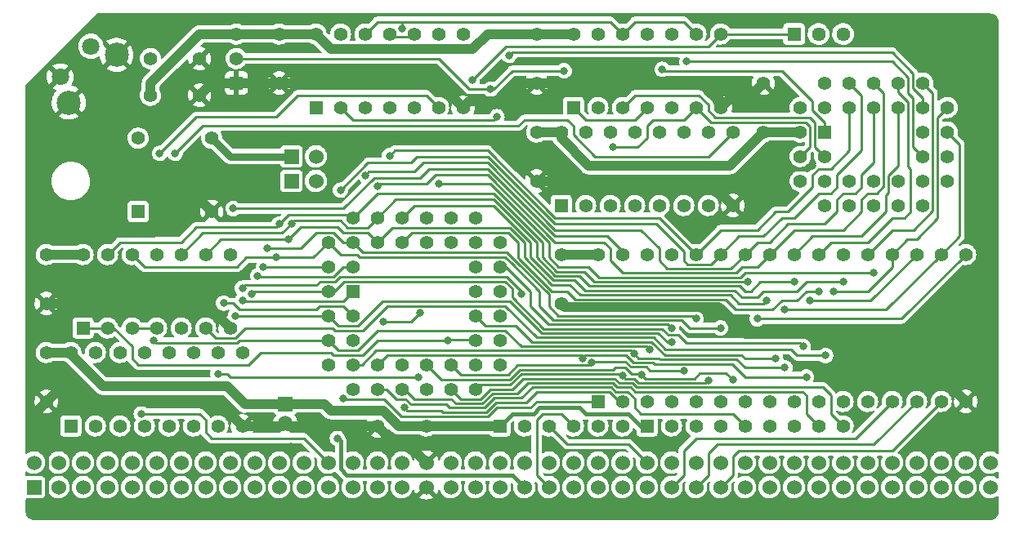
<source format=gbr>
G04 #@! TF.GenerationSoftware,KiCad,Pcbnew,(6.0.2)*
G04 #@! TF.CreationDate,2025-06-29T10:14:29-07:00*
G04 #@! TF.ProjectId,z80-cpu-mem,7a38302d-6370-4752-9d6d-656d2e6b6963,1.1*
G04 #@! TF.SameCoordinates,Original*
G04 #@! TF.FileFunction,Copper,L2,Bot*
G04 #@! TF.FilePolarity,Positive*
%FSLAX46Y46*%
G04 Gerber Fmt 4.6, Leading zero omitted, Abs format (unit mm)*
G04 Created by KiCad (PCBNEW (6.0.2)) date 2025-06-29 10:14:29*
%MOMM*%
%LPD*%
G01*
G04 APERTURE LIST*
G04 #@! TA.AperFunction,ComponentPad*
%ADD10R,1.397000X1.397000*%
G04 #@! TD*
G04 #@! TA.AperFunction,ComponentPad*
%ADD11C,1.397000*%
G04 #@! TD*
G04 #@! TA.AperFunction,ComponentPad*
%ADD12R,1.524000X1.524000*%
G04 #@! TD*
G04 #@! TA.AperFunction,ComponentPad*
%ADD13C,1.524000*%
G04 #@! TD*
G04 #@! TA.AperFunction,ComponentPad*
%ADD14R,1.490980X1.490980*%
G04 #@! TD*
G04 #@! TA.AperFunction,ComponentPad*
%ADD15C,1.490980*%
G04 #@! TD*
G04 #@! TA.AperFunction,ComponentPad*
%ADD16C,1.800860*%
G04 #@! TD*
G04 #@! TA.AperFunction,ComponentPad*
%ADD17C,2.499360*%
G04 #@! TD*
G04 #@! TA.AperFunction,ComponentPad*
%ADD18R,1.440000X1.440000*%
G04 #@! TD*
G04 #@! TA.AperFunction,ComponentPad*
%ADD19C,1.440000*%
G04 #@! TD*
G04 #@! TA.AperFunction,ViaPad*
%ADD20C,0.800000*%
G04 #@! TD*
G04 #@! TA.AperFunction,Conductor*
%ADD21C,0.400000*%
G04 #@! TD*
G04 #@! TA.AperFunction,Conductor*
%ADD22C,1.000000*%
G04 #@! TD*
G04 #@! TA.AperFunction,Conductor*
%ADD23C,0.250000*%
G04 #@! TD*
G04 #@! TA.AperFunction,Conductor*
%ADD24C,0.750000*%
G04 #@! TD*
G04 APERTURE END LIST*
D10*
X156210000Y-88900000D03*
D11*
X158750000Y-88900000D03*
X161290000Y-88900000D03*
X163830000Y-88900000D03*
X166370000Y-88900000D03*
X168910000Y-88900000D03*
X171450000Y-88900000D03*
X171450000Y-81280000D03*
X168910000Y-81280000D03*
X166370000Y-81280000D03*
X163830000Y-81280000D03*
X161290000Y-81280000D03*
X158750000Y-81280000D03*
X156210000Y-81280000D03*
D10*
X181610000Y-99060000D03*
D11*
X184150000Y-99060000D03*
X186690000Y-99060000D03*
X189230000Y-99060000D03*
X191770000Y-99060000D03*
X194310000Y-99060000D03*
X196850000Y-99060000D03*
X199390000Y-99060000D03*
X199390000Y-91440000D03*
X196850000Y-91440000D03*
X194310000Y-91440000D03*
X191770000Y-91440000D03*
X189230000Y-91440000D03*
X186690000Y-91440000D03*
X184150000Y-91440000D03*
X181610000Y-91440000D03*
X139065000Y-87630000D03*
X144145000Y-87630000D03*
D10*
X175260000Y-121920000D03*
D11*
X177800000Y-121920000D03*
X180340000Y-121920000D03*
X182880000Y-121920000D03*
X185420000Y-121920000D03*
X187960000Y-121920000D03*
X181610000Y-104140000D03*
X181610000Y-109220000D03*
D12*
X127000000Y-128270000D03*
D13*
X129540000Y-128270000D03*
X132080000Y-128270000D03*
X134620000Y-128270000D03*
X137160000Y-128270000D03*
X139700000Y-128270000D03*
X142240000Y-128270000D03*
X144780000Y-128270000D03*
X147320000Y-128270000D03*
X149860000Y-128270000D03*
X152400000Y-128270000D03*
X154940000Y-128270000D03*
X157480000Y-128270000D03*
X160020000Y-128270000D03*
X162560000Y-128270000D03*
X165100000Y-128270000D03*
X167640000Y-128270000D03*
X170180000Y-128270000D03*
X172720000Y-128270000D03*
X175260000Y-128270000D03*
X177800000Y-128270000D03*
X180340000Y-128270000D03*
X182880000Y-128270000D03*
X185420000Y-128270000D03*
X187960000Y-128270000D03*
X190500000Y-128270000D03*
X193040000Y-128270000D03*
X195580000Y-128270000D03*
X198120000Y-128270000D03*
X200660000Y-128270000D03*
X203200000Y-128270000D03*
X205740000Y-128270000D03*
X208280000Y-128270000D03*
X210820000Y-128270000D03*
X213360000Y-128270000D03*
X215900000Y-128270000D03*
X218440000Y-128270000D03*
X220980000Y-128270000D03*
X223520000Y-128270000D03*
X226060000Y-128270000D03*
X127000000Y-125730000D03*
X129540000Y-125730000D03*
X132080000Y-125730000D03*
X134620000Y-125730000D03*
X137160000Y-125730000D03*
X139700000Y-125730000D03*
X142240000Y-125730000D03*
X144780000Y-125730000D03*
X147320000Y-125730000D03*
X149860000Y-125730000D03*
X152400000Y-125730000D03*
X154940000Y-125730000D03*
X157480000Y-125730000D03*
X160020000Y-125730000D03*
X162560000Y-125730000D03*
X165100000Y-125730000D03*
X167640000Y-125730000D03*
X170180000Y-125730000D03*
X172720000Y-125730000D03*
X175260000Y-125730000D03*
X177800000Y-125730000D03*
X180340000Y-125730000D03*
X182880000Y-125730000D03*
X185420000Y-125730000D03*
X187960000Y-125730000D03*
X190500000Y-125730000D03*
X193040000Y-125730000D03*
X195580000Y-125730000D03*
X198120000Y-125730000D03*
X200660000Y-125730000D03*
X203200000Y-125730000D03*
X205740000Y-125730000D03*
X208280000Y-125730000D03*
X210820000Y-125730000D03*
X213360000Y-125730000D03*
X215900000Y-125730000D03*
X218440000Y-125730000D03*
X220980000Y-125730000D03*
X223520000Y-125730000D03*
X226060000Y-125730000D03*
D10*
X185420000Y-119380000D03*
D11*
X187960000Y-119380000D03*
X190500000Y-119380000D03*
X193040000Y-119380000D03*
X195580000Y-119380000D03*
X198120000Y-119380000D03*
X200660000Y-119380000D03*
X203200000Y-119380000D03*
X205740000Y-119380000D03*
X208280000Y-119380000D03*
X210820000Y-119380000D03*
X213360000Y-119380000D03*
X215900000Y-119380000D03*
X218440000Y-119380000D03*
X220980000Y-119380000D03*
X223520000Y-119380000D03*
X223520000Y-104140000D03*
X220980000Y-104140000D03*
X218440000Y-104140000D03*
X215900000Y-104140000D03*
X213360000Y-104140000D03*
X210820000Y-104140000D03*
X208280000Y-104140000D03*
X205740000Y-104140000D03*
X203200000Y-104140000D03*
X200660000Y-104140000D03*
X198120000Y-104140000D03*
X195580000Y-104140000D03*
X193040000Y-104140000D03*
X190500000Y-104140000D03*
X187960000Y-104140000D03*
X185420000Y-104140000D03*
D12*
X153670000Y-96520000D03*
D13*
X156210000Y-96520000D03*
D11*
X179070000Y-81280000D03*
X179070000Y-86360000D03*
X128270000Y-114300000D03*
X128270000Y-119380000D03*
D10*
X182880000Y-88900000D03*
D11*
X185420000Y-88900000D03*
X187960000Y-88900000D03*
X190500000Y-88900000D03*
X193040000Y-88900000D03*
X195580000Y-88900000D03*
X198120000Y-88900000D03*
X198120000Y-81280000D03*
X195580000Y-81280000D03*
X193040000Y-81280000D03*
X190500000Y-81280000D03*
X187960000Y-81280000D03*
X185420000Y-81280000D03*
X182880000Y-81280000D03*
D10*
X190500000Y-121920000D03*
D11*
X193040000Y-121920000D03*
X195580000Y-121920000D03*
X198120000Y-121920000D03*
X200660000Y-121920000D03*
X203200000Y-121920000D03*
X205740000Y-121920000D03*
X208280000Y-121920000D03*
X210820000Y-121920000D03*
D10*
X147955000Y-86360000D03*
D11*
X147955000Y-83820000D03*
X147955000Y-81280000D03*
D10*
X130810000Y-121920000D03*
D11*
X133350000Y-121920000D03*
X135890000Y-121920000D03*
X138430000Y-121920000D03*
X140970000Y-121920000D03*
X143510000Y-121920000D03*
X146050000Y-121920000D03*
X148590000Y-121920000D03*
X148590000Y-114300000D03*
X146050000Y-114300000D03*
X143510000Y-114300000D03*
X140970000Y-114300000D03*
X138430000Y-114300000D03*
X135890000Y-114300000D03*
X133350000Y-114300000D03*
X130810000Y-114300000D03*
D14*
X153035000Y-119649240D03*
D15*
X153035000Y-121650760D03*
D11*
X128270000Y-104140000D03*
X128270000Y-109220000D03*
D10*
X208915000Y-91440000D03*
D11*
X206375000Y-93980000D03*
X208915000Y-93980000D03*
X206375000Y-96520000D03*
X208915000Y-99060000D03*
X208915000Y-96520000D03*
X211455000Y-99060000D03*
X211455000Y-96520000D03*
X213995000Y-99060000D03*
X213995000Y-96520000D03*
X216535000Y-99060000D03*
X216535000Y-96520000D03*
X219075000Y-99060000D03*
X221615000Y-96520000D03*
X219075000Y-96520000D03*
X221615000Y-93980000D03*
X219075000Y-93980000D03*
X221615000Y-91440000D03*
X219075000Y-91440000D03*
X221615000Y-88900000D03*
X219075000Y-86360000D03*
X219075000Y-88900000D03*
X216535000Y-86360000D03*
X216535000Y-88900000D03*
X213995000Y-86360000D03*
X213995000Y-88900000D03*
X211455000Y-86360000D03*
X211455000Y-88900000D03*
X208915000Y-86360000D03*
X206375000Y-88900000D03*
X208915000Y-88900000D03*
X206375000Y-91440000D03*
D10*
X132080000Y-111760000D03*
D11*
X134620000Y-111760000D03*
X137160000Y-111760000D03*
X139700000Y-111760000D03*
X142240000Y-111760000D03*
X144780000Y-111760000D03*
X147320000Y-111760000D03*
X147320000Y-104140000D03*
X144780000Y-104140000D03*
X142240000Y-104140000D03*
X139700000Y-104140000D03*
X137160000Y-104140000D03*
X134620000Y-104140000D03*
X132080000Y-104140000D03*
X202565000Y-91440000D03*
X202565000Y-86360000D03*
X152400000Y-81280000D03*
X152400000Y-86360000D03*
X167640000Y-121920000D03*
X162560000Y-121920000D03*
D10*
X160020000Y-107950000D03*
D11*
X157480000Y-110490000D03*
X160020000Y-110490000D03*
X157480000Y-113030000D03*
X160020000Y-113030000D03*
X157480000Y-115570000D03*
X160020000Y-118110000D03*
X160020000Y-115570000D03*
X162560000Y-118110000D03*
X162560000Y-115570000D03*
X165100000Y-118110000D03*
X165100000Y-115570000D03*
X167640000Y-118110000D03*
X167640000Y-115570000D03*
X170180000Y-118110000D03*
X170180000Y-115570000D03*
X172720000Y-118110000D03*
X175260000Y-115570000D03*
X172720000Y-115570000D03*
X175260000Y-113030000D03*
X172720000Y-113030000D03*
X175260000Y-110490000D03*
X172720000Y-110490000D03*
X175260000Y-107950000D03*
X172720000Y-107950000D03*
X175260000Y-105410000D03*
X172720000Y-105410000D03*
X175260000Y-102870000D03*
X172720000Y-100330000D03*
X172720000Y-102870000D03*
X170180000Y-100330000D03*
X170180000Y-102870000D03*
X167640000Y-100330000D03*
X167640000Y-102870000D03*
X165100000Y-100330000D03*
X165100000Y-102870000D03*
X162560000Y-100330000D03*
X162560000Y-102870000D03*
X160020000Y-100330000D03*
X157480000Y-102870000D03*
X160020000Y-102870000D03*
X157480000Y-105410000D03*
X160020000Y-105410000D03*
X157480000Y-107950000D03*
D16*
X132898311Y-82546531D03*
X129716331Y-85728511D03*
D17*
X135549962Y-83430414D03*
X130600214Y-88380162D03*
D11*
X139065000Y-83820000D03*
X144145000Y-83820000D03*
D10*
X137795000Y-99695000D03*
D11*
X145415000Y-99695000D03*
X145415000Y-92075000D03*
X137795000Y-92075000D03*
D18*
X205740000Y-81280000D03*
D19*
X208280000Y-81280000D03*
X210820000Y-81280000D03*
D12*
X153670000Y-93980000D03*
D13*
X156210000Y-93980000D03*
D11*
X179070000Y-91440000D03*
X179070000Y-96520000D03*
D20*
X158432500Y-123190000D03*
X215265000Y-112395000D03*
X207605697Y-94899703D03*
X192087500Y-86360000D03*
X135255000Y-101917500D03*
X147320000Y-92075000D03*
X153633951Y-124106451D03*
X131762500Y-109220000D03*
X137795000Y-109220000D03*
X128270000Y-129857500D03*
X197802500Y-96837500D03*
X165100000Y-80734500D03*
X190781451Y-114018549D03*
X139382500Y-113030000D03*
X146648951Y-109183951D03*
X163830000Y-93890500D03*
X193040000Y-113258000D03*
X147865500Y-110490000D03*
X148590000Y-108902500D03*
X162560000Y-97065500D03*
X206692500Y-113665000D03*
X149542500Y-108248511D03*
X150177500Y-106362500D03*
X161326049Y-95921049D03*
X158750000Y-97472500D03*
X150776451Y-105446049D03*
X151130000Y-103505000D03*
X195580000Y-110807500D03*
X152082500Y-104457500D03*
X198120000Y-111760000D03*
X200977500Y-106997500D03*
X152400000Y-100965000D03*
X202882500Y-108902500D03*
X153352500Y-102552500D03*
X205740000Y-106997500D03*
X153670000Y-100965000D03*
X208280000Y-107950000D03*
X210820000Y-106997500D03*
X168910000Y-96837500D03*
X213995000Y-106045000D03*
X146050000Y-116522500D03*
X166847511Y-116840000D03*
X181927500Y-85090000D03*
X174307500Y-86995000D03*
X169881489Y-113030000D03*
X174955513Y-89859007D03*
X193040000Y-111760000D03*
X203835000Y-114935000D03*
X177482500Y-108267500D03*
X148590000Y-107632500D03*
X184785000Y-115348480D03*
X194310000Y-116205000D03*
X187960000Y-116681242D03*
X196850000Y-117182969D03*
X189979008Y-116636492D03*
X199390000Y-117157500D03*
X194627500Y-84137500D03*
X201930000Y-110807500D03*
X189190058Y-114452840D03*
X204787500Y-109855000D03*
X204787500Y-115887500D03*
X207363549Y-108938549D03*
X207010000Y-116840000D03*
X183832500Y-114898960D03*
X209867500Y-107950000D03*
X172402500Y-86042500D03*
X163195000Y-111125000D03*
X167005000Y-110191489D03*
X187007500Y-93027500D03*
X165363426Y-120033025D03*
X147637500Y-99377500D03*
X192087500Y-84937000D03*
X159067500Y-119084500D03*
X176212500Y-83502500D03*
X209004500Y-114617500D03*
X138112500Y-120650000D03*
X141605000Y-93662500D03*
X140017500Y-93662500D03*
D21*
X158750000Y-126365000D02*
X159385000Y-127000000D01*
X159385000Y-127000000D02*
X176530000Y-127000000D01*
X158750000Y-123507500D02*
X158750000Y-126365000D01*
X158432500Y-123190000D02*
X158750000Y-123507500D01*
X176530000Y-127000000D02*
X177800000Y-128270000D01*
D22*
X200660000Y-112395000D02*
X216535000Y-112395000D01*
X152400000Y-86360000D02*
X168910000Y-86360000D01*
D21*
X202565000Y-95885000D02*
X203200000Y-95250000D01*
D22*
X198120000Y-88265000D02*
X198120000Y-88900000D01*
X201295000Y-87630000D02*
X202565000Y-86360000D01*
X181610000Y-109220000D02*
X182010100Y-109620100D01*
D21*
X128270000Y-124460000D02*
X128270000Y-124777500D01*
D22*
X199390000Y-87630000D02*
X201295000Y-87630000D01*
X130810000Y-119380000D02*
X146050000Y-119380000D01*
X168910000Y-86360000D02*
X171450000Y-88900000D01*
X196215000Y-86360000D02*
X198120000Y-88265000D01*
X129540000Y-118110000D02*
X130810000Y-119380000D01*
X128270000Y-109220000D02*
X144780000Y-109220000D01*
D21*
X203200000Y-95250000D02*
X207255400Y-95250000D01*
D22*
X216535000Y-112395000D02*
X223520000Y-119380000D01*
X197802500Y-96837500D02*
X197485000Y-96520000D01*
X162560000Y-121920000D02*
X153304240Y-121920000D01*
D21*
X126682500Y-122872500D02*
X128270000Y-124460000D01*
D22*
X129540000Y-118110000D02*
X128270000Y-119380000D01*
X139382500Y-101917500D02*
X143510000Y-97790000D01*
D21*
X126682500Y-120967500D02*
X126682500Y-122872500D01*
D22*
X152765760Y-121920000D02*
X153035000Y-121650760D01*
X197485000Y-96520000D02*
X179070000Y-96520000D01*
X175577500Y-88265000D02*
X177482500Y-86360000D01*
X147955000Y-86360000D02*
X145415000Y-86360000D01*
X145415000Y-86360000D02*
X144145000Y-87630000D01*
X162560000Y-121920000D02*
X164465000Y-123825000D01*
X171450000Y-88900000D02*
X172085000Y-88265000D01*
D21*
X207255400Y-95250000D02*
X207605697Y-94899703D01*
D22*
X172085000Y-88265000D02*
X175577500Y-88265000D01*
X197802500Y-97472500D02*
X199390000Y-99060000D01*
D21*
X199390000Y-99060000D02*
X202565000Y-95885000D01*
D22*
X199390000Y-87630000D02*
X198120000Y-88900000D01*
X152400000Y-86360000D02*
X147955000Y-86360000D01*
X177482500Y-86360000D02*
X196215000Y-86360000D01*
X144780000Y-109220000D02*
X147320000Y-111760000D01*
X143510000Y-97790000D02*
X145415000Y-99695000D01*
X153304240Y-121920000D02*
X153035000Y-121650760D01*
X128270000Y-119380000D02*
X126682500Y-120967500D01*
X146050000Y-119380000D02*
X148590000Y-121920000D01*
X148590000Y-121920000D02*
X152765760Y-121920000D01*
X197885100Y-109620100D02*
X200660000Y-112395000D01*
X182010100Y-109620100D02*
X197885100Y-109620100D01*
D21*
X128270000Y-124777500D02*
X128270000Y-129857500D01*
D22*
X165735000Y-123825000D02*
X167640000Y-125730000D01*
X135255000Y-101917500D02*
X139382500Y-101917500D01*
X164465000Y-123825000D02*
X165735000Y-123825000D01*
X197802500Y-96837500D02*
X197802500Y-97472500D01*
X167640000Y-121920000D02*
X164781443Y-121920000D01*
X147002500Y-117792500D02*
X134143750Y-117792500D01*
X152400000Y-81280000D02*
X156210000Y-81280000D01*
X134143750Y-117792500D02*
X130651250Y-114300000D01*
X152400000Y-81280000D02*
X147955000Y-81280000D01*
X128270000Y-104140000D02*
X132080000Y-104140000D01*
X199072500Y-94932500D02*
X202565000Y-91440000D01*
X163193943Y-120332500D02*
X157797500Y-120332500D01*
X153035000Y-119649240D02*
X148859240Y-119649240D01*
X157797500Y-82867500D02*
X172402500Y-82867500D01*
D21*
X179387500Y-120015000D02*
X178752500Y-120650000D01*
D22*
X202565000Y-91440000D02*
X206375000Y-91440000D01*
X144145000Y-81280000D02*
X139065000Y-86360000D01*
D21*
X190500000Y-121920000D02*
X189865000Y-121920000D01*
X178752500Y-120650000D02*
X176530000Y-120650000D01*
D22*
X157797500Y-120332500D02*
X157114240Y-119649240D01*
X179070000Y-91440000D02*
X181610000Y-91440000D01*
X147955000Y-81280000D02*
X144145000Y-81280000D01*
X173990000Y-81280000D02*
X179070000Y-81280000D01*
X130651250Y-114300000D02*
X128270000Y-114300000D01*
X181610000Y-92075000D02*
X184467500Y-94932500D01*
D21*
X176530000Y-120650000D02*
X175260000Y-121920000D01*
D22*
X157114240Y-119649240D02*
X153035000Y-119649240D01*
D21*
X189865000Y-121920000D02*
X188595000Y-120650000D01*
D22*
X179070000Y-81280000D02*
X182880000Y-81280000D01*
X181610000Y-104140000D02*
X185420000Y-104140000D01*
X164781443Y-121920000D02*
X163193943Y-120332500D01*
X156210000Y-81280000D02*
X157797500Y-82867500D01*
X148859240Y-119649240D02*
X147002500Y-117792500D01*
D21*
X183515000Y-120015000D02*
X179387500Y-120015000D01*
X184150000Y-120650000D02*
X183515000Y-120015000D01*
D22*
X172402500Y-82867500D02*
X173990000Y-81280000D01*
X184467500Y-94932500D02*
X199072500Y-94932500D01*
X181610000Y-91440000D02*
X181610000Y-92075000D01*
D21*
X188595000Y-120650000D02*
X184150000Y-120650000D01*
D22*
X139065000Y-86360000D02*
X139065000Y-87630000D01*
X167640000Y-121920000D02*
X175260000Y-121920000D01*
D23*
X187960000Y-81280000D02*
X189230000Y-80010000D01*
X194310000Y-80010000D02*
X195580000Y-81280000D01*
X165100000Y-80734500D02*
X165100000Y-80010000D01*
X165100000Y-80010000D02*
X186690000Y-80010000D01*
X182880000Y-88900000D02*
X184150000Y-90170000D01*
X189230000Y-90170000D02*
X190500000Y-88900000D01*
X161290000Y-81280000D02*
X162560000Y-80010000D01*
X189230000Y-80010000D02*
X194310000Y-80010000D01*
X186690000Y-80010000D02*
X187960000Y-81280000D01*
X184150000Y-90170000D02*
X189230000Y-90170000D01*
X162560000Y-80010000D02*
X165100000Y-80010000D01*
X139629489Y-113276989D02*
X148026229Y-113276989D01*
X190410851Y-113647949D02*
X177465449Y-113647949D01*
X177465449Y-113647949D02*
X175824489Y-112006989D01*
X190781451Y-114018549D02*
X190410851Y-113647949D01*
X158503011Y-114053011D02*
X157480000Y-113030000D01*
X175824489Y-112006989D02*
X162629075Y-112006989D01*
X148273218Y-113030000D02*
X157480000Y-113030000D01*
X148026229Y-113276989D02*
X148273218Y-113030000D01*
X162629075Y-112006989D02*
X160583053Y-114053011D01*
X160583053Y-114053011D02*
X158503011Y-114053011D01*
X139382500Y-113030000D02*
X139629489Y-113276989D01*
X147601451Y-109183951D02*
X148272500Y-109855000D01*
X163830000Y-93890500D02*
X164375500Y-93345000D01*
X211455000Y-93345000D02*
X211455000Y-88900000D01*
X148272500Y-109855000D02*
X156210000Y-109855000D01*
X208280000Y-95250000D02*
X209550000Y-95250000D01*
X195580000Y-104140000D02*
X198120000Y-101600000D01*
X191770000Y-100330000D02*
X195580000Y-104140000D01*
X207645000Y-97155000D02*
X207645000Y-95885000D01*
X209550000Y-95250000D02*
X211455000Y-93345000D01*
X180975000Y-100330000D02*
X191770000Y-100330000D01*
X158996989Y-109466989D02*
X160020000Y-110490000D01*
X203835000Y-99695000D02*
X205105000Y-99695000D01*
X205105000Y-99695000D02*
X207645000Y-97155000D01*
X173990000Y-93345000D02*
X180975000Y-100330000D01*
X164375500Y-93345000D02*
X173990000Y-93345000D01*
X198120000Y-101600000D02*
X201930000Y-101600000D01*
X156598011Y-109466989D02*
X158996989Y-109466989D01*
X201930000Y-101600000D02*
X203835000Y-99695000D01*
X146648951Y-109183951D02*
X147601451Y-109183951D01*
X156210000Y-109855000D02*
X156598011Y-109466989D01*
X207645000Y-95885000D02*
X208280000Y-95250000D01*
X176282293Y-108973011D02*
X163124489Y-108973011D01*
X158503011Y-111513011D02*
X157480000Y-110490000D01*
X191674389Y-112299389D02*
X179608671Y-112299389D01*
X192633000Y-113258000D02*
X191674389Y-112299389D01*
X193040000Y-113258000D02*
X192633000Y-113258000D01*
X163124489Y-108973011D02*
X160584489Y-111513011D01*
X179608671Y-112299389D02*
X176282293Y-108973011D01*
X160584489Y-111513011D02*
X158503011Y-111513011D01*
X147865500Y-110490000D02*
X157480000Y-110490000D01*
X162560000Y-97065500D02*
X162788000Y-96837500D01*
X210820000Y-101600000D02*
X212725000Y-99695000D01*
X148660511Y-108973011D02*
X158996989Y-108973011D01*
X215018011Y-97084489D02*
X215018011Y-87383011D01*
X168592500Y-95885000D02*
X173987128Y-95885000D01*
X212725000Y-98425000D02*
X213360000Y-97790000D01*
X180972128Y-102870000D02*
X186055000Y-102870000D01*
X205740000Y-101600000D02*
X210820000Y-101600000D01*
X199724551Y-106062051D02*
X200376602Y-105410000D01*
X187977051Y-106062051D02*
X199724551Y-106062051D01*
X158996989Y-108973011D02*
X160020000Y-107950000D01*
X148590000Y-108902500D02*
X148660511Y-108973011D01*
X213360000Y-97790000D02*
X214312500Y-97790000D01*
X201930000Y-105410000D02*
X203200000Y-104140000D01*
X186055000Y-102870000D02*
X186690000Y-103505000D01*
X162788000Y-96837500D02*
X167640000Y-96837500D01*
X167640000Y-96837500D02*
X168592500Y-95885000D01*
X200376602Y-105410000D02*
X201930000Y-105410000D01*
X186690000Y-103505000D02*
X186690000Y-104775000D01*
X215018011Y-87383011D02*
X213995000Y-86360000D01*
X173987128Y-95885000D02*
X180972128Y-102870000D01*
X214312500Y-97790000D02*
X215018011Y-97084489D01*
X186690000Y-104775000D02*
X187977051Y-106062051D01*
X203200000Y-104140000D02*
X205740000Y-101600000D01*
X212725000Y-99695000D02*
X212725000Y-98425000D01*
X192093946Y-111838560D02*
X179783560Y-111838560D01*
X217805000Y-99695000D02*
X217170000Y-100330000D01*
X206375000Y-113347500D02*
X194591443Y-113347500D01*
X175824489Y-106926989D02*
X159138011Y-106926989D01*
X193728454Y-112484511D02*
X192739897Y-112484511D01*
X176530000Y-108585000D02*
X176530000Y-107632500D01*
X213360000Y-102870000D02*
X209550000Y-102870000D01*
X217805000Y-95250000D02*
X217805000Y-99695000D01*
X215900000Y-100330000D02*
X213360000Y-102870000D01*
X217558011Y-95003011D02*
X217805000Y-95250000D01*
X206692500Y-113665000D02*
X206375000Y-113347500D01*
X149841011Y-107950000D02*
X157480000Y-107950000D01*
X194591443Y-113347500D02*
X193728454Y-112484511D01*
X217558011Y-88335511D02*
X217558011Y-95003011D01*
X176530000Y-107632500D02*
X175824489Y-106926989D01*
X158115000Y-107950000D02*
X157480000Y-107950000D01*
X216535000Y-87312500D02*
X217558011Y-88335511D01*
X192739897Y-112484511D02*
X192093946Y-111838560D01*
X217170000Y-100330000D02*
X215900000Y-100330000D01*
X179783560Y-111838560D02*
X176530000Y-108585000D01*
X209550000Y-102870000D02*
X208280000Y-104140000D01*
X149542500Y-108248511D02*
X149841011Y-107950000D01*
X216535000Y-86360000D02*
X216535000Y-87312500D01*
X159138011Y-106926989D02*
X158115000Y-107950000D01*
X192607531Y-105612531D02*
X199187469Y-105612531D01*
X167322500Y-94615000D02*
X173988564Y-94615000D01*
X208915000Y-100965000D02*
X210185000Y-99695000D01*
X200660000Y-104140000D02*
X201930000Y-102870000D01*
X201930000Y-102870000D02*
X203200000Y-102870000D01*
X212725000Y-95885000D02*
X213995000Y-94615000D01*
X173988564Y-94615000D02*
X180973564Y-101600000D01*
X161679598Y-95567500D02*
X166370000Y-95567500D01*
X212090000Y-97790000D02*
X212725000Y-97155000D01*
X191770000Y-104775000D02*
X192607531Y-105612531D01*
X203200000Y-102870000D02*
X205105000Y-100965000D01*
X150248011Y-106433011D02*
X158044489Y-106433011D01*
X158044489Y-106433011D02*
X159067500Y-105410000D01*
X191770000Y-103505000D02*
X191770000Y-104775000D01*
X212725000Y-97155000D02*
X212725000Y-95885000D01*
X210185000Y-98425000D02*
X210820000Y-97790000D01*
X150177500Y-106362500D02*
X150248011Y-106433011D01*
X205105000Y-100965000D02*
X208915000Y-100965000D01*
X199187469Y-105612531D02*
X200660000Y-104140000D01*
X210820000Y-97790000D02*
X212090000Y-97790000D01*
X210185000Y-99695000D02*
X210185000Y-98425000D01*
X180973564Y-101600000D02*
X189865000Y-101600000D01*
X189865000Y-101600000D02*
X191770000Y-103505000D01*
X159067500Y-105410000D02*
X160020000Y-105410000D01*
X213995000Y-94615000D02*
X213995000Y-88900000D01*
X166370000Y-95567500D02*
X167322500Y-94615000D01*
X161326049Y-95921049D02*
X161679598Y-95567500D01*
X202565000Y-102235000D02*
X204470000Y-100330000D01*
X210185000Y-97155000D02*
X210185000Y-95885000D01*
X166052500Y-94615000D02*
X166687500Y-93980000D01*
X198120000Y-104140000D02*
X200025000Y-102235000D01*
X212725000Y-87630000D02*
X211455000Y-86360000D01*
X158750000Y-97472500D02*
X161607500Y-94615000D01*
X200025000Y-102235000D02*
X202565000Y-102235000D01*
X212725000Y-93345000D02*
X212725000Y-87630000D01*
X150776451Y-105446049D02*
X150812500Y-105410000D01*
X194310000Y-104775000D02*
X194698011Y-105163011D01*
X180974282Y-100965000D02*
X191452141Y-100965000D01*
X210185000Y-95885000D02*
X212725000Y-93345000D01*
X173989282Y-93980000D02*
X180974282Y-100965000D01*
X150812500Y-105410000D02*
X157480000Y-105410000D01*
X161607500Y-94615000D02*
X166052500Y-94615000D01*
X205740000Y-100330000D02*
X208280000Y-97790000D01*
X209550000Y-97790000D02*
X210185000Y-97155000D01*
X208280000Y-97790000D02*
X209550000Y-97790000D01*
X204470000Y-100330000D02*
X205740000Y-100330000D01*
X194698011Y-105163011D02*
X197096989Y-105163011D01*
X166687500Y-93980000D02*
X173989282Y-93980000D01*
X194310000Y-103822859D02*
X194310000Y-104775000D01*
X191452141Y-100965000D02*
X194310000Y-103822859D01*
X197096989Y-105163011D02*
X198120000Y-104140000D01*
X180340000Y-108271808D02*
X176900960Y-104832768D01*
X176900960Y-104832768D02*
X176900960Y-104828460D01*
X151130000Y-103505000D02*
X154622500Y-103505000D01*
X158044489Y-101846989D02*
X159067500Y-102870000D01*
X181292500Y-110490000D02*
X180340000Y-109537500D01*
X154622500Y-103505000D02*
X156280511Y-101846989D01*
X161043011Y-103893011D02*
X160020000Y-102870000D01*
X156280511Y-101846989D02*
X158044489Y-101846989D01*
X195262500Y-110490000D02*
X181292500Y-110490000D01*
X159067500Y-102870000D02*
X160020000Y-102870000D01*
X175965511Y-103893011D02*
X161043011Y-103893011D01*
X180340000Y-109537500D02*
X180340000Y-108271808D01*
X195580000Y-110807500D02*
X195262500Y-110490000D01*
X176900960Y-104828460D02*
X175965511Y-103893011D01*
X179387500Y-107955026D02*
X176451440Y-105018966D01*
X194945000Y-111760000D02*
X194124520Y-110939520D01*
X155892500Y-104457500D02*
X157480000Y-102870000D01*
X179387500Y-109537500D02*
X179387500Y-107955026D01*
X176451440Y-105014658D02*
X175823771Y-104386989D01*
X152082500Y-104457500D02*
X148995879Y-104457500D01*
X152082500Y-104457500D02*
X155892500Y-104457500D01*
X175823771Y-104386989D02*
X160725511Y-104386989D01*
X194124520Y-110939520D02*
X180789520Y-110939520D01*
X148043379Y-105410000D02*
X138430000Y-105410000D01*
X148995879Y-104457500D02*
X148043379Y-105410000D01*
X198120000Y-111760000D02*
X194945000Y-111760000D01*
X158750000Y-104140000D02*
X157480000Y-102870000D01*
X180789520Y-110939520D02*
X179387500Y-109537500D01*
X138430000Y-105410000D02*
X137160000Y-104140000D01*
X160478522Y-104140000D02*
X160725511Y-104386989D01*
X176451440Y-105018966D02*
X176451440Y-105014658D01*
X158750000Y-104140000D02*
X160478522Y-104140000D01*
X152400000Y-100965000D02*
X153352500Y-100012500D01*
X200941091Y-106961091D02*
X185065732Y-106961091D01*
X181159762Y-105912980D02*
X179705000Y-104458218D01*
X179705000Y-104458218D02*
X179705000Y-102874308D01*
X135890000Y-102870000D02*
X142240000Y-102870000D01*
X174620692Y-97790000D02*
X162560000Y-97790000D01*
X162560000Y-97790000D02*
X160020000Y-100330000D01*
X185065732Y-106961091D02*
X184017621Y-105912980D01*
X200977500Y-106997500D02*
X200941091Y-106961091D01*
X135890000Y-102870000D02*
X134620000Y-104140000D01*
X153352500Y-100012500D02*
X159702500Y-100012500D01*
X159702500Y-100012500D02*
X160020000Y-100330000D01*
X152400000Y-100965000D02*
X152082500Y-101282500D01*
X152082500Y-101282500D02*
X143827500Y-101282500D01*
X184017621Y-105912980D02*
X181159762Y-105912980D01*
X179705000Y-102874308D02*
X174620692Y-97790000D01*
X142240000Y-102870000D02*
X143827500Y-101282500D01*
X200023564Y-109220000D02*
X199149624Y-108346060D01*
X199149624Y-108346060D02*
X183593560Y-108346060D01*
X153352500Y-102552500D02*
X154622500Y-101282500D01*
X177800000Y-104460372D02*
X177800000Y-102876462D01*
X158996989Y-101846989D02*
X161536989Y-101846989D01*
X202882500Y-108902500D02*
X202565000Y-109220000D01*
X158432500Y-101282500D02*
X158996989Y-101846989D01*
X153352500Y-102552500D02*
X146367500Y-102552500D01*
X183593560Y-108346060D02*
X182509040Y-107261540D01*
X154622500Y-101282500D02*
X158432500Y-101282500D01*
X176276549Y-101353011D02*
X164076989Y-101353011D01*
X164076989Y-101353011D02*
X162560000Y-102870000D01*
X161536989Y-101846989D02*
X162560000Y-102870000D01*
X146367500Y-102552500D02*
X144780000Y-104140000D01*
X202565000Y-109220000D02*
X200023564Y-109220000D01*
X177800000Y-102876462D02*
X176276549Y-101353011D01*
X180601168Y-107261540D02*
X177800000Y-104460372D01*
X182509040Y-107261540D02*
X180601168Y-107261540D01*
X153670000Y-100965000D02*
X153987500Y-100647500D01*
X184563111Y-107410611D02*
X183515000Y-106362500D01*
X201295000Y-107950000D02*
X200660000Y-107950000D01*
X144462500Y-101917500D02*
X142240000Y-104140000D01*
X161536989Y-101353011D02*
X162560000Y-100330000D01*
X202247500Y-106997500D02*
X201295000Y-107950000D01*
X205740000Y-106997500D02*
X202247500Y-106997500D01*
X174619974Y-98425000D02*
X164465000Y-98425000D01*
X153670000Y-100965000D02*
X152717500Y-101917500D01*
X164465000Y-98425000D02*
X162560000Y-100330000D01*
X159455511Y-101353011D02*
X161536989Y-101353011D01*
X200660000Y-107950000D02*
X200120611Y-107410611D01*
X179070000Y-104458936D02*
X179070000Y-102875026D01*
X152717500Y-101917500D02*
X144462500Y-101917500D01*
X153987500Y-100647500D02*
X158750000Y-100647500D01*
X180973564Y-106362500D02*
X179070000Y-104458936D01*
X183515000Y-106362500D02*
X180973564Y-106362500D01*
X158750000Y-100647500D02*
X159455511Y-101353011D01*
X200120611Y-107410611D02*
X184563111Y-107410611D01*
X179070000Y-102875026D02*
X174619974Y-98425000D01*
X177350480Y-104646570D02*
X177350480Y-104642262D01*
X183090580Y-108795580D02*
X182245000Y-107950000D01*
X198648080Y-108795580D02*
X183090580Y-108795580D01*
X206057500Y-108902500D02*
X204470000Y-108902500D01*
X207010000Y-107950000D02*
X206057500Y-108902500D01*
X177350480Y-104642262D02*
X177165000Y-104456782D01*
X177165000Y-104456782D02*
X177165000Y-102877180D01*
X204470000Y-108902500D02*
X203517500Y-109855000D01*
X166123011Y-101846989D02*
X165100000Y-102870000D01*
X203517500Y-109855000D02*
X199707500Y-109855000D01*
X176134809Y-101846989D02*
X166123011Y-101846989D01*
X182245000Y-107950000D02*
X180653910Y-107950000D01*
X199707500Y-109855000D02*
X198648080Y-108795580D01*
X180653910Y-107950000D02*
X177350480Y-104646570D01*
X208280000Y-107950000D02*
X207010000Y-107950000D01*
X177165000Y-102877180D02*
X176134809Y-101846989D01*
X178435000Y-104459654D02*
X178435000Y-102875744D01*
X174619256Y-99060000D02*
X166370000Y-99060000D01*
X201930000Y-108585000D02*
X200342500Y-108585000D01*
X183012020Y-106812020D02*
X180787366Y-106812020D01*
X166370000Y-99060000D02*
X165100000Y-100330000D01*
X184060131Y-107860131D02*
X183012020Y-106812020D01*
X207010000Y-106997500D02*
X206057500Y-107950000D01*
X178435000Y-102875744D02*
X174619256Y-99060000D01*
X202565000Y-107950000D02*
X201930000Y-108585000D01*
X180787366Y-106812020D02*
X178435000Y-104459654D01*
X199617631Y-107860131D02*
X184060131Y-107860131D01*
X206057500Y-107950000D02*
X202565000Y-107950000D01*
X210820000Y-106997500D02*
X207010000Y-106997500D01*
X200342500Y-108585000D02*
X199617631Y-107860131D01*
X184467500Y-105410000D02*
X185569071Y-106511571D01*
X185569071Y-106511571D02*
X200193429Y-106511571D01*
X174303910Y-96837500D02*
X180340000Y-102873590D01*
X180340000Y-104457500D02*
X181292500Y-105410000D01*
X168910000Y-96837500D02*
X174303910Y-96837500D01*
X200660000Y-106045000D02*
X213995000Y-106045000D01*
X180340000Y-102873590D02*
X180340000Y-104457500D01*
X181292500Y-105410000D02*
X184467500Y-105410000D01*
X200193429Y-106511571D02*
X200660000Y-106045000D01*
X147320000Y-116840000D02*
X147002500Y-116522500D01*
X166847511Y-116840000D02*
X147320000Y-116840000D01*
X147002500Y-116522500D02*
X146050000Y-116522500D01*
X174625000Y-86995000D02*
X176530000Y-85090000D01*
X176530000Y-85090000D02*
X181927500Y-85090000D01*
X174307500Y-86995000D02*
X172085000Y-86995000D01*
X172085000Y-86995000D02*
X168910000Y-83820000D01*
X174307500Y-86995000D02*
X174625000Y-86995000D01*
X168910000Y-83820000D02*
X147955000Y-83820000D01*
X180340000Y-128270000D02*
X179070000Y-127000000D01*
X179070000Y-127000000D02*
X179070000Y-121285000D01*
X179070000Y-121285000D02*
X179705000Y-120650000D01*
X179705000Y-120650000D02*
X181610000Y-120650000D01*
X181610000Y-120650000D02*
X182880000Y-121920000D01*
X134620000Y-111760000D02*
X135255000Y-111760000D01*
X150495000Y-114300000D02*
X157797500Y-114300000D01*
X157797500Y-114300000D02*
X158044489Y-114546989D01*
X172701011Y-113011011D02*
X169900478Y-113011011D01*
X161043011Y-114546989D02*
X162560000Y-113030000D01*
X158044489Y-114546989D02*
X161043011Y-114546989D01*
X172720000Y-113030000D02*
X172701011Y-113011011D01*
X137160000Y-113665000D02*
X137160000Y-114935000D01*
X169900478Y-113011011D02*
X169881489Y-113030000D01*
X132080000Y-111760000D02*
X134620000Y-111760000D01*
X137795000Y-115570000D02*
X149225000Y-115570000D01*
X135255000Y-111760000D02*
X137160000Y-113665000D01*
X137160000Y-114935000D02*
X137795000Y-115570000D01*
X149225000Y-115570000D02*
X150495000Y-114300000D01*
X162560000Y-113030000D02*
X169881489Y-113030000D01*
X178435000Y-109537500D02*
X178435000Y-107950180D01*
X160020000Y-90170000D02*
X158750000Y-88900000D01*
X175894820Y-105410000D02*
X175260000Y-105410000D01*
X192669040Y-111389040D02*
X180286540Y-111389040D01*
X178435000Y-107950180D02*
X175894820Y-105410000D01*
X174644520Y-90170000D02*
X160020000Y-90170000D01*
X180286540Y-111389040D02*
X178435000Y-109537500D01*
X174955513Y-89859007D02*
X174644520Y-90170000D01*
X193040000Y-111760000D02*
X192669040Y-111389040D01*
X203835000Y-114935000D02*
X200660000Y-114935000D01*
X200660000Y-114935000D02*
X200306449Y-114581449D01*
X200306449Y-114581449D02*
X192368949Y-114581449D01*
X173743011Y-111513011D02*
X172720000Y-110490000D01*
X212725000Y-102235000D02*
X207645000Y-102235000D01*
X178603429Y-113198429D02*
X176918011Y-111513011D01*
X215265000Y-97966478D02*
X215511989Y-97719489D01*
X215265000Y-99695000D02*
X215265000Y-97966478D01*
X216535000Y-94932500D02*
X215511989Y-95955511D01*
X215511989Y-95955511D02*
X215511989Y-97719489D01*
X176918011Y-111513011D02*
X173743011Y-111513011D01*
X215265000Y-99695000D02*
X212725000Y-102235000D01*
X216535000Y-88900000D02*
X216535000Y-94932500D01*
X192368949Y-114581449D02*
X190985929Y-113198429D01*
X190985929Y-113198429D02*
X178603429Y-113198429D01*
X207645000Y-102235000D02*
X205740000Y-104140000D01*
X156668383Y-106926989D02*
X156280372Y-107315000D01*
X148907500Y-107315000D02*
X148590000Y-107632500D01*
X175966229Y-106433011D02*
X158680207Y-106433011D01*
X158186229Y-106926989D02*
X156668383Y-106926989D01*
X177482500Y-107949282D02*
X175966229Y-106433011D01*
X177482500Y-108267500D02*
X177482500Y-107949282D01*
X156280372Y-107315000D02*
X148907500Y-107315000D01*
X158680207Y-106433011D02*
X158186229Y-106926989D01*
X190410489Y-115797989D02*
X188823707Y-115797989D01*
X215900000Y-119380000D02*
X212090000Y-123190000D01*
X194310000Y-116205000D02*
X190817500Y-116205000D01*
X188278218Y-115252500D02*
X184880980Y-115252500D01*
X176141989Y-116593011D02*
X171203011Y-116593011D01*
X188823707Y-115797989D02*
X188278218Y-115252500D01*
X195580000Y-123190000D02*
X194310000Y-124460000D01*
X212090000Y-123190000D02*
X195580000Y-123190000D01*
X194310000Y-127000000D02*
X193040000Y-128270000D01*
X184880980Y-115252500D02*
X184785000Y-115348480D01*
X190817500Y-116205000D02*
X190410489Y-115797989D01*
X194310000Y-124460000D02*
X194310000Y-127000000D01*
X171203011Y-116593011D02*
X170180000Y-115570000D01*
X177111542Y-115623460D02*
X176141989Y-116593011D01*
X184785000Y-115348480D02*
X184510020Y-115623460D01*
X184510020Y-115623460D02*
X177111542Y-115623460D01*
X196850000Y-127000000D02*
X196850000Y-124777500D01*
X213995000Y-123825000D02*
X218440000Y-119380000D01*
X187801258Y-116522500D02*
X177483936Y-116522500D01*
X173169520Y-117660480D02*
X172720000Y-118110000D01*
X176345956Y-117660480D02*
X173169520Y-117660480D01*
X189633151Y-117457949D02*
X196575020Y-117457949D01*
X195580000Y-128270000D02*
X196850000Y-127000000D01*
X196850000Y-124777500D02*
X197802500Y-123825000D01*
X188287187Y-117008429D02*
X189183631Y-117008429D01*
X189183631Y-117008429D02*
X189633151Y-117457949D01*
X187960000Y-116681242D02*
X187801258Y-116522500D01*
X187960000Y-116681242D02*
X188287187Y-117008429D01*
X177483936Y-116522500D02*
X176345956Y-117660480D01*
X197802500Y-123825000D02*
X213995000Y-123825000D01*
X196575020Y-117457949D02*
X196850000Y-117182969D01*
X195411571Y-117008429D02*
X195961542Y-116458458D01*
X200025000Y-124460000D02*
X199390000Y-125095000D01*
X199390000Y-125095000D02*
X199390000Y-127000000D01*
X187007500Y-116072980D02*
X177297739Y-116072980D01*
X198690958Y-116458458D02*
X199390000Y-117157500D01*
X215900000Y-124460000D02*
X200025000Y-124460000D01*
X189979008Y-116636492D02*
X189901425Y-116558909D01*
X187192980Y-115887500D02*
X187007500Y-116072980D01*
X176283729Y-117086989D02*
X169156989Y-117086989D01*
X188948909Y-116558909D02*
X188277500Y-115887500D01*
X189979008Y-116636492D02*
X190350945Y-117008429D01*
X177297739Y-116072980D02*
X176283729Y-117086989D01*
X189901425Y-116558909D02*
X188948909Y-116558909D01*
X190350945Y-117008429D02*
X195411571Y-117008429D01*
X188277500Y-115887500D02*
X187192980Y-115887500D01*
X169156989Y-117086989D02*
X167640000Y-115570000D01*
X199390000Y-127000000D02*
X198120000Y-128270000D01*
X195961542Y-116458458D02*
X198690958Y-116458458D01*
X220980000Y-119380000D02*
X215900000Y-124460000D01*
X165488011Y-119133011D02*
X164535511Y-119133011D01*
X189865000Y-120650000D02*
X189230000Y-120015000D01*
X166052500Y-119697500D02*
X165488011Y-119133011D01*
X174679896Y-119009040D02*
X173656885Y-120032051D01*
X215900000Y-84137500D02*
X217558011Y-85795511D01*
X189230000Y-120015000D02*
X189230000Y-119062500D01*
X189230000Y-119062500D02*
X188524489Y-118356989D01*
X194627500Y-84137500D02*
X215900000Y-84137500D01*
X201930000Y-110807500D02*
X216852500Y-110807500D01*
X216852500Y-110807500D02*
X223520000Y-104140000D01*
X218051989Y-92956989D02*
X219075000Y-93980000D01*
X178639326Y-117907469D02*
X177537755Y-119009040D01*
X173656885Y-120032051D02*
X170065031Y-120032051D01*
X217558011Y-85795511D02*
X217558011Y-87383011D01*
X169730480Y-119697500D02*
X166052500Y-119697500D01*
X200660000Y-121920000D02*
X199390000Y-120650000D01*
X217558011Y-87383011D02*
X218051989Y-87876989D01*
X177537755Y-119009040D02*
X174679896Y-119009040D01*
X186803533Y-117907469D02*
X178639326Y-117907469D01*
X170065031Y-120032051D02*
X169730480Y-119697500D01*
X199390000Y-120650000D02*
X189865000Y-120650000D01*
X218051989Y-87876989D02*
X218051989Y-92956989D01*
X188524489Y-118356989D02*
X187253053Y-118356989D01*
X164535511Y-119133011D02*
X163512500Y-118110000D01*
X187253053Y-118356989D02*
X186803533Y-117907469D01*
X163512500Y-118110000D02*
X162560000Y-118110000D01*
X200660000Y-115887500D02*
X199803469Y-115030969D01*
X221615000Y-91440000D02*
X222885000Y-92710000D01*
X222885000Y-102235000D02*
X220980000Y-104140000D01*
X189635443Y-114898225D02*
X191733225Y-114898225D01*
X204787500Y-115887500D02*
X200660000Y-115887500D01*
X199803469Y-115030969D02*
X191865969Y-115030969D01*
X222885000Y-92710000D02*
X222885000Y-102235000D01*
X188834687Y-114097469D02*
X162445031Y-114097469D01*
X215265000Y-109855000D02*
X220980000Y-104140000D01*
X191733225Y-114898225D02*
X191865969Y-115030969D01*
X204787500Y-109855000D02*
X215265000Y-109855000D01*
X162445031Y-114097469D02*
X160972500Y-115570000D01*
X160972500Y-115570000D02*
X160020000Y-115570000D01*
X189635443Y-114898225D02*
X189190058Y-114452840D01*
X189190058Y-114452840D02*
X188834687Y-114097469D01*
X188336573Y-114623969D02*
X184107491Y-114623969D01*
X207399598Y-108902500D02*
X213677500Y-108902500D01*
X191135000Y-115347745D02*
X189060349Y-115347745D01*
X207010000Y-116840000D02*
X200660000Y-116840000D01*
X207363549Y-108938549D02*
X207399598Y-108902500D01*
X191267744Y-115480489D02*
X191135000Y-115347745D01*
X200660000Y-116840000D02*
X199300489Y-115480489D01*
X183551040Y-114617500D02*
X176368905Y-114617500D01*
X176368905Y-114617500D02*
X176298394Y-114546989D01*
X183832500Y-114898960D02*
X183551040Y-114617500D01*
X199300489Y-115480489D02*
X191267744Y-115480489D01*
X189060349Y-115347745D02*
X188336573Y-114623969D01*
X163583011Y-114546989D02*
X162560000Y-115570000D01*
X213677500Y-108902500D02*
X218440000Y-104140000D01*
X176298394Y-114546989D02*
X163583011Y-114546989D01*
X184107491Y-114623969D02*
X183832500Y-114898960D01*
X218440000Y-102552500D02*
X217487500Y-102552500D01*
X189260755Y-118356989D02*
X188811235Y-117907469D01*
X165417500Y-118110000D02*
X165100000Y-118110000D01*
X170250511Y-119133011D02*
X166440511Y-119133011D01*
X207010000Y-118745000D02*
X206621989Y-118356989D01*
X174493698Y-118559520D02*
X173470687Y-119582531D01*
X208280000Y-121920000D02*
X207010000Y-120650000D01*
X178135988Y-117457949D02*
X177034417Y-118559520D01*
X220591989Y-100400511D02*
X218440000Y-102552500D01*
X173470687Y-119582531D02*
X170700031Y-119582531D01*
X217487500Y-102552500D02*
X215900000Y-104140000D01*
X221615000Y-88900000D02*
X220591989Y-89923011D01*
X188811235Y-117907469D02*
X187439251Y-117907469D01*
X170700031Y-119582531D02*
X170250511Y-119133011D01*
X186989731Y-117457949D02*
X178135988Y-117457949D01*
X206621989Y-118356989D02*
X189260755Y-118356989D01*
X166440511Y-119133011D02*
X165417500Y-118110000D01*
X177034417Y-118559520D02*
X174493698Y-118559520D01*
X187439251Y-117907469D02*
X186989731Y-117457949D01*
X215900000Y-105410000D02*
X215900000Y-104140000D01*
X207010000Y-120650000D02*
X207010000Y-118745000D01*
X220591989Y-89923011D02*
X220591989Y-100400511D01*
X213360000Y-107950000D02*
X215900000Y-105410000D01*
X209867500Y-107950000D02*
X213360000Y-107950000D01*
X187175929Y-117008429D02*
X187625449Y-117457949D01*
X220098011Y-87383011D02*
X220098011Y-99624489D01*
X177633725Y-117008429D02*
X187175929Y-117008429D01*
X170180000Y-118110000D02*
X171203011Y-119133011D01*
X220098011Y-99624489D02*
X218122500Y-101600000D01*
X189446953Y-117907469D02*
X208712469Y-117907469D01*
X174307500Y-118110000D02*
X176532154Y-118110000D01*
X209550000Y-120650000D02*
X210820000Y-121920000D01*
X188997433Y-117457949D02*
X189446953Y-117907469D01*
X209550000Y-118745000D02*
X209550000Y-120650000D01*
X215900000Y-101600000D02*
X213360000Y-104140000D01*
X219075000Y-86360000D02*
X220098011Y-87383011D01*
X176532154Y-118110000D02*
X177633725Y-117008429D01*
X208712469Y-117907469D02*
X209550000Y-118745000D01*
X218122500Y-101600000D02*
X215900000Y-101600000D01*
X173284489Y-119133011D02*
X174307500Y-118110000D01*
X187625449Y-117457949D02*
X188997433Y-117457949D01*
X171203011Y-119133011D02*
X173284489Y-119133011D01*
X188595000Y-123825000D02*
X182245000Y-123825000D01*
X190500000Y-125730000D02*
X188595000Y-123825000D01*
X182245000Y-123825000D02*
X180340000Y-121920000D01*
X172402500Y-86042500D02*
X175895000Y-82550000D01*
X163195000Y-111125000D02*
X166071489Y-111125000D01*
X166071489Y-111125000D02*
X167005000Y-110191489D01*
X198120000Y-81280000D02*
X205740000Y-81280000D01*
X175895000Y-82550000D02*
X196850000Y-82550000D01*
X196850000Y-82550000D02*
X198120000Y-81280000D01*
X206939489Y-90416989D02*
X207398011Y-90875511D01*
X197096989Y-90416989D02*
X206939489Y-90416989D01*
X165363426Y-120033025D02*
X165662901Y-120332500D01*
X191135000Y-90170000D02*
X190500000Y-90805000D01*
X195580000Y-88900000D02*
X194310000Y-90170000D01*
X190500000Y-90805000D02*
X190500000Y-92075000D01*
X173843082Y-120481571D02*
X174866093Y-119458560D01*
X207398011Y-92956989D02*
X206375000Y-93980000D01*
X195580000Y-88900000D02*
X197096989Y-90416989D01*
X178038940Y-119458560D02*
X179140511Y-118356989D01*
X207398011Y-90875511D02*
X207398011Y-92956989D01*
X179140511Y-118356989D02*
X186617335Y-118356989D01*
X165662901Y-120332500D02*
X169227500Y-120332500D01*
X194310000Y-90170000D02*
X191135000Y-90170000D01*
X187007500Y-93027500D02*
X189547500Y-93027500D01*
X189547500Y-93027500D02*
X190500000Y-92075000D01*
X187640346Y-119380000D02*
X187960000Y-119380000D01*
X174866093Y-119458560D02*
X178038940Y-119458560D01*
X186617335Y-118356989D02*
X187640346Y-119380000D01*
X169376571Y-120481571D02*
X173843082Y-120481571D01*
X169227500Y-120332500D02*
X169376571Y-120481571D01*
X173987846Y-95250000D02*
X180972846Y-102235000D01*
X186372500Y-102235000D02*
X187960000Y-103822500D01*
X187960000Y-88900000D02*
X189230000Y-87630000D01*
X180972846Y-102235000D02*
X186372500Y-102235000D01*
X167023029Y-96184471D02*
X167957500Y-95250000D01*
X187960000Y-103822500D02*
X187960000Y-104140000D01*
X207398729Y-89923011D02*
X207891989Y-90416271D01*
X167957500Y-95250000D02*
X173987846Y-95250000D01*
X196850000Y-88582500D02*
X196850000Y-89217500D01*
X207891989Y-90416271D02*
X207891989Y-92956989D01*
X147637500Y-99377500D02*
X159031443Y-99377500D01*
X195897500Y-87630000D02*
X196850000Y-88582500D01*
X207891989Y-92956989D02*
X208915000Y-93980000D01*
X197555511Y-89923011D02*
X207398729Y-89923011D01*
X159031443Y-99377500D02*
X162224471Y-96184471D01*
X162224471Y-96184471D02*
X167023029Y-96184471D01*
X189230000Y-87630000D02*
X195897500Y-87630000D01*
X196850000Y-89217500D02*
X197555511Y-89923011D01*
X207645000Y-89217500D02*
X207645000Y-88265000D01*
X178435000Y-120015000D02*
X174945370Y-120015000D01*
X192240500Y-85090000D02*
X192087500Y-84937000D01*
X208915000Y-91440000D02*
X208915000Y-90487500D01*
X163265511Y-119133011D02*
X159116011Y-119133011D01*
X207645000Y-88265000D02*
X204470000Y-85090000D01*
X168980511Y-120967500D02*
X168910000Y-120896989D01*
X173992870Y-120967500D02*
X168980511Y-120967500D01*
X204470000Y-85090000D02*
X192240500Y-85090000D01*
X185420000Y-119380000D02*
X179070000Y-119380000D01*
X174945370Y-120015000D02*
X173992870Y-120967500D01*
X165029489Y-120896989D02*
X163265511Y-119133011D01*
X159116011Y-119133011D02*
X159067500Y-119084500D01*
X179070000Y-119380000D02*
X178435000Y-120015000D01*
X168910000Y-120896989D02*
X165029489Y-120896989D01*
X208915000Y-90487500D02*
X207645000Y-89217500D01*
X176530000Y-83185000D02*
X215900000Y-83185000D01*
X176212500Y-83502500D02*
X176530000Y-83185000D01*
X218051989Y-86924489D02*
X219075000Y-87947500D01*
X215900000Y-83185000D02*
X218051989Y-85336989D01*
X218051989Y-85336989D02*
X218051989Y-86924489D01*
X219075000Y-87947500D02*
X219075000Y-88900000D01*
X191172126Y-112748909D02*
X192405717Y-113982500D01*
X147884489Y-112783011D02*
X148907500Y-111760000D01*
X175824489Y-109466989D02*
X179106409Y-112748909D01*
X161043011Y-112006989D02*
X163583011Y-109466989D01*
X163583011Y-109466989D02*
X175824489Y-109466989D01*
X158185511Y-112006989D02*
X161043011Y-112006989D01*
X206057500Y-114617500D02*
X209004500Y-114617500D01*
X145803011Y-112783011D02*
X147884489Y-112783011D01*
X192405717Y-113982500D02*
X205422500Y-113982500D01*
X157938522Y-111760000D02*
X158185511Y-112006989D01*
X148907500Y-111760000D02*
X157938522Y-111760000D01*
X179106409Y-112748909D02*
X191172126Y-112748909D01*
X144780000Y-111760000D02*
X145803011Y-112783011D01*
X205422500Y-113982500D02*
X206057500Y-114617500D01*
X154940000Y-123190000D02*
X157480000Y-125730000D01*
X138112500Y-120650000D02*
X144145000Y-120650000D01*
X144780000Y-122555000D02*
X145415000Y-123190000D01*
X166052500Y-81597500D02*
X166370000Y-81280000D01*
X144780000Y-121285000D02*
X144780000Y-122555000D01*
X144145000Y-120650000D02*
X144780000Y-121285000D01*
X163830000Y-81280000D02*
X164147500Y-81597500D01*
X145415000Y-123190000D02*
X154940000Y-123190000D01*
X164147500Y-81597500D02*
X166052500Y-81597500D01*
D24*
X147320000Y-93980000D02*
X145415000Y-92075000D01*
X153670000Y-93980000D02*
X147320000Y-93980000D01*
D23*
X144462500Y-90805000D02*
X177165000Y-90805000D01*
X182245000Y-90170000D02*
X182880000Y-90805000D01*
X182880000Y-90805000D02*
X182880000Y-91757500D01*
X141605000Y-93662500D02*
X144462500Y-90805000D01*
X185102500Y-93980000D02*
X196850000Y-93980000D01*
X177800000Y-90170000D02*
X182245000Y-90170000D01*
X182880000Y-91757500D02*
X185102500Y-93980000D01*
X177165000Y-90805000D02*
X177800000Y-90170000D01*
X196850000Y-93980000D02*
X199390000Y-91440000D01*
X143827500Y-89852500D02*
X152082500Y-89852500D01*
X140017500Y-93662500D02*
X143827500Y-89852500D01*
X167640000Y-87630000D02*
X168910000Y-88900000D01*
X154305000Y-87630000D02*
X167640000Y-87630000D01*
X152082500Y-89852500D02*
X154305000Y-87630000D01*
X137160000Y-111760000D02*
X139700000Y-111760000D01*
G04 #@! TA.AperFunction,Conductor*
G36*
X226036215Y-79141219D02*
G01*
X226060000Y-79144986D01*
X226067697Y-79143767D01*
X226071343Y-79143767D01*
X226092051Y-79143157D01*
X226220027Y-79155761D01*
X226239057Y-79159547D01*
X226311332Y-79181471D01*
X226383605Y-79203395D01*
X226401535Y-79210822D01*
X226534745Y-79282024D01*
X226550882Y-79292806D01*
X226667649Y-79388634D01*
X226681366Y-79402351D01*
X226738945Y-79472511D01*
X226777194Y-79519118D01*
X226787976Y-79535255D01*
X226859178Y-79668465D01*
X226866605Y-79686395D01*
X226910453Y-79830941D01*
X226914239Y-79849975D01*
X226926843Y-79977947D01*
X226926233Y-79998657D01*
X226926233Y-80002303D01*
X226925014Y-80010000D01*
X226926233Y-80017696D01*
X226928781Y-80033784D01*
X226930000Y-80049271D01*
X226930000Y-124725770D01*
X226911093Y-124783961D01*
X226861593Y-124819925D01*
X226800407Y-124819925D01*
X226772040Y-124804999D01*
X226770717Y-124803776D01*
X226590025Y-124689768D01*
X226391582Y-124610597D01*
X226182035Y-124568916D01*
X226075218Y-124567518D01*
X225972940Y-124566178D01*
X225972935Y-124566178D01*
X225968401Y-124566119D01*
X225963926Y-124566888D01*
X225963925Y-124566888D01*
X225863118Y-124584210D01*
X225757834Y-124602301D01*
X225557387Y-124676250D01*
X225553488Y-124678569D01*
X225553483Y-124678572D01*
X225377678Y-124783165D01*
X225373772Y-124785489D01*
X225370357Y-124788484D01*
X225370354Y-124788486D01*
X225341444Y-124813840D01*
X225213140Y-124926360D01*
X225080869Y-125094145D01*
X225078756Y-125098160D01*
X225078756Y-125098161D01*
X225014840Y-125219646D01*
X224981389Y-125283225D01*
X224972574Y-125311613D01*
X224924000Y-125468048D01*
X224918032Y-125487267D01*
X224892920Y-125699439D01*
X224906894Y-125912634D01*
X224908010Y-125917027D01*
X224908010Y-125917029D01*
X224938583Y-126037412D01*
X224959485Y-126119713D01*
X225048933Y-126313740D01*
X225172241Y-126488218D01*
X225325281Y-126637302D01*
X225329056Y-126639824D01*
X225329058Y-126639826D01*
X225408591Y-126692968D01*
X225502927Y-126756001D01*
X225699229Y-126840339D01*
X225775155Y-126857520D01*
X225903187Y-126886491D01*
X225903192Y-126886492D01*
X225907613Y-126887492D01*
X226014357Y-126891686D01*
X226116568Y-126895702D01*
X226116569Y-126895702D01*
X226121101Y-126895880D01*
X226332543Y-126865222D01*
X226336842Y-126863763D01*
X226336845Y-126863762D01*
X226530556Y-126798006D01*
X226534857Y-126796546D01*
X226721268Y-126692151D01*
X226767695Y-126653538D01*
X226824525Y-126630865D01*
X226883828Y-126645926D01*
X226922952Y-126692968D01*
X226930000Y-126729653D01*
X226930000Y-127265770D01*
X226911093Y-127323961D01*
X226861593Y-127359925D01*
X226800407Y-127359925D01*
X226772040Y-127344999D01*
X226770717Y-127343776D01*
X226590025Y-127229768D01*
X226391582Y-127150597D01*
X226182035Y-127108916D01*
X226073958Y-127107501D01*
X225972940Y-127106178D01*
X225972935Y-127106178D01*
X225968401Y-127106119D01*
X225963926Y-127106888D01*
X225963925Y-127106888D01*
X225888730Y-127119809D01*
X225757834Y-127142301D01*
X225557387Y-127216250D01*
X225553488Y-127218569D01*
X225553483Y-127218572D01*
X225377678Y-127323165D01*
X225373772Y-127325489D01*
X225370357Y-127328484D01*
X225370354Y-127328486D01*
X225343674Y-127351884D01*
X225213140Y-127466360D01*
X225080869Y-127634145D01*
X225078756Y-127638160D01*
X225078756Y-127638161D01*
X225014841Y-127759644D01*
X224981389Y-127823225D01*
X224972574Y-127851613D01*
X224924000Y-128008048D01*
X224918032Y-128027267D01*
X224892920Y-128239439D01*
X224906894Y-128452634D01*
X224908010Y-128457027D01*
X224908010Y-128457029D01*
X224940058Y-128583219D01*
X224959485Y-128659713D01*
X225048933Y-128853740D01*
X225172241Y-129028218D01*
X225325281Y-129177302D01*
X225329056Y-129179824D01*
X225329058Y-129179826D01*
X225408591Y-129232968D01*
X225502927Y-129296001D01*
X225699229Y-129380339D01*
X225775155Y-129397520D01*
X225903187Y-129426491D01*
X225903192Y-129426492D01*
X225907613Y-129427492D01*
X226014357Y-129431686D01*
X226116568Y-129435702D01*
X226116569Y-129435702D01*
X226121101Y-129435880D01*
X226332543Y-129405222D01*
X226336842Y-129403763D01*
X226336845Y-129403762D01*
X226530556Y-129338006D01*
X226534857Y-129336546D01*
X226721268Y-129232151D01*
X226767695Y-129193538D01*
X226824525Y-129170865D01*
X226883828Y-129185926D01*
X226922952Y-129232968D01*
X226930000Y-129269653D01*
X226930000Y-130770729D01*
X226928781Y-130786215D01*
X226925014Y-130810000D01*
X226926233Y-130817697D01*
X226926233Y-130821343D01*
X226926843Y-130842053D01*
X226914239Y-130970025D01*
X226910453Y-130989059D01*
X226866605Y-131133605D01*
X226859178Y-131151535D01*
X226787976Y-131284745D01*
X226777194Y-131300882D01*
X226681366Y-131417649D01*
X226667649Y-131431366D01*
X226597489Y-131488945D01*
X226550882Y-131527194D01*
X226534745Y-131537976D01*
X226401535Y-131609178D01*
X226383605Y-131616605D01*
X226311332Y-131638529D01*
X226239057Y-131660453D01*
X226220027Y-131664239D01*
X226092051Y-131676843D01*
X226071343Y-131676233D01*
X226067697Y-131676233D01*
X226060000Y-131675014D01*
X226036216Y-131678781D01*
X226020729Y-131680000D01*
X127039271Y-131680000D01*
X127023784Y-131678781D01*
X127000000Y-131675014D01*
X126992303Y-131676233D01*
X126988657Y-131676233D01*
X126967949Y-131676843D01*
X126839973Y-131664239D01*
X126820943Y-131660453D01*
X126748668Y-131638529D01*
X126676395Y-131616605D01*
X126658465Y-131609178D01*
X126525255Y-131537976D01*
X126509118Y-131527194D01*
X126462511Y-131488945D01*
X126392351Y-131431366D01*
X126378634Y-131417649D01*
X126282806Y-131300882D01*
X126272024Y-131284745D01*
X126200822Y-131151535D01*
X126193395Y-131133605D01*
X126149547Y-130989059D01*
X126145761Y-130970025D01*
X126133157Y-130842053D01*
X126133767Y-130821343D01*
X126133767Y-130817697D01*
X126134986Y-130810000D01*
X126131219Y-130786215D01*
X126130000Y-130770729D01*
X126130000Y-129531500D01*
X126148907Y-129473309D01*
X126198407Y-129437345D01*
X126229000Y-129432500D01*
X127559545Y-129432499D01*
X127793518Y-129432499D01*
X127797361Y-129431890D01*
X127797366Y-129431890D01*
X127834217Y-129426053D01*
X127887304Y-129417646D01*
X127964040Y-129378547D01*
X127993403Y-129363586D01*
X127993405Y-129363585D01*
X128000342Y-129360050D01*
X128090050Y-129270342D01*
X128109510Y-129232151D01*
X128144110Y-129164244D01*
X128144110Y-129164243D01*
X128147646Y-129157304D01*
X128162500Y-129063519D01*
X128162499Y-128239439D01*
X128372920Y-128239439D01*
X128386894Y-128452634D01*
X128388010Y-128457027D01*
X128388010Y-128457029D01*
X128420058Y-128583219D01*
X128439485Y-128659713D01*
X128528933Y-128853740D01*
X128652241Y-129028218D01*
X128805281Y-129177302D01*
X128809056Y-129179824D01*
X128809058Y-129179826D01*
X128888591Y-129232968D01*
X128982927Y-129296001D01*
X129179229Y-129380339D01*
X129255155Y-129397520D01*
X129383187Y-129426491D01*
X129383192Y-129426492D01*
X129387613Y-129427492D01*
X129494357Y-129431686D01*
X129596568Y-129435702D01*
X129596569Y-129435702D01*
X129601101Y-129435880D01*
X129812543Y-129405222D01*
X129816842Y-129403763D01*
X129816845Y-129403762D01*
X130010556Y-129338006D01*
X130014857Y-129336546D01*
X130201268Y-129232151D01*
X130365533Y-129095533D01*
X130502151Y-128931268D01*
X130606546Y-128744857D01*
X130636943Y-128655311D01*
X130673762Y-128546845D01*
X130673763Y-128546842D01*
X130675222Y-128542543D01*
X130678222Y-128521851D01*
X130705460Y-128334001D01*
X130705461Y-128333993D01*
X130705880Y-128331101D01*
X130707480Y-128270000D01*
X130704672Y-128239439D01*
X130912920Y-128239439D01*
X130926894Y-128452634D01*
X130928010Y-128457027D01*
X130928010Y-128457029D01*
X130960058Y-128583219D01*
X130979485Y-128659713D01*
X131068933Y-128853740D01*
X131192241Y-129028218D01*
X131345281Y-129177302D01*
X131349056Y-129179824D01*
X131349058Y-129179826D01*
X131428591Y-129232968D01*
X131522927Y-129296001D01*
X131719229Y-129380339D01*
X131795155Y-129397520D01*
X131923187Y-129426491D01*
X131923192Y-129426492D01*
X131927613Y-129427492D01*
X132034357Y-129431686D01*
X132136568Y-129435702D01*
X132136569Y-129435702D01*
X132141101Y-129435880D01*
X132352543Y-129405222D01*
X132356842Y-129403763D01*
X132356845Y-129403762D01*
X132550556Y-129338006D01*
X132554857Y-129336546D01*
X132741268Y-129232151D01*
X132905533Y-129095533D01*
X133042151Y-128931268D01*
X133146546Y-128744857D01*
X133176943Y-128655311D01*
X133213762Y-128546845D01*
X133213763Y-128546842D01*
X133215222Y-128542543D01*
X133218222Y-128521851D01*
X133245460Y-128334001D01*
X133245461Y-128333993D01*
X133245880Y-128331101D01*
X133247480Y-128270000D01*
X133244672Y-128239439D01*
X133452920Y-128239439D01*
X133466894Y-128452634D01*
X133468010Y-128457027D01*
X133468010Y-128457029D01*
X133500058Y-128583219D01*
X133519485Y-128659713D01*
X133608933Y-128853740D01*
X133732241Y-129028218D01*
X133885281Y-129177302D01*
X133889056Y-129179824D01*
X133889058Y-129179826D01*
X133968591Y-129232968D01*
X134062927Y-129296001D01*
X134259229Y-129380339D01*
X134335155Y-129397520D01*
X134463187Y-129426491D01*
X134463192Y-129426492D01*
X134467613Y-129427492D01*
X134574357Y-129431686D01*
X134676568Y-129435702D01*
X134676569Y-129435702D01*
X134681101Y-129435880D01*
X134892543Y-129405222D01*
X134896842Y-129403763D01*
X134896845Y-129403762D01*
X135090556Y-129338006D01*
X135094857Y-129336546D01*
X135281268Y-129232151D01*
X135445533Y-129095533D01*
X135582151Y-128931268D01*
X135686546Y-128744857D01*
X135716943Y-128655311D01*
X135753762Y-128546845D01*
X135753763Y-128546842D01*
X135755222Y-128542543D01*
X135758222Y-128521851D01*
X135785460Y-128334001D01*
X135785461Y-128333993D01*
X135785880Y-128331101D01*
X135787480Y-128270000D01*
X135784672Y-128239439D01*
X135992920Y-128239439D01*
X136006894Y-128452634D01*
X136008010Y-128457027D01*
X136008010Y-128457029D01*
X136040058Y-128583219D01*
X136059485Y-128659713D01*
X136148933Y-128853740D01*
X136272241Y-129028218D01*
X136425281Y-129177302D01*
X136429056Y-129179824D01*
X136429058Y-129179826D01*
X136508591Y-129232968D01*
X136602927Y-129296001D01*
X136799229Y-129380339D01*
X136875155Y-129397520D01*
X137003187Y-129426491D01*
X137003192Y-129426492D01*
X137007613Y-129427492D01*
X137114357Y-129431686D01*
X137216568Y-129435702D01*
X137216569Y-129435702D01*
X137221101Y-129435880D01*
X137432543Y-129405222D01*
X137436842Y-129403763D01*
X137436845Y-129403762D01*
X137630556Y-129338006D01*
X137634857Y-129336546D01*
X137821268Y-129232151D01*
X137985533Y-129095533D01*
X138122151Y-128931268D01*
X138226546Y-128744857D01*
X138256943Y-128655311D01*
X138293762Y-128546845D01*
X138293763Y-128546842D01*
X138295222Y-128542543D01*
X138298222Y-128521851D01*
X138325460Y-128334001D01*
X138325461Y-128333993D01*
X138325880Y-128331101D01*
X138327480Y-128270000D01*
X138324672Y-128239439D01*
X138532920Y-128239439D01*
X138546894Y-128452634D01*
X138548010Y-128457027D01*
X138548010Y-128457029D01*
X138580058Y-128583219D01*
X138599485Y-128659713D01*
X138688933Y-128853740D01*
X138812241Y-129028218D01*
X138965281Y-129177302D01*
X138969056Y-129179824D01*
X138969058Y-129179826D01*
X139048591Y-129232968D01*
X139142927Y-129296001D01*
X139339229Y-129380339D01*
X139415155Y-129397520D01*
X139543187Y-129426491D01*
X139543192Y-129426492D01*
X139547613Y-129427492D01*
X139654357Y-129431686D01*
X139756568Y-129435702D01*
X139756569Y-129435702D01*
X139761101Y-129435880D01*
X139972543Y-129405222D01*
X139976842Y-129403763D01*
X139976845Y-129403762D01*
X140170556Y-129338006D01*
X140174857Y-129336546D01*
X140361268Y-129232151D01*
X140525533Y-129095533D01*
X140662151Y-128931268D01*
X140766546Y-128744857D01*
X140796943Y-128655311D01*
X140833762Y-128546845D01*
X140833763Y-128546842D01*
X140835222Y-128542543D01*
X140838222Y-128521851D01*
X140865460Y-128334001D01*
X140865461Y-128333993D01*
X140865880Y-128331101D01*
X140867480Y-128270000D01*
X140864672Y-128239439D01*
X141072920Y-128239439D01*
X141086894Y-128452634D01*
X141088010Y-128457027D01*
X141088010Y-128457029D01*
X141120058Y-128583219D01*
X141139485Y-128659713D01*
X141228933Y-128853740D01*
X141352241Y-129028218D01*
X141505281Y-129177302D01*
X141509056Y-129179824D01*
X141509058Y-129179826D01*
X141588591Y-129232968D01*
X141682927Y-129296001D01*
X141879229Y-129380339D01*
X141955155Y-129397520D01*
X142083187Y-129426491D01*
X142083192Y-129426492D01*
X142087613Y-129427492D01*
X142194357Y-129431686D01*
X142296568Y-129435702D01*
X142296569Y-129435702D01*
X142301101Y-129435880D01*
X142512543Y-129405222D01*
X142516842Y-129403763D01*
X142516845Y-129403762D01*
X142710556Y-129338006D01*
X142714857Y-129336546D01*
X142901268Y-129232151D01*
X143065533Y-129095533D01*
X143202151Y-128931268D01*
X143306546Y-128744857D01*
X143336943Y-128655311D01*
X143373762Y-128546845D01*
X143373763Y-128546842D01*
X143375222Y-128542543D01*
X143378222Y-128521851D01*
X143405460Y-128334001D01*
X143405461Y-128333993D01*
X143405880Y-128331101D01*
X143407480Y-128270000D01*
X143404672Y-128239439D01*
X143612920Y-128239439D01*
X143626894Y-128452634D01*
X143628010Y-128457027D01*
X143628010Y-128457029D01*
X143660058Y-128583219D01*
X143679485Y-128659713D01*
X143768933Y-128853740D01*
X143892241Y-129028218D01*
X144045281Y-129177302D01*
X144049056Y-129179824D01*
X144049058Y-129179826D01*
X144128591Y-129232968D01*
X144222927Y-129296001D01*
X144419229Y-129380339D01*
X144495155Y-129397520D01*
X144623187Y-129426491D01*
X144623192Y-129426492D01*
X144627613Y-129427492D01*
X144734357Y-129431686D01*
X144836568Y-129435702D01*
X144836569Y-129435702D01*
X144841101Y-129435880D01*
X145052543Y-129405222D01*
X145056842Y-129403763D01*
X145056845Y-129403762D01*
X145250556Y-129338006D01*
X145254857Y-129336546D01*
X145441268Y-129232151D01*
X145605533Y-129095533D01*
X145742151Y-128931268D01*
X145846546Y-128744857D01*
X145876943Y-128655311D01*
X145913762Y-128546845D01*
X145913763Y-128546842D01*
X145915222Y-128542543D01*
X145918222Y-128521851D01*
X145945460Y-128334001D01*
X145945461Y-128333993D01*
X145945880Y-128331101D01*
X145947480Y-128270000D01*
X145944672Y-128239439D01*
X146152920Y-128239439D01*
X146166894Y-128452634D01*
X146168010Y-128457027D01*
X146168010Y-128457029D01*
X146200058Y-128583219D01*
X146219485Y-128659713D01*
X146308933Y-128853740D01*
X146432241Y-129028218D01*
X146585281Y-129177302D01*
X146589056Y-129179824D01*
X146589058Y-129179826D01*
X146668591Y-129232968D01*
X146762927Y-129296001D01*
X146959229Y-129380339D01*
X147035155Y-129397520D01*
X147163187Y-129426491D01*
X147163192Y-129426492D01*
X147167613Y-129427492D01*
X147274357Y-129431686D01*
X147376568Y-129435702D01*
X147376569Y-129435702D01*
X147381101Y-129435880D01*
X147592543Y-129405222D01*
X147596842Y-129403763D01*
X147596845Y-129403762D01*
X147790556Y-129338006D01*
X147794857Y-129336546D01*
X147981268Y-129232151D01*
X148145533Y-129095533D01*
X148282151Y-128931268D01*
X148386546Y-128744857D01*
X148416943Y-128655311D01*
X148453762Y-128546845D01*
X148453763Y-128546842D01*
X148455222Y-128542543D01*
X148458222Y-128521851D01*
X148485460Y-128334001D01*
X148485461Y-128333993D01*
X148485880Y-128331101D01*
X148487480Y-128270000D01*
X148484672Y-128239439D01*
X148692920Y-128239439D01*
X148706894Y-128452634D01*
X148708010Y-128457027D01*
X148708010Y-128457029D01*
X148740058Y-128583219D01*
X148759485Y-128659713D01*
X148848933Y-128853740D01*
X148972241Y-129028218D01*
X149125281Y-129177302D01*
X149129056Y-129179824D01*
X149129058Y-129179826D01*
X149208591Y-129232968D01*
X149302927Y-129296001D01*
X149499229Y-129380339D01*
X149575155Y-129397520D01*
X149703187Y-129426491D01*
X149703192Y-129426492D01*
X149707613Y-129427492D01*
X149814357Y-129431686D01*
X149916568Y-129435702D01*
X149916569Y-129435702D01*
X149921101Y-129435880D01*
X150132543Y-129405222D01*
X150136842Y-129403763D01*
X150136845Y-129403762D01*
X150330556Y-129338006D01*
X150334857Y-129336546D01*
X150521268Y-129232151D01*
X150685533Y-129095533D01*
X150822151Y-128931268D01*
X150926546Y-128744857D01*
X150956943Y-128655311D01*
X150993762Y-128546845D01*
X150993763Y-128546842D01*
X150995222Y-128542543D01*
X150998222Y-128521851D01*
X151025460Y-128334001D01*
X151025461Y-128333993D01*
X151025880Y-128331101D01*
X151027480Y-128270000D01*
X151024672Y-128239439D01*
X151232920Y-128239439D01*
X151246894Y-128452634D01*
X151248010Y-128457027D01*
X151248010Y-128457029D01*
X151280058Y-128583219D01*
X151299485Y-128659713D01*
X151388933Y-128853740D01*
X151512241Y-129028218D01*
X151665281Y-129177302D01*
X151669056Y-129179824D01*
X151669058Y-129179826D01*
X151748591Y-129232968D01*
X151842927Y-129296001D01*
X152039229Y-129380339D01*
X152115155Y-129397520D01*
X152243187Y-129426491D01*
X152243192Y-129426492D01*
X152247613Y-129427492D01*
X152354357Y-129431686D01*
X152456568Y-129435702D01*
X152456569Y-129435702D01*
X152461101Y-129435880D01*
X152672543Y-129405222D01*
X152676842Y-129403763D01*
X152676845Y-129403762D01*
X152870556Y-129338006D01*
X152874857Y-129336546D01*
X153061268Y-129232151D01*
X153225533Y-129095533D01*
X153362151Y-128931268D01*
X153466546Y-128744857D01*
X153496943Y-128655311D01*
X153533762Y-128546845D01*
X153533763Y-128546842D01*
X153535222Y-128542543D01*
X153538222Y-128521851D01*
X153565460Y-128334001D01*
X153565461Y-128333993D01*
X153565880Y-128331101D01*
X153567480Y-128270000D01*
X153564672Y-128239439D01*
X153772920Y-128239439D01*
X153786894Y-128452634D01*
X153788010Y-128457027D01*
X153788010Y-128457029D01*
X153820058Y-128583219D01*
X153839485Y-128659713D01*
X153928933Y-128853740D01*
X154052241Y-129028218D01*
X154205281Y-129177302D01*
X154209056Y-129179824D01*
X154209058Y-129179826D01*
X154288591Y-129232968D01*
X154382927Y-129296001D01*
X154579229Y-129380339D01*
X154655155Y-129397520D01*
X154783187Y-129426491D01*
X154783192Y-129426492D01*
X154787613Y-129427492D01*
X154894357Y-129431686D01*
X154996568Y-129435702D01*
X154996569Y-129435702D01*
X155001101Y-129435880D01*
X155212543Y-129405222D01*
X155216842Y-129403763D01*
X155216845Y-129403762D01*
X155410556Y-129338006D01*
X155414857Y-129336546D01*
X155601268Y-129232151D01*
X155765533Y-129095533D01*
X155902151Y-128931268D01*
X156006546Y-128744857D01*
X156036943Y-128655311D01*
X156073762Y-128546845D01*
X156073763Y-128546842D01*
X156075222Y-128542543D01*
X156078222Y-128521851D01*
X156105460Y-128334001D01*
X156105461Y-128333993D01*
X156105880Y-128331101D01*
X156107480Y-128270000D01*
X156104672Y-128239439D01*
X156312920Y-128239439D01*
X156326894Y-128452634D01*
X156328010Y-128457027D01*
X156328010Y-128457029D01*
X156360058Y-128583219D01*
X156379485Y-128659713D01*
X156468933Y-128853740D01*
X156592241Y-129028218D01*
X156745281Y-129177302D01*
X156749056Y-129179824D01*
X156749058Y-129179826D01*
X156828591Y-129232968D01*
X156922927Y-129296001D01*
X157119229Y-129380339D01*
X157195155Y-129397520D01*
X157323187Y-129426491D01*
X157323192Y-129426492D01*
X157327613Y-129427492D01*
X157434357Y-129431686D01*
X157536568Y-129435702D01*
X157536569Y-129435702D01*
X157541101Y-129435880D01*
X157752543Y-129405222D01*
X157756842Y-129403763D01*
X157756845Y-129403762D01*
X157950556Y-129338006D01*
X157954857Y-129336546D01*
X158141268Y-129232151D01*
X158305533Y-129095533D01*
X158442151Y-128931268D01*
X158546546Y-128744857D01*
X158576943Y-128655311D01*
X158613762Y-128546845D01*
X158613763Y-128546842D01*
X158615222Y-128542543D01*
X158618222Y-128521851D01*
X158645460Y-128334001D01*
X158645461Y-128333993D01*
X158645880Y-128331101D01*
X158647480Y-128270000D01*
X158627930Y-128057244D01*
X158569936Y-127851613D01*
X158558072Y-127827555D01*
X158477451Y-127664070D01*
X158477449Y-127664066D01*
X158475440Y-127659993D01*
X158347607Y-127488803D01*
X158190717Y-127343776D01*
X158186879Y-127341354D01*
X158013862Y-127232189D01*
X158010025Y-127229768D01*
X157811582Y-127150597D01*
X157602035Y-127108916D01*
X157493958Y-127107501D01*
X157392940Y-127106178D01*
X157392935Y-127106178D01*
X157388401Y-127106119D01*
X157383926Y-127106888D01*
X157383925Y-127106888D01*
X157308730Y-127119809D01*
X157177834Y-127142301D01*
X156977387Y-127216250D01*
X156973488Y-127218569D01*
X156973483Y-127218572D01*
X156797678Y-127323165D01*
X156793772Y-127325489D01*
X156790357Y-127328484D01*
X156790354Y-127328486D01*
X156763674Y-127351884D01*
X156633140Y-127466360D01*
X156500869Y-127634145D01*
X156498756Y-127638160D01*
X156498756Y-127638161D01*
X156434841Y-127759644D01*
X156401389Y-127823225D01*
X156392574Y-127851613D01*
X156344000Y-128008048D01*
X156338032Y-128027267D01*
X156312920Y-128239439D01*
X156104672Y-128239439D01*
X156087930Y-128057244D01*
X156029936Y-127851613D01*
X156018072Y-127827555D01*
X155937451Y-127664070D01*
X155937449Y-127664066D01*
X155935440Y-127659993D01*
X155807607Y-127488803D01*
X155650717Y-127343776D01*
X155646879Y-127341354D01*
X155473862Y-127232189D01*
X155470025Y-127229768D01*
X155271582Y-127150597D01*
X155062035Y-127108916D01*
X154953958Y-127107501D01*
X154852940Y-127106178D01*
X154852935Y-127106178D01*
X154848401Y-127106119D01*
X154843926Y-127106888D01*
X154843925Y-127106888D01*
X154768730Y-127119809D01*
X154637834Y-127142301D01*
X154437387Y-127216250D01*
X154433488Y-127218569D01*
X154433483Y-127218572D01*
X154257678Y-127323165D01*
X154253772Y-127325489D01*
X154250357Y-127328484D01*
X154250354Y-127328486D01*
X154223674Y-127351884D01*
X154093140Y-127466360D01*
X153960869Y-127634145D01*
X153958756Y-127638160D01*
X153958756Y-127638161D01*
X153894841Y-127759644D01*
X153861389Y-127823225D01*
X153852574Y-127851613D01*
X153804000Y-128008048D01*
X153798032Y-128027267D01*
X153772920Y-128239439D01*
X153564672Y-128239439D01*
X153547930Y-128057244D01*
X153489936Y-127851613D01*
X153478072Y-127827555D01*
X153397451Y-127664070D01*
X153397449Y-127664066D01*
X153395440Y-127659993D01*
X153267607Y-127488803D01*
X153110717Y-127343776D01*
X153106879Y-127341354D01*
X152933862Y-127232189D01*
X152930025Y-127229768D01*
X152731582Y-127150597D01*
X152522035Y-127108916D01*
X152413958Y-127107501D01*
X152312940Y-127106178D01*
X152312935Y-127106178D01*
X152308401Y-127106119D01*
X152303926Y-127106888D01*
X152303925Y-127106888D01*
X152228730Y-127119809D01*
X152097834Y-127142301D01*
X151897387Y-127216250D01*
X151893488Y-127218569D01*
X151893483Y-127218572D01*
X151717678Y-127323165D01*
X151713772Y-127325489D01*
X151710357Y-127328484D01*
X151710354Y-127328486D01*
X151683674Y-127351884D01*
X151553140Y-127466360D01*
X151420869Y-127634145D01*
X151418756Y-127638160D01*
X151418756Y-127638161D01*
X151354841Y-127759644D01*
X151321389Y-127823225D01*
X151312574Y-127851613D01*
X151264000Y-128008048D01*
X151258032Y-128027267D01*
X151232920Y-128239439D01*
X151024672Y-128239439D01*
X151007930Y-128057244D01*
X150949936Y-127851613D01*
X150938072Y-127827555D01*
X150857451Y-127664070D01*
X150857449Y-127664066D01*
X150855440Y-127659993D01*
X150727607Y-127488803D01*
X150570717Y-127343776D01*
X150566879Y-127341354D01*
X150393862Y-127232189D01*
X150390025Y-127229768D01*
X150191582Y-127150597D01*
X149982035Y-127108916D01*
X149873958Y-127107501D01*
X149772940Y-127106178D01*
X149772935Y-127106178D01*
X149768401Y-127106119D01*
X149763926Y-127106888D01*
X149763925Y-127106888D01*
X149688730Y-127119809D01*
X149557834Y-127142301D01*
X149357387Y-127216250D01*
X149353488Y-127218569D01*
X149353483Y-127218572D01*
X149177678Y-127323165D01*
X149173772Y-127325489D01*
X149170357Y-127328484D01*
X149170354Y-127328486D01*
X149143674Y-127351884D01*
X149013140Y-127466360D01*
X148880869Y-127634145D01*
X148878756Y-127638160D01*
X148878756Y-127638161D01*
X148814841Y-127759644D01*
X148781389Y-127823225D01*
X148772574Y-127851613D01*
X148724000Y-128008048D01*
X148718032Y-128027267D01*
X148692920Y-128239439D01*
X148484672Y-128239439D01*
X148467930Y-128057244D01*
X148409936Y-127851613D01*
X148398072Y-127827555D01*
X148317451Y-127664070D01*
X148317449Y-127664066D01*
X148315440Y-127659993D01*
X148187607Y-127488803D01*
X148030717Y-127343776D01*
X148026879Y-127341354D01*
X147853862Y-127232189D01*
X147850025Y-127229768D01*
X147651582Y-127150597D01*
X147442035Y-127108916D01*
X147333958Y-127107501D01*
X147232940Y-127106178D01*
X147232935Y-127106178D01*
X147228401Y-127106119D01*
X147223926Y-127106888D01*
X147223925Y-127106888D01*
X147148730Y-127119809D01*
X147017834Y-127142301D01*
X146817387Y-127216250D01*
X146813488Y-127218569D01*
X146813483Y-127218572D01*
X146637678Y-127323165D01*
X146633772Y-127325489D01*
X146630357Y-127328484D01*
X146630354Y-127328486D01*
X146603674Y-127351884D01*
X146473140Y-127466360D01*
X146340869Y-127634145D01*
X146338756Y-127638160D01*
X146338756Y-127638161D01*
X146274841Y-127759644D01*
X146241389Y-127823225D01*
X146232574Y-127851613D01*
X146184000Y-128008048D01*
X146178032Y-128027267D01*
X146152920Y-128239439D01*
X145944672Y-128239439D01*
X145927930Y-128057244D01*
X145869936Y-127851613D01*
X145858072Y-127827555D01*
X145777451Y-127664070D01*
X145777449Y-127664066D01*
X145775440Y-127659993D01*
X145647607Y-127488803D01*
X145490717Y-127343776D01*
X145486879Y-127341354D01*
X145313862Y-127232189D01*
X145310025Y-127229768D01*
X145111582Y-127150597D01*
X144902035Y-127108916D01*
X144793958Y-127107501D01*
X144692940Y-127106178D01*
X144692935Y-127106178D01*
X144688401Y-127106119D01*
X144683926Y-127106888D01*
X144683925Y-127106888D01*
X144608730Y-127119809D01*
X144477834Y-127142301D01*
X144277387Y-127216250D01*
X144273488Y-127218569D01*
X144273483Y-127218572D01*
X144097678Y-127323165D01*
X144093772Y-127325489D01*
X144090357Y-127328484D01*
X144090354Y-127328486D01*
X144063674Y-127351884D01*
X143933140Y-127466360D01*
X143800869Y-127634145D01*
X143798756Y-127638160D01*
X143798756Y-127638161D01*
X143734841Y-127759644D01*
X143701389Y-127823225D01*
X143692574Y-127851613D01*
X143644000Y-128008048D01*
X143638032Y-128027267D01*
X143612920Y-128239439D01*
X143404672Y-128239439D01*
X143387930Y-128057244D01*
X143329936Y-127851613D01*
X143318072Y-127827555D01*
X143237451Y-127664070D01*
X143237449Y-127664066D01*
X143235440Y-127659993D01*
X143107607Y-127488803D01*
X142950717Y-127343776D01*
X142946879Y-127341354D01*
X142773862Y-127232189D01*
X142770025Y-127229768D01*
X142571582Y-127150597D01*
X142362035Y-127108916D01*
X142253958Y-127107501D01*
X142152940Y-127106178D01*
X142152935Y-127106178D01*
X142148401Y-127106119D01*
X142143926Y-127106888D01*
X142143925Y-127106888D01*
X142068730Y-127119809D01*
X141937834Y-127142301D01*
X141737387Y-127216250D01*
X141733488Y-127218569D01*
X141733483Y-127218572D01*
X141557678Y-127323165D01*
X141553772Y-127325489D01*
X141550357Y-127328484D01*
X141550354Y-127328486D01*
X141523674Y-127351884D01*
X141393140Y-127466360D01*
X141260869Y-127634145D01*
X141258756Y-127638160D01*
X141258756Y-127638161D01*
X141194841Y-127759644D01*
X141161389Y-127823225D01*
X141152574Y-127851613D01*
X141104000Y-128008048D01*
X141098032Y-128027267D01*
X141072920Y-128239439D01*
X140864672Y-128239439D01*
X140847930Y-128057244D01*
X140789936Y-127851613D01*
X140778072Y-127827555D01*
X140697451Y-127664070D01*
X140697449Y-127664066D01*
X140695440Y-127659993D01*
X140567607Y-127488803D01*
X140410717Y-127343776D01*
X140406879Y-127341354D01*
X140233862Y-127232189D01*
X140230025Y-127229768D01*
X140031582Y-127150597D01*
X139822035Y-127108916D01*
X139713958Y-127107501D01*
X139612940Y-127106178D01*
X139612935Y-127106178D01*
X139608401Y-127106119D01*
X139603926Y-127106888D01*
X139603925Y-127106888D01*
X139528730Y-127119809D01*
X139397834Y-127142301D01*
X139197387Y-127216250D01*
X139193488Y-127218569D01*
X139193483Y-127218572D01*
X139017678Y-127323165D01*
X139013772Y-127325489D01*
X139010357Y-127328484D01*
X139010354Y-127328486D01*
X138983674Y-127351884D01*
X138853140Y-127466360D01*
X138720869Y-127634145D01*
X138718756Y-127638160D01*
X138718756Y-127638161D01*
X138654841Y-127759644D01*
X138621389Y-127823225D01*
X138612574Y-127851613D01*
X138564000Y-128008048D01*
X138558032Y-128027267D01*
X138532920Y-128239439D01*
X138324672Y-128239439D01*
X138307930Y-128057244D01*
X138249936Y-127851613D01*
X138238072Y-127827555D01*
X138157451Y-127664070D01*
X138157449Y-127664066D01*
X138155440Y-127659993D01*
X138027607Y-127488803D01*
X137870717Y-127343776D01*
X137866879Y-127341354D01*
X137693862Y-127232189D01*
X137690025Y-127229768D01*
X137491582Y-127150597D01*
X137282035Y-127108916D01*
X137173958Y-127107501D01*
X137072940Y-127106178D01*
X137072935Y-127106178D01*
X137068401Y-127106119D01*
X137063926Y-127106888D01*
X137063925Y-127106888D01*
X136988730Y-127119809D01*
X136857834Y-127142301D01*
X136657387Y-127216250D01*
X136653488Y-127218569D01*
X136653483Y-127218572D01*
X136477678Y-127323165D01*
X136473772Y-127325489D01*
X136470357Y-127328484D01*
X136470354Y-127328486D01*
X136443674Y-127351884D01*
X136313140Y-127466360D01*
X136180869Y-127634145D01*
X136178756Y-127638160D01*
X136178756Y-127638161D01*
X136114841Y-127759644D01*
X136081389Y-127823225D01*
X136072574Y-127851613D01*
X136024000Y-128008048D01*
X136018032Y-128027267D01*
X135992920Y-128239439D01*
X135784672Y-128239439D01*
X135767930Y-128057244D01*
X135709936Y-127851613D01*
X135698072Y-127827555D01*
X135617451Y-127664070D01*
X135617449Y-127664066D01*
X135615440Y-127659993D01*
X135487607Y-127488803D01*
X135330717Y-127343776D01*
X135326879Y-127341354D01*
X135153862Y-127232189D01*
X135150025Y-127229768D01*
X134951582Y-127150597D01*
X134742035Y-127108916D01*
X134633958Y-127107501D01*
X134532940Y-127106178D01*
X134532935Y-127106178D01*
X134528401Y-127106119D01*
X134523926Y-127106888D01*
X134523925Y-127106888D01*
X134448730Y-127119809D01*
X134317834Y-127142301D01*
X134117387Y-127216250D01*
X134113488Y-127218569D01*
X134113483Y-127218572D01*
X133937678Y-127323165D01*
X133933772Y-127325489D01*
X133930357Y-127328484D01*
X133930354Y-127328486D01*
X133903674Y-127351884D01*
X133773140Y-127466360D01*
X133640869Y-127634145D01*
X133638756Y-127638160D01*
X133638756Y-127638161D01*
X133574841Y-127759644D01*
X133541389Y-127823225D01*
X133532574Y-127851613D01*
X133484000Y-128008048D01*
X133478032Y-128027267D01*
X133452920Y-128239439D01*
X133244672Y-128239439D01*
X133227930Y-128057244D01*
X133169936Y-127851613D01*
X133158072Y-127827555D01*
X133077451Y-127664070D01*
X133077449Y-127664066D01*
X133075440Y-127659993D01*
X132947607Y-127488803D01*
X132790717Y-127343776D01*
X132786879Y-127341354D01*
X132613862Y-127232189D01*
X132610025Y-127229768D01*
X132411582Y-127150597D01*
X132202035Y-127108916D01*
X132093958Y-127107501D01*
X131992940Y-127106178D01*
X131992935Y-127106178D01*
X131988401Y-127106119D01*
X131983926Y-127106888D01*
X131983925Y-127106888D01*
X131908730Y-127119809D01*
X131777834Y-127142301D01*
X131577387Y-127216250D01*
X131573488Y-127218569D01*
X131573483Y-127218572D01*
X131397678Y-127323165D01*
X131393772Y-127325489D01*
X131390357Y-127328484D01*
X131390354Y-127328486D01*
X131363674Y-127351884D01*
X131233140Y-127466360D01*
X131100869Y-127634145D01*
X131098756Y-127638160D01*
X131098756Y-127638161D01*
X131034841Y-127759644D01*
X131001389Y-127823225D01*
X130992574Y-127851613D01*
X130944000Y-128008048D01*
X130938032Y-128027267D01*
X130912920Y-128239439D01*
X130704672Y-128239439D01*
X130687930Y-128057244D01*
X130629936Y-127851613D01*
X130618072Y-127827555D01*
X130537451Y-127664070D01*
X130537449Y-127664066D01*
X130535440Y-127659993D01*
X130407607Y-127488803D01*
X130250717Y-127343776D01*
X130246879Y-127341354D01*
X130073862Y-127232189D01*
X130070025Y-127229768D01*
X129871582Y-127150597D01*
X129662035Y-127108916D01*
X129553958Y-127107501D01*
X129452940Y-127106178D01*
X129452935Y-127106178D01*
X129448401Y-127106119D01*
X129443926Y-127106888D01*
X129443925Y-127106888D01*
X129368730Y-127119809D01*
X129237834Y-127142301D01*
X129037387Y-127216250D01*
X129033488Y-127218569D01*
X129033483Y-127218572D01*
X128857678Y-127323165D01*
X128853772Y-127325489D01*
X128850357Y-127328484D01*
X128850354Y-127328486D01*
X128823674Y-127351884D01*
X128693140Y-127466360D01*
X128560869Y-127634145D01*
X128558756Y-127638160D01*
X128558756Y-127638161D01*
X128494841Y-127759644D01*
X128461389Y-127823225D01*
X128452574Y-127851613D01*
X128404000Y-128008048D01*
X128398032Y-128027267D01*
X128372920Y-128239439D01*
X128162499Y-128239439D01*
X128162499Y-127476482D01*
X128147646Y-127382696D01*
X128107486Y-127303877D01*
X128093586Y-127276597D01*
X128093585Y-127276595D01*
X128090050Y-127269658D01*
X128000342Y-127179950D01*
X127993405Y-127176415D01*
X127993403Y-127176414D01*
X127894244Y-127125890D01*
X127894243Y-127125890D01*
X127887304Y-127122354D01*
X127879610Y-127121135D01*
X127879609Y-127121135D01*
X127797365Y-127108109D01*
X127797363Y-127108109D01*
X127793519Y-127107500D01*
X127559589Y-127107500D01*
X126229000Y-127107501D01*
X126170809Y-127088594D01*
X126134845Y-127039094D01*
X126130000Y-127008501D01*
X126130000Y-126732126D01*
X126148907Y-126673935D01*
X126198407Y-126637971D01*
X126259593Y-126637971D01*
X126284001Y-126649811D01*
X126439145Y-126753475D01*
X126439153Y-126753480D01*
X126442927Y-126756001D01*
X126639229Y-126840339D01*
X126715155Y-126857520D01*
X126843187Y-126886491D01*
X126843192Y-126886492D01*
X126847613Y-126887492D01*
X126954357Y-126891686D01*
X127056568Y-126895702D01*
X127056569Y-126895702D01*
X127061101Y-126895880D01*
X127272543Y-126865222D01*
X127276842Y-126863763D01*
X127276845Y-126863762D01*
X127470556Y-126798006D01*
X127474857Y-126796546D01*
X127661268Y-126692151D01*
X127825533Y-126555533D01*
X127962151Y-126391268D01*
X128066546Y-126204857D01*
X128120137Y-126046983D01*
X128133762Y-126006845D01*
X128133763Y-126006842D01*
X128135222Y-126002543D01*
X128138222Y-125981851D01*
X128165460Y-125794001D01*
X128165461Y-125793993D01*
X128165880Y-125791101D01*
X128167480Y-125730000D01*
X128164672Y-125699439D01*
X128372920Y-125699439D01*
X128386894Y-125912634D01*
X128388010Y-125917027D01*
X128388010Y-125917029D01*
X128418583Y-126037412D01*
X128439485Y-126119713D01*
X128528933Y-126313740D01*
X128652241Y-126488218D01*
X128805281Y-126637302D01*
X128809056Y-126639824D01*
X128809058Y-126639826D01*
X128888591Y-126692968D01*
X128982927Y-126756001D01*
X129179229Y-126840339D01*
X129255155Y-126857520D01*
X129383187Y-126886491D01*
X129383192Y-126886492D01*
X129387613Y-126887492D01*
X129494357Y-126891686D01*
X129596568Y-126895702D01*
X129596569Y-126895702D01*
X129601101Y-126895880D01*
X129812543Y-126865222D01*
X129816842Y-126863763D01*
X129816845Y-126863762D01*
X130010556Y-126798006D01*
X130014857Y-126796546D01*
X130201268Y-126692151D01*
X130365533Y-126555533D01*
X130502151Y-126391268D01*
X130606546Y-126204857D01*
X130660137Y-126046983D01*
X130673762Y-126006845D01*
X130673763Y-126006842D01*
X130675222Y-126002543D01*
X130678222Y-125981851D01*
X130705460Y-125794001D01*
X130705461Y-125793993D01*
X130705880Y-125791101D01*
X130707480Y-125730000D01*
X130704672Y-125699439D01*
X130912920Y-125699439D01*
X130926894Y-125912634D01*
X130928010Y-125917027D01*
X130928010Y-125917029D01*
X130958583Y-126037412D01*
X130979485Y-126119713D01*
X131068933Y-126313740D01*
X131192241Y-126488218D01*
X131345281Y-126637302D01*
X131349056Y-126639824D01*
X131349058Y-126639826D01*
X131428591Y-126692968D01*
X131522927Y-126756001D01*
X131719229Y-126840339D01*
X131795155Y-126857520D01*
X131923187Y-126886491D01*
X131923192Y-126886492D01*
X131927613Y-126887492D01*
X132034357Y-126891686D01*
X132136568Y-126895702D01*
X132136569Y-126895702D01*
X132141101Y-126895880D01*
X132352543Y-126865222D01*
X132356842Y-126863763D01*
X132356845Y-126863762D01*
X132550556Y-126798006D01*
X132554857Y-126796546D01*
X132741268Y-126692151D01*
X132905533Y-126555533D01*
X133042151Y-126391268D01*
X133146546Y-126204857D01*
X133200137Y-126046983D01*
X133213762Y-126006845D01*
X133213763Y-126006842D01*
X133215222Y-126002543D01*
X133218222Y-125981851D01*
X133245460Y-125794001D01*
X133245461Y-125793993D01*
X133245880Y-125791101D01*
X133247480Y-125730000D01*
X133244672Y-125699439D01*
X133452920Y-125699439D01*
X133466894Y-125912634D01*
X133468010Y-125917027D01*
X133468010Y-125917029D01*
X133498583Y-126037412D01*
X133519485Y-126119713D01*
X133608933Y-126313740D01*
X133732241Y-126488218D01*
X133885281Y-126637302D01*
X133889056Y-126639824D01*
X133889058Y-126639826D01*
X133968591Y-126692968D01*
X134062927Y-126756001D01*
X134259229Y-126840339D01*
X134335155Y-126857520D01*
X134463187Y-126886491D01*
X134463192Y-126886492D01*
X134467613Y-126887492D01*
X134574357Y-126891686D01*
X134676568Y-126895702D01*
X134676569Y-126895702D01*
X134681101Y-126895880D01*
X134892543Y-126865222D01*
X134896842Y-126863763D01*
X134896845Y-126863762D01*
X135090556Y-126798006D01*
X135094857Y-126796546D01*
X135281268Y-126692151D01*
X135445533Y-126555533D01*
X135582151Y-126391268D01*
X135686546Y-126204857D01*
X135740137Y-126046983D01*
X135753762Y-126006845D01*
X135753763Y-126006842D01*
X135755222Y-126002543D01*
X135758222Y-125981851D01*
X135785460Y-125794001D01*
X135785461Y-125793993D01*
X135785880Y-125791101D01*
X135787480Y-125730000D01*
X135784672Y-125699439D01*
X135992920Y-125699439D01*
X136006894Y-125912634D01*
X136008010Y-125917027D01*
X136008010Y-125917029D01*
X136038583Y-126037412D01*
X136059485Y-126119713D01*
X136148933Y-126313740D01*
X136272241Y-126488218D01*
X136425281Y-126637302D01*
X136429056Y-126639824D01*
X136429058Y-126639826D01*
X136508591Y-126692968D01*
X136602927Y-126756001D01*
X136799229Y-126840339D01*
X136875155Y-126857520D01*
X137003187Y-126886491D01*
X137003192Y-126886492D01*
X137007613Y-126887492D01*
X137114357Y-126891686D01*
X137216568Y-126895702D01*
X137216569Y-126895702D01*
X137221101Y-126895880D01*
X137432543Y-126865222D01*
X137436842Y-126863763D01*
X137436845Y-126863762D01*
X137630556Y-126798006D01*
X137634857Y-126796546D01*
X137821268Y-126692151D01*
X137985533Y-126555533D01*
X138122151Y-126391268D01*
X138226546Y-126204857D01*
X138280137Y-126046983D01*
X138293762Y-126006845D01*
X138293763Y-126006842D01*
X138295222Y-126002543D01*
X138298222Y-125981851D01*
X138325460Y-125794001D01*
X138325461Y-125793993D01*
X138325880Y-125791101D01*
X138327480Y-125730000D01*
X138324672Y-125699439D01*
X138532920Y-125699439D01*
X138546894Y-125912634D01*
X138548010Y-125917027D01*
X138548010Y-125917029D01*
X138578583Y-126037412D01*
X138599485Y-126119713D01*
X138688933Y-126313740D01*
X138812241Y-126488218D01*
X138965281Y-126637302D01*
X138969056Y-126639824D01*
X138969058Y-126639826D01*
X139048591Y-126692968D01*
X139142927Y-126756001D01*
X139339229Y-126840339D01*
X139415155Y-126857520D01*
X139543187Y-126886491D01*
X139543192Y-126886492D01*
X139547613Y-126887492D01*
X139654357Y-126891686D01*
X139756568Y-126895702D01*
X139756569Y-126895702D01*
X139761101Y-126895880D01*
X139972543Y-126865222D01*
X139976842Y-126863763D01*
X139976845Y-126863762D01*
X140170556Y-126798006D01*
X140174857Y-126796546D01*
X140361268Y-126692151D01*
X140525533Y-126555533D01*
X140662151Y-126391268D01*
X140766546Y-126204857D01*
X140820137Y-126046983D01*
X140833762Y-126006845D01*
X140833763Y-126006842D01*
X140835222Y-126002543D01*
X140838222Y-125981851D01*
X140865460Y-125794001D01*
X140865461Y-125793993D01*
X140865880Y-125791101D01*
X140867480Y-125730000D01*
X140864672Y-125699439D01*
X141072920Y-125699439D01*
X141086894Y-125912634D01*
X141088010Y-125917027D01*
X141088010Y-125917029D01*
X141118583Y-126037412D01*
X141139485Y-126119713D01*
X141228933Y-126313740D01*
X141352241Y-126488218D01*
X141505281Y-126637302D01*
X141509056Y-126639824D01*
X141509058Y-126639826D01*
X141588591Y-126692968D01*
X141682927Y-126756001D01*
X141879229Y-126840339D01*
X141955155Y-126857520D01*
X142083187Y-126886491D01*
X142083192Y-126886492D01*
X142087613Y-126887492D01*
X142194357Y-126891686D01*
X142296568Y-126895702D01*
X142296569Y-126895702D01*
X142301101Y-126895880D01*
X142512543Y-126865222D01*
X142516842Y-126863763D01*
X142516845Y-126863762D01*
X142710556Y-126798006D01*
X142714857Y-126796546D01*
X142901268Y-126692151D01*
X143065533Y-126555533D01*
X143202151Y-126391268D01*
X143306546Y-126204857D01*
X143360137Y-126046983D01*
X143373762Y-126006845D01*
X143373763Y-126006842D01*
X143375222Y-126002543D01*
X143378222Y-125981851D01*
X143405460Y-125794001D01*
X143405461Y-125793993D01*
X143405880Y-125791101D01*
X143407480Y-125730000D01*
X143404672Y-125699439D01*
X143612920Y-125699439D01*
X143626894Y-125912634D01*
X143628010Y-125917027D01*
X143628010Y-125917029D01*
X143658583Y-126037412D01*
X143679485Y-126119713D01*
X143768933Y-126313740D01*
X143892241Y-126488218D01*
X144045281Y-126637302D01*
X144049056Y-126639824D01*
X144049058Y-126639826D01*
X144128591Y-126692968D01*
X144222927Y-126756001D01*
X144419229Y-126840339D01*
X144495155Y-126857520D01*
X144623187Y-126886491D01*
X144623192Y-126886492D01*
X144627613Y-126887492D01*
X144734357Y-126891686D01*
X144836568Y-126895702D01*
X144836569Y-126895702D01*
X144841101Y-126895880D01*
X145052543Y-126865222D01*
X145056842Y-126863763D01*
X145056845Y-126863762D01*
X145250556Y-126798006D01*
X145254857Y-126796546D01*
X145441268Y-126692151D01*
X145605533Y-126555533D01*
X145742151Y-126391268D01*
X145846546Y-126204857D01*
X145900137Y-126046983D01*
X145913762Y-126006845D01*
X145913763Y-126006842D01*
X145915222Y-126002543D01*
X145918222Y-125981851D01*
X145945460Y-125794001D01*
X145945461Y-125793993D01*
X145945880Y-125791101D01*
X145947480Y-125730000D01*
X145944672Y-125699439D01*
X146152920Y-125699439D01*
X146166894Y-125912634D01*
X146168010Y-125917027D01*
X146168010Y-125917029D01*
X146198583Y-126037412D01*
X146219485Y-126119713D01*
X146308933Y-126313740D01*
X146432241Y-126488218D01*
X146585281Y-126637302D01*
X146589056Y-126639824D01*
X146589058Y-126639826D01*
X146668591Y-126692968D01*
X146762927Y-126756001D01*
X146959229Y-126840339D01*
X147035155Y-126857520D01*
X147163187Y-126886491D01*
X147163192Y-126886492D01*
X147167613Y-126887492D01*
X147274357Y-126891686D01*
X147376568Y-126895702D01*
X147376569Y-126895702D01*
X147381101Y-126895880D01*
X147592543Y-126865222D01*
X147596842Y-126863763D01*
X147596845Y-126863762D01*
X147790556Y-126798006D01*
X147794857Y-126796546D01*
X147981268Y-126692151D01*
X148145533Y-126555533D01*
X148282151Y-126391268D01*
X148386546Y-126204857D01*
X148440137Y-126046983D01*
X148453762Y-126006845D01*
X148453763Y-126006842D01*
X148455222Y-126002543D01*
X148458222Y-125981851D01*
X148485460Y-125794001D01*
X148485461Y-125793993D01*
X148485880Y-125791101D01*
X148487480Y-125730000D01*
X148484672Y-125699439D01*
X148692920Y-125699439D01*
X148706894Y-125912634D01*
X148708010Y-125917027D01*
X148708010Y-125917029D01*
X148738583Y-126037412D01*
X148759485Y-126119713D01*
X148848933Y-126313740D01*
X148972241Y-126488218D01*
X149125281Y-126637302D01*
X149129056Y-126639824D01*
X149129058Y-126639826D01*
X149208591Y-126692968D01*
X149302927Y-126756001D01*
X149499229Y-126840339D01*
X149575155Y-126857520D01*
X149703187Y-126886491D01*
X149703192Y-126886492D01*
X149707613Y-126887492D01*
X149814357Y-126891686D01*
X149916568Y-126895702D01*
X149916569Y-126895702D01*
X149921101Y-126895880D01*
X150132543Y-126865222D01*
X150136842Y-126863763D01*
X150136845Y-126863762D01*
X150330556Y-126798006D01*
X150334857Y-126796546D01*
X150521268Y-126692151D01*
X150685533Y-126555533D01*
X150822151Y-126391268D01*
X150926546Y-126204857D01*
X150980137Y-126046983D01*
X150993762Y-126006845D01*
X150993763Y-126006842D01*
X150995222Y-126002543D01*
X150998222Y-125981851D01*
X151025460Y-125794001D01*
X151025461Y-125793993D01*
X151025880Y-125791101D01*
X151027480Y-125730000D01*
X151024672Y-125699439D01*
X151232920Y-125699439D01*
X151246894Y-125912634D01*
X151248010Y-125917027D01*
X151248010Y-125917029D01*
X151278583Y-126037412D01*
X151299485Y-126119713D01*
X151388933Y-126313740D01*
X151512241Y-126488218D01*
X151665281Y-126637302D01*
X151669056Y-126639824D01*
X151669058Y-126639826D01*
X151748591Y-126692968D01*
X151842927Y-126756001D01*
X152039229Y-126840339D01*
X152115155Y-126857520D01*
X152243187Y-126886491D01*
X152243192Y-126886492D01*
X152247613Y-126887492D01*
X152354357Y-126891686D01*
X152456568Y-126895702D01*
X152456569Y-126895702D01*
X152461101Y-126895880D01*
X152672543Y-126865222D01*
X152676842Y-126863763D01*
X152676845Y-126863762D01*
X152870556Y-126798006D01*
X152874857Y-126796546D01*
X153061268Y-126692151D01*
X153225533Y-126555533D01*
X153362151Y-126391268D01*
X153466546Y-126204857D01*
X153520137Y-126046983D01*
X153533762Y-126006845D01*
X153533763Y-126006842D01*
X153535222Y-126002543D01*
X153538222Y-125981851D01*
X153565460Y-125794001D01*
X153565461Y-125793993D01*
X153565880Y-125791101D01*
X153567480Y-125730000D01*
X153547930Y-125517244D01*
X153505889Y-125368179D01*
X153491168Y-125315981D01*
X153491168Y-125315980D01*
X153489936Y-125311613D01*
X153478072Y-125287555D01*
X153397451Y-125124070D01*
X153397449Y-125124066D01*
X153395440Y-125119993D01*
X153267607Y-124948803D01*
X153110717Y-124803776D01*
X153106879Y-124801354D01*
X152933862Y-124692189D01*
X152930025Y-124689768D01*
X152731582Y-124610597D01*
X152522035Y-124568916D01*
X152415218Y-124567518D01*
X152312940Y-124566178D01*
X152312935Y-124566178D01*
X152308401Y-124566119D01*
X152303926Y-124566888D01*
X152303925Y-124566888D01*
X152203118Y-124584210D01*
X152097834Y-124602301D01*
X151897387Y-124676250D01*
X151893488Y-124678569D01*
X151893483Y-124678572D01*
X151717678Y-124783165D01*
X151713772Y-124785489D01*
X151710357Y-124788484D01*
X151710354Y-124788486D01*
X151681444Y-124813840D01*
X151553140Y-124926360D01*
X151420869Y-125094145D01*
X151418756Y-125098160D01*
X151418756Y-125098161D01*
X151354840Y-125219646D01*
X151321389Y-125283225D01*
X151312574Y-125311613D01*
X151264000Y-125468048D01*
X151258032Y-125487267D01*
X151232920Y-125699439D01*
X151024672Y-125699439D01*
X151007930Y-125517244D01*
X150965889Y-125368179D01*
X150951168Y-125315981D01*
X150951168Y-125315980D01*
X150949936Y-125311613D01*
X150938072Y-125287555D01*
X150857451Y-125124070D01*
X150857449Y-125124066D01*
X150855440Y-125119993D01*
X150727607Y-124948803D01*
X150570717Y-124803776D01*
X150566879Y-124801354D01*
X150393862Y-124692189D01*
X150390025Y-124689768D01*
X150191582Y-124610597D01*
X149982035Y-124568916D01*
X149875218Y-124567518D01*
X149772940Y-124566178D01*
X149772935Y-124566178D01*
X149768401Y-124566119D01*
X149763926Y-124566888D01*
X149763925Y-124566888D01*
X149663118Y-124584210D01*
X149557834Y-124602301D01*
X149357387Y-124676250D01*
X149353488Y-124678569D01*
X149353483Y-124678572D01*
X149177678Y-124783165D01*
X149173772Y-124785489D01*
X149170357Y-124788484D01*
X149170354Y-124788486D01*
X149141444Y-124813840D01*
X149013140Y-124926360D01*
X148880869Y-125094145D01*
X148878756Y-125098160D01*
X148878756Y-125098161D01*
X148814840Y-125219646D01*
X148781389Y-125283225D01*
X148772574Y-125311613D01*
X148724000Y-125468048D01*
X148718032Y-125487267D01*
X148692920Y-125699439D01*
X148484672Y-125699439D01*
X148467930Y-125517244D01*
X148425889Y-125368179D01*
X148411168Y-125315981D01*
X148411168Y-125315980D01*
X148409936Y-125311613D01*
X148398072Y-125287555D01*
X148317451Y-125124070D01*
X148317449Y-125124066D01*
X148315440Y-125119993D01*
X148187607Y-124948803D01*
X148030717Y-124803776D01*
X148026879Y-124801354D01*
X147853862Y-124692189D01*
X147850025Y-124689768D01*
X147651582Y-124610597D01*
X147442035Y-124568916D01*
X147335218Y-124567518D01*
X147232940Y-124566178D01*
X147232935Y-124566178D01*
X147228401Y-124566119D01*
X147223926Y-124566888D01*
X147223925Y-124566888D01*
X147123118Y-124584210D01*
X147017834Y-124602301D01*
X146817387Y-124676250D01*
X146813488Y-124678569D01*
X146813483Y-124678572D01*
X146637678Y-124783165D01*
X146633772Y-124785489D01*
X146630357Y-124788484D01*
X146630354Y-124788486D01*
X146601444Y-124813840D01*
X146473140Y-124926360D01*
X146340869Y-125094145D01*
X146338756Y-125098160D01*
X146338756Y-125098161D01*
X146274840Y-125219646D01*
X146241389Y-125283225D01*
X146232574Y-125311613D01*
X146184000Y-125468048D01*
X146178032Y-125487267D01*
X146152920Y-125699439D01*
X145944672Y-125699439D01*
X145927930Y-125517244D01*
X145885889Y-125368179D01*
X145871168Y-125315981D01*
X145871168Y-125315980D01*
X145869936Y-125311613D01*
X145858072Y-125287555D01*
X145777451Y-125124070D01*
X145777449Y-125124066D01*
X145775440Y-125119993D01*
X145647607Y-124948803D01*
X145490717Y-124803776D01*
X145486879Y-124801354D01*
X145313862Y-124692189D01*
X145310025Y-124689768D01*
X145111582Y-124610597D01*
X144902035Y-124568916D01*
X144795218Y-124567518D01*
X144692940Y-124566178D01*
X144692935Y-124566178D01*
X144688401Y-124566119D01*
X144683926Y-124566888D01*
X144683925Y-124566888D01*
X144583118Y-124584210D01*
X144477834Y-124602301D01*
X144277387Y-124676250D01*
X144273488Y-124678569D01*
X144273483Y-124678572D01*
X144097678Y-124783165D01*
X144093772Y-124785489D01*
X144090357Y-124788484D01*
X144090354Y-124788486D01*
X144061444Y-124813840D01*
X143933140Y-124926360D01*
X143800869Y-125094145D01*
X143798756Y-125098160D01*
X143798756Y-125098161D01*
X143734840Y-125219646D01*
X143701389Y-125283225D01*
X143692574Y-125311613D01*
X143644000Y-125468048D01*
X143638032Y-125487267D01*
X143612920Y-125699439D01*
X143404672Y-125699439D01*
X143387930Y-125517244D01*
X143345889Y-125368179D01*
X143331168Y-125315981D01*
X143331168Y-125315980D01*
X143329936Y-125311613D01*
X143318072Y-125287555D01*
X143237451Y-125124070D01*
X143237449Y-125124066D01*
X143235440Y-125119993D01*
X143107607Y-124948803D01*
X142950717Y-124803776D01*
X142946879Y-124801354D01*
X142773862Y-124692189D01*
X142770025Y-124689768D01*
X142571582Y-124610597D01*
X142362035Y-124568916D01*
X142255218Y-124567518D01*
X142152940Y-124566178D01*
X142152935Y-124566178D01*
X142148401Y-124566119D01*
X142143926Y-124566888D01*
X142143925Y-124566888D01*
X142043118Y-124584210D01*
X141937834Y-124602301D01*
X141737387Y-124676250D01*
X141733488Y-124678569D01*
X141733483Y-124678572D01*
X141557678Y-124783165D01*
X141553772Y-124785489D01*
X141550357Y-124788484D01*
X141550354Y-124788486D01*
X141521444Y-124813840D01*
X141393140Y-124926360D01*
X141260869Y-125094145D01*
X141258756Y-125098160D01*
X141258756Y-125098161D01*
X141194840Y-125219646D01*
X141161389Y-125283225D01*
X141152574Y-125311613D01*
X141104000Y-125468048D01*
X141098032Y-125487267D01*
X141072920Y-125699439D01*
X140864672Y-125699439D01*
X140847930Y-125517244D01*
X140805889Y-125368179D01*
X140791168Y-125315981D01*
X140791168Y-125315980D01*
X140789936Y-125311613D01*
X140778072Y-125287555D01*
X140697451Y-125124070D01*
X140697449Y-125124066D01*
X140695440Y-125119993D01*
X140567607Y-124948803D01*
X140410717Y-124803776D01*
X140406879Y-124801354D01*
X140233862Y-124692189D01*
X140230025Y-124689768D01*
X140031582Y-124610597D01*
X139822035Y-124568916D01*
X139715218Y-124567518D01*
X139612940Y-124566178D01*
X139612935Y-124566178D01*
X139608401Y-124566119D01*
X139603926Y-124566888D01*
X139603925Y-124566888D01*
X139503118Y-124584210D01*
X139397834Y-124602301D01*
X139197387Y-124676250D01*
X139193488Y-124678569D01*
X139193483Y-124678572D01*
X139017678Y-124783165D01*
X139013772Y-124785489D01*
X139010357Y-124788484D01*
X139010354Y-124788486D01*
X138981444Y-124813840D01*
X138853140Y-124926360D01*
X138720869Y-125094145D01*
X138718756Y-125098160D01*
X138718756Y-125098161D01*
X138654840Y-125219646D01*
X138621389Y-125283225D01*
X138612574Y-125311613D01*
X138564000Y-125468048D01*
X138558032Y-125487267D01*
X138532920Y-125699439D01*
X138324672Y-125699439D01*
X138307930Y-125517244D01*
X138265889Y-125368179D01*
X138251168Y-125315981D01*
X138251168Y-125315980D01*
X138249936Y-125311613D01*
X138238072Y-125287555D01*
X138157451Y-125124070D01*
X138157449Y-125124066D01*
X138155440Y-125119993D01*
X138027607Y-124948803D01*
X137870717Y-124803776D01*
X137866879Y-124801354D01*
X137693862Y-124692189D01*
X137690025Y-124689768D01*
X137491582Y-124610597D01*
X137282035Y-124568916D01*
X137175218Y-124567518D01*
X137072940Y-124566178D01*
X137072935Y-124566178D01*
X137068401Y-124566119D01*
X137063926Y-124566888D01*
X137063925Y-124566888D01*
X136963118Y-124584210D01*
X136857834Y-124602301D01*
X136657387Y-124676250D01*
X136653488Y-124678569D01*
X136653483Y-124678572D01*
X136477678Y-124783165D01*
X136473772Y-124785489D01*
X136470357Y-124788484D01*
X136470354Y-124788486D01*
X136441444Y-124813840D01*
X136313140Y-124926360D01*
X136180869Y-125094145D01*
X136178756Y-125098160D01*
X136178756Y-125098161D01*
X136114840Y-125219646D01*
X136081389Y-125283225D01*
X136072574Y-125311613D01*
X136024000Y-125468048D01*
X136018032Y-125487267D01*
X135992920Y-125699439D01*
X135784672Y-125699439D01*
X135767930Y-125517244D01*
X135725889Y-125368179D01*
X135711168Y-125315981D01*
X135711168Y-125315980D01*
X135709936Y-125311613D01*
X135698072Y-125287555D01*
X135617451Y-125124070D01*
X135617449Y-125124066D01*
X135615440Y-125119993D01*
X135487607Y-124948803D01*
X135330717Y-124803776D01*
X135326879Y-124801354D01*
X135153862Y-124692189D01*
X135150025Y-124689768D01*
X134951582Y-124610597D01*
X134742035Y-124568916D01*
X134635218Y-124567518D01*
X134532940Y-124566178D01*
X134532935Y-124566178D01*
X134528401Y-124566119D01*
X134523926Y-124566888D01*
X134523925Y-124566888D01*
X134423118Y-124584210D01*
X134317834Y-124602301D01*
X134117387Y-124676250D01*
X134113488Y-124678569D01*
X134113483Y-124678572D01*
X133937678Y-124783165D01*
X133933772Y-124785489D01*
X133930357Y-124788484D01*
X133930354Y-124788486D01*
X133901444Y-124813840D01*
X133773140Y-124926360D01*
X133640869Y-125094145D01*
X133638756Y-125098160D01*
X133638756Y-125098161D01*
X133574840Y-125219646D01*
X133541389Y-125283225D01*
X133532574Y-125311613D01*
X133484000Y-125468048D01*
X133478032Y-125487267D01*
X133452920Y-125699439D01*
X133244672Y-125699439D01*
X133227930Y-125517244D01*
X133185889Y-125368179D01*
X133171168Y-125315981D01*
X133171168Y-125315980D01*
X133169936Y-125311613D01*
X133158072Y-125287555D01*
X133077451Y-125124070D01*
X133077449Y-125124066D01*
X133075440Y-125119993D01*
X132947607Y-124948803D01*
X132790717Y-124803776D01*
X132786879Y-124801354D01*
X132613862Y-124692189D01*
X132610025Y-124689768D01*
X132411582Y-124610597D01*
X132202035Y-124568916D01*
X132095218Y-124567518D01*
X131992940Y-124566178D01*
X131992935Y-124566178D01*
X131988401Y-124566119D01*
X131983926Y-124566888D01*
X131983925Y-124566888D01*
X131883118Y-124584210D01*
X131777834Y-124602301D01*
X131577387Y-124676250D01*
X131573488Y-124678569D01*
X131573483Y-124678572D01*
X131397678Y-124783165D01*
X131393772Y-124785489D01*
X131390357Y-124788484D01*
X131390354Y-124788486D01*
X131361444Y-124813840D01*
X131233140Y-124926360D01*
X131100869Y-125094145D01*
X131098756Y-125098160D01*
X131098756Y-125098161D01*
X131034840Y-125219646D01*
X131001389Y-125283225D01*
X130992574Y-125311613D01*
X130944000Y-125468048D01*
X130938032Y-125487267D01*
X130912920Y-125699439D01*
X130704672Y-125699439D01*
X130687930Y-125517244D01*
X130645889Y-125368179D01*
X130631168Y-125315981D01*
X130631168Y-125315980D01*
X130629936Y-125311613D01*
X130618072Y-125287555D01*
X130537451Y-125124070D01*
X130537449Y-125124066D01*
X130535440Y-125119993D01*
X130407607Y-124948803D01*
X130250717Y-124803776D01*
X130246879Y-124801354D01*
X130073862Y-124692189D01*
X130070025Y-124689768D01*
X129871582Y-124610597D01*
X129662035Y-124568916D01*
X129555218Y-124567518D01*
X129452940Y-124566178D01*
X129452935Y-124566178D01*
X129448401Y-124566119D01*
X129443926Y-124566888D01*
X129443925Y-124566888D01*
X129343118Y-124584210D01*
X129237834Y-124602301D01*
X129037387Y-124676250D01*
X129033488Y-124678569D01*
X129033483Y-124678572D01*
X128857678Y-124783165D01*
X128853772Y-124785489D01*
X128850357Y-124788484D01*
X128850354Y-124788486D01*
X128821444Y-124813840D01*
X128693140Y-124926360D01*
X128560869Y-125094145D01*
X128558756Y-125098160D01*
X128558756Y-125098161D01*
X128494840Y-125219646D01*
X128461389Y-125283225D01*
X128452574Y-125311613D01*
X128404000Y-125468048D01*
X128398032Y-125487267D01*
X128372920Y-125699439D01*
X128164672Y-125699439D01*
X128147930Y-125517244D01*
X128105889Y-125368179D01*
X128091168Y-125315981D01*
X128091168Y-125315980D01*
X128089936Y-125311613D01*
X128078072Y-125287555D01*
X127997451Y-125124070D01*
X127997449Y-125124066D01*
X127995440Y-125119993D01*
X127867607Y-124948803D01*
X127710717Y-124803776D01*
X127706879Y-124801354D01*
X127533862Y-124692189D01*
X127530025Y-124689768D01*
X127331582Y-124610597D01*
X127122035Y-124568916D01*
X127015218Y-124567518D01*
X126912940Y-124566178D01*
X126912935Y-124566178D01*
X126908401Y-124566119D01*
X126903926Y-124566888D01*
X126903925Y-124566888D01*
X126803118Y-124584210D01*
X126697834Y-124602301D01*
X126497387Y-124676250D01*
X126493488Y-124678569D01*
X126493483Y-124678572D01*
X126317678Y-124783165D01*
X126313772Y-124785489D01*
X126310355Y-124788486D01*
X126294274Y-124802588D01*
X126238057Y-124826740D01*
X126178381Y-124813236D01*
X126138039Y-124767234D01*
X126130000Y-124728155D01*
X126130000Y-121189981D01*
X129711000Y-121189981D01*
X129711001Y-122650018D01*
X129711610Y-122653861D01*
X129711610Y-122653866D01*
X129715885Y-122680859D01*
X129725854Y-122743804D01*
X129747591Y-122786465D01*
X129778584Y-122847291D01*
X129783450Y-122856842D01*
X129873158Y-122946550D01*
X129880095Y-122950085D01*
X129880097Y-122950086D01*
X129968988Y-122995378D01*
X129986196Y-123004146D01*
X129993890Y-123005365D01*
X129993891Y-123005365D01*
X130076135Y-123018391D01*
X130076137Y-123018391D01*
X130079981Y-123019000D01*
X130809906Y-123019000D01*
X131540018Y-123018999D01*
X131543861Y-123018390D01*
X131543866Y-123018390D01*
X131587192Y-123011528D01*
X131633804Y-123004146D01*
X131699465Y-122970690D01*
X131739903Y-122950086D01*
X131739905Y-122950085D01*
X131746842Y-122946550D01*
X131836550Y-122856842D01*
X131841417Y-122847291D01*
X131890610Y-122750744D01*
X131890610Y-122750743D01*
X131894146Y-122743804D01*
X131896024Y-122731951D01*
X131908391Y-122653865D01*
X131908391Y-122653863D01*
X131909000Y-122650019D01*
X131908999Y-121891108D01*
X132246670Y-121891108D01*
X132246967Y-121895636D01*
X132259047Y-122079941D01*
X132259880Y-122092658D01*
X132260996Y-122097051D01*
X132260996Y-122097053D01*
X132295192Y-122231698D01*
X132309599Y-122288425D01*
X132394161Y-122471854D01*
X132510734Y-122636801D01*
X132655414Y-122777742D01*
X132659189Y-122780264D01*
X132659191Y-122780266D01*
X132728784Y-122826766D01*
X132823356Y-122889957D01*
X132827523Y-122891747D01*
X132827528Y-122891750D01*
X133004765Y-122967898D01*
X133004771Y-122967900D01*
X133008935Y-122969689D01*
X133205937Y-123014266D01*
X133310936Y-123018391D01*
X133403231Y-123022017D01*
X133403232Y-123022017D01*
X133407764Y-123022195D01*
X133518969Y-123006071D01*
X133603162Y-122993864D01*
X133603166Y-122993863D01*
X133607656Y-122993212D01*
X133711593Y-122957930D01*
X133794621Y-122929746D01*
X133794624Y-122929744D01*
X133798918Y-122928287D01*
X133952257Y-122842414D01*
X133971185Y-122831814D01*
X133971187Y-122831813D01*
X133975147Y-122829595D01*
X134130439Y-122700439D01*
X134259595Y-122545147D01*
X134358287Y-122368918D01*
X134423212Y-122177656D01*
X134423863Y-122173166D01*
X134423864Y-122173162D01*
X134451775Y-121980664D01*
X134451776Y-121980656D01*
X134452195Y-121977764D01*
X134452485Y-121966719D01*
X134453632Y-121922913D01*
X134453632Y-121922908D01*
X134453708Y-121920000D01*
X134451470Y-121895636D01*
X134451054Y-121891108D01*
X134786670Y-121891108D01*
X134786967Y-121895636D01*
X134799047Y-122079941D01*
X134799880Y-122092658D01*
X134800996Y-122097051D01*
X134800996Y-122097053D01*
X134835192Y-122231698D01*
X134849599Y-122288425D01*
X134934161Y-122471854D01*
X135050734Y-122636801D01*
X135195414Y-122777742D01*
X135199189Y-122780264D01*
X135199191Y-122780266D01*
X135268784Y-122826766D01*
X135363356Y-122889957D01*
X135367523Y-122891747D01*
X135367528Y-122891750D01*
X135544765Y-122967898D01*
X135544771Y-122967900D01*
X135548935Y-122969689D01*
X135745937Y-123014266D01*
X135850936Y-123018391D01*
X135943231Y-123022017D01*
X135943232Y-123022017D01*
X135947764Y-123022195D01*
X136058969Y-123006071D01*
X136143162Y-122993864D01*
X136143166Y-122993863D01*
X136147656Y-122993212D01*
X136251593Y-122957930D01*
X136334621Y-122929746D01*
X136334624Y-122929744D01*
X136338918Y-122928287D01*
X136492257Y-122842414D01*
X136511185Y-122831814D01*
X136511187Y-122831813D01*
X136515147Y-122829595D01*
X136670439Y-122700439D01*
X136799595Y-122545147D01*
X136898287Y-122368918D01*
X136963212Y-122177656D01*
X136963863Y-122173166D01*
X136963864Y-122173162D01*
X136991775Y-121980664D01*
X136991776Y-121980656D01*
X136992195Y-121977764D01*
X136992485Y-121966719D01*
X136993632Y-121922913D01*
X136993632Y-121922908D01*
X136993708Y-121920000D01*
X136991470Y-121895636D01*
X136975641Y-121723383D01*
X136975226Y-121718865D01*
X136920400Y-121524466D01*
X136909300Y-121501958D01*
X136833077Y-121347391D01*
X136833075Y-121347387D01*
X136831066Y-121343314D01*
X136748691Y-121233000D01*
X136712931Y-121185112D01*
X136712930Y-121185111D01*
X136710215Y-121181475D01*
X136561895Y-121044370D01*
X136554878Y-121039942D01*
X136394910Y-120939010D01*
X136391073Y-120936589D01*
X136203470Y-120861743D01*
X136005369Y-120822338D01*
X135903241Y-120821001D01*
X135807943Y-120819753D01*
X135807938Y-120819753D01*
X135803404Y-120819694D01*
X135798929Y-120820463D01*
X135798928Y-120820463D01*
X135608808Y-120853132D01*
X135604339Y-120853900D01*
X135543897Y-120876198D01*
X135419104Y-120922236D01*
X135419101Y-120922237D01*
X135414841Y-120923809D01*
X135410938Y-120926131D01*
X135410936Y-120926132D01*
X135245153Y-121024763D01*
X135241257Y-121027081D01*
X135089399Y-121160258D01*
X134964353Y-121318878D01*
X134962240Y-121322893D01*
X134962240Y-121322894D01*
X134951497Y-121343314D01*
X134870307Y-121497629D01*
X134848876Y-121566649D01*
X134815980Y-121672592D01*
X134810411Y-121690526D01*
X134809877Y-121695038D01*
X134787538Y-121883778D01*
X134786670Y-121891108D01*
X134451054Y-121891108D01*
X134435641Y-121723383D01*
X134435226Y-121718865D01*
X134380400Y-121524466D01*
X134369300Y-121501958D01*
X134293077Y-121347391D01*
X134293075Y-121347387D01*
X134291066Y-121343314D01*
X134208691Y-121233000D01*
X134172931Y-121185112D01*
X134172930Y-121185111D01*
X134170215Y-121181475D01*
X134021895Y-121044370D01*
X134014878Y-121039942D01*
X133854910Y-120939010D01*
X133851073Y-120936589D01*
X133663470Y-120861743D01*
X133465369Y-120822338D01*
X133363241Y-120821001D01*
X133267943Y-120819753D01*
X133267938Y-120819753D01*
X133263404Y-120819694D01*
X133258929Y-120820463D01*
X133258928Y-120820463D01*
X133068808Y-120853132D01*
X133064339Y-120853900D01*
X133003897Y-120876198D01*
X132879104Y-120922236D01*
X132879101Y-120922237D01*
X132874841Y-120923809D01*
X132870938Y-120926131D01*
X132870936Y-120926132D01*
X132705153Y-121024763D01*
X132701257Y-121027081D01*
X132549399Y-121160258D01*
X132424353Y-121318878D01*
X132422240Y-121322893D01*
X132422240Y-121322894D01*
X132411497Y-121343314D01*
X132330307Y-121497629D01*
X132308876Y-121566649D01*
X132275980Y-121672592D01*
X132270411Y-121690526D01*
X132269877Y-121695038D01*
X132247538Y-121883778D01*
X132246670Y-121891108D01*
X131908999Y-121891108D01*
X131908999Y-121189982D01*
X131906706Y-121175500D01*
X131901323Y-121141512D01*
X131894146Y-121096196D01*
X131862562Y-121034210D01*
X131840086Y-120990097D01*
X131840085Y-120990095D01*
X131836550Y-120983158D01*
X131746842Y-120893450D01*
X131739905Y-120889915D01*
X131739903Y-120889914D01*
X131640744Y-120839390D01*
X131640743Y-120839390D01*
X131633804Y-120835854D01*
X131626110Y-120834635D01*
X131626109Y-120834635D01*
X131543865Y-120821609D01*
X131543863Y-120821609D01*
X131540019Y-120821000D01*
X130810094Y-120821000D01*
X130079982Y-120821001D01*
X130076139Y-120821610D01*
X130076134Y-120821610D01*
X130039283Y-120827447D01*
X129986196Y-120835854D01*
X129950779Y-120853900D01*
X129880097Y-120889914D01*
X129880095Y-120889915D01*
X129873158Y-120893450D01*
X129783450Y-120983158D01*
X129779915Y-120990095D01*
X129779914Y-120990097D01*
X129743502Y-121061560D01*
X129725854Y-121096196D01*
X129724635Y-121103890D01*
X129724635Y-121103891D01*
X129713182Y-121176204D01*
X129711000Y-121189981D01*
X126130000Y-121189981D01*
X126130000Y-120394577D01*
X127620463Y-120394577D01*
X127620470Y-120394622D01*
X127625993Y-120400837D01*
X127688068Y-120442313D01*
X127696014Y-120446628D01*
X127891404Y-120530574D01*
X127899999Y-120533367D01*
X128107419Y-120580302D01*
X128116378Y-120581481D01*
X128328881Y-120589830D01*
X128337908Y-120589356D01*
X128548362Y-120558842D01*
X128557161Y-120556730D01*
X128758529Y-120488375D01*
X128766793Y-120484695D01*
X128912526Y-120403081D01*
X128920728Y-120394208D01*
X128915826Y-120385037D01*
X128281086Y-119750296D01*
X128269203Y-119744242D01*
X128264172Y-119745038D01*
X127626517Y-120382694D01*
X127620463Y-120394577D01*
X126130000Y-120394577D01*
X126130000Y-119352809D01*
X127059043Y-119352809D01*
X127072952Y-119565021D01*
X127074365Y-119573942D01*
X127126713Y-119780061D01*
X127129733Y-119788589D01*
X127218763Y-119981710D01*
X127223284Y-119989541D01*
X127246518Y-120022416D01*
X127257205Y-120030396D01*
X127257955Y-120030406D01*
X127264084Y-120026705D01*
X127899704Y-119391086D01*
X127904946Y-119380797D01*
X128634242Y-119380797D01*
X128635038Y-119385828D01*
X129274333Y-120025122D01*
X129285095Y-120030605D01*
X129292595Y-120023395D01*
X129374695Y-119876793D01*
X129378375Y-119868529D01*
X129446730Y-119667161D01*
X129448842Y-119658362D01*
X129479588Y-119446314D01*
X129480085Y-119440488D01*
X129481593Y-119382913D01*
X129481403Y-119377101D01*
X129461794Y-119163709D01*
X129460147Y-119154823D01*
X129402422Y-118950144D01*
X129399184Y-118941709D01*
X129305125Y-118750974D01*
X129300403Y-118743269D01*
X129295052Y-118736103D01*
X129284162Y-118728406D01*
X129282713Y-118728425D01*
X129277618Y-118731593D01*
X128640296Y-119368914D01*
X128634242Y-119380797D01*
X127904946Y-119380797D01*
X127905758Y-119379203D01*
X127904962Y-119374172D01*
X127263881Y-118733092D01*
X127253524Y-118727815D01*
X127245649Y-118735588D01*
X127152674Y-118912303D01*
X127149220Y-118920643D01*
X127086156Y-119123741D01*
X127084275Y-119132592D01*
X127059279Y-119343778D01*
X127059043Y-119352809D01*
X126130000Y-119352809D01*
X126130000Y-118367136D01*
X127620167Y-118367136D01*
X127624863Y-118375652D01*
X128258914Y-119009704D01*
X128270797Y-119015758D01*
X128275828Y-119014962D01*
X128913422Y-118377367D01*
X128919300Y-118365829D01*
X128913207Y-118359151D01*
X128823923Y-118302816D01*
X128815870Y-118298713D01*
X128618345Y-118219909D01*
X128609687Y-118217344D01*
X128401108Y-118175855D01*
X128392115Y-118174910D01*
X128179473Y-118172125D01*
X128170458Y-118172835D01*
X127960866Y-118208850D01*
X127952142Y-118211188D01*
X127752626Y-118284792D01*
X127744458Y-118288688D01*
X127628424Y-118357721D01*
X127620167Y-118367136D01*
X126130000Y-118367136D01*
X126130000Y-114271108D01*
X127166670Y-114271108D01*
X127179880Y-114472658D01*
X127180996Y-114477051D01*
X127180996Y-114477053D01*
X127217457Y-114620616D01*
X127229599Y-114668425D01*
X127314161Y-114851854D01*
X127430734Y-115016801D01*
X127575414Y-115157742D01*
X127579189Y-115160264D01*
X127579191Y-115160266D01*
X127652467Y-115209227D01*
X127743356Y-115269957D01*
X127747523Y-115271747D01*
X127747528Y-115271750D01*
X127924765Y-115347898D01*
X127924771Y-115347900D01*
X127928935Y-115349689D01*
X128125937Y-115394266D01*
X128245120Y-115398948D01*
X128323231Y-115402017D01*
X128323232Y-115402017D01*
X128327764Y-115402195D01*
X128431700Y-115387125D01*
X128523162Y-115373864D01*
X128523166Y-115373863D01*
X128527656Y-115373212D01*
X128636728Y-115336187D01*
X128714621Y-115309746D01*
X128714624Y-115309744D01*
X128718918Y-115308287D01*
X128888847Y-115213123D01*
X128937220Y-115200500D01*
X130149374Y-115200500D01*
X130204375Y-115217184D01*
X130222475Y-115229278D01*
X130283356Y-115269957D01*
X130287523Y-115271747D01*
X130287528Y-115271750D01*
X130332148Y-115290920D01*
X130372571Y-115308287D01*
X130378706Y-115310923D01*
X130409630Y-115331879D01*
X133451384Y-118373634D01*
X133461473Y-118385448D01*
X133470862Y-118398371D01*
X133496769Y-118421698D01*
X133521729Y-118444172D01*
X133525489Y-118447739D01*
X133540370Y-118462620D01*
X133556710Y-118475853D01*
X133560640Y-118479209D01*
X133607675Y-118521560D01*
X133607684Y-118521567D01*
X133611534Y-118525033D01*
X133616023Y-118527625D01*
X133616025Y-118527626D01*
X133625376Y-118533024D01*
X133638177Y-118541822D01*
X133650601Y-118551883D01*
X133711635Y-118582981D01*
X133716141Y-118585428D01*
X133739713Y-118599037D01*
X133770974Y-118617086D01*
X133770977Y-118617087D01*
X133775466Y-118619679D01*
X133790673Y-118624620D01*
X133805016Y-118630562D01*
X133814635Y-118635463D01*
X133819262Y-118637820D01*
X133846477Y-118645112D01*
X133885410Y-118655544D01*
X133890375Y-118657015D01*
X133955494Y-118678174D01*
X133960650Y-118678716D01*
X133960660Y-118678718D01*
X133971392Y-118679846D01*
X133986662Y-118682676D01*
X133997085Y-118685469D01*
X133997095Y-118685471D01*
X134002105Y-118686813D01*
X134007290Y-118687085D01*
X134007292Y-118687085D01*
X134070475Y-118690396D01*
X134075641Y-118690802D01*
X134091853Y-118692505D01*
X134096558Y-118693000D01*
X134117584Y-118693000D01*
X134122765Y-118693136D01*
X134185958Y-118696448D01*
X134185962Y-118696448D01*
X134191138Y-118696719D01*
X134196258Y-118695908D01*
X134196260Y-118695908D01*
X134206922Y-118694219D01*
X134222409Y-118693000D01*
X146588493Y-118693000D01*
X146646684Y-118711907D01*
X146658497Y-118721996D01*
X148166874Y-120230374D01*
X148176963Y-120242188D01*
X148186352Y-120255111D01*
X148221954Y-120287167D01*
X148237219Y-120300912D01*
X148240979Y-120304479D01*
X148255860Y-120319360D01*
X148272200Y-120332593D01*
X148276130Y-120335949D01*
X148323165Y-120378300D01*
X148323174Y-120378307D01*
X148327024Y-120381773D01*
X148331513Y-120384365D01*
X148331515Y-120384366D01*
X148336275Y-120387114D01*
X148340835Y-120389746D01*
X148340866Y-120389764D01*
X148353667Y-120398562D01*
X148366091Y-120408623D01*
X148427125Y-120439721D01*
X148431631Y-120442168D01*
X148448233Y-120451753D01*
X148486464Y-120473826D01*
X148486467Y-120473827D01*
X148490956Y-120476419D01*
X148506163Y-120481360D01*
X148520506Y-120487302D01*
X148530125Y-120492203D01*
X148534752Y-120494560D01*
X148587712Y-120508750D01*
X148600900Y-120512284D01*
X148605865Y-120513755D01*
X148625747Y-120520215D01*
X148675246Y-120556179D01*
X148694153Y-120614370D01*
X148675245Y-120672561D01*
X148625745Y-120708524D01*
X148593857Y-120713361D01*
X148499473Y-120712125D01*
X148490458Y-120712835D01*
X148280866Y-120748850D01*
X148272142Y-120751188D01*
X148072626Y-120824792D01*
X148064458Y-120828688D01*
X147948424Y-120897721D01*
X147940167Y-120907136D01*
X147944863Y-120915652D01*
X148578914Y-121549704D01*
X148590797Y-121555758D01*
X148595828Y-121554962D01*
X149233422Y-120917367D01*
X149239300Y-120905829D01*
X149233207Y-120899151D01*
X149143923Y-120842816D01*
X149135870Y-120838713D01*
X148938345Y-120759909D01*
X148929686Y-120757343D01*
X148888247Y-120749101D01*
X148834863Y-120719205D01*
X148809246Y-120663640D01*
X148821182Y-120603630D01*
X148866112Y-120562097D01*
X148902052Y-120553219D01*
X148906628Y-120553459D01*
X148911747Y-120552648D01*
X148911751Y-120552648D01*
X148922412Y-120550959D01*
X148937899Y-120549740D01*
X151858333Y-120549740D01*
X151916524Y-120568647D01*
X151946543Y-120603796D01*
X151952507Y-120615500D01*
X151961460Y-120633072D01*
X152051168Y-120722780D01*
X152049207Y-120724741D01*
X152077643Y-120763872D01*
X152077650Y-120825057D01*
X152064588Y-120851259D01*
X151947781Y-121018076D01*
X151943469Y-121025546D01*
X151854433Y-121216484D01*
X151851487Y-121224577D01*
X151796957Y-121428085D01*
X151795461Y-121436573D01*
X151777099Y-121646451D01*
X151777099Y-121655069D01*
X151795461Y-121864947D01*
X151796957Y-121873435D01*
X151851487Y-122076943D01*
X151854433Y-122085036D01*
X151943469Y-122275974D01*
X151947781Y-122283444D01*
X151978046Y-122326666D01*
X151988697Y-122334692D01*
X151989329Y-122334704D01*
X151995633Y-122330916D01*
X152964996Y-121361554D01*
X153019513Y-121333777D01*
X153079945Y-121343348D01*
X153105004Y-121361554D01*
X154071875Y-122328424D01*
X154083758Y-122334478D01*
X154084380Y-122334380D01*
X154089933Y-122329553D01*
X154122219Y-122283444D01*
X154126531Y-122275974D01*
X154215567Y-122085036D01*
X154218513Y-122076943D01*
X154273043Y-121873435D01*
X154274539Y-121864947D01*
X154292901Y-121655069D01*
X154292901Y-121646451D01*
X154274539Y-121436573D01*
X154273043Y-121428085D01*
X154218513Y-121224577D01*
X154215567Y-121216484D01*
X154126531Y-121025546D01*
X154122219Y-121018076D01*
X154005412Y-120851259D01*
X153987523Y-120792747D01*
X154007443Y-120734895D01*
X154019298Y-120723246D01*
X154018832Y-120722780D01*
X154108540Y-120633072D01*
X154117494Y-120615500D01*
X154123457Y-120603796D01*
X154166721Y-120560531D01*
X154211667Y-120549740D01*
X156700234Y-120549740D01*
X156758425Y-120568647D01*
X156770237Y-120578737D01*
X157105132Y-120913632D01*
X157115214Y-120925435D01*
X157124612Y-120938371D01*
X157128468Y-120941843D01*
X157175479Y-120984172D01*
X157179239Y-120987739D01*
X157194120Y-121002620D01*
X157210460Y-121015853D01*
X157214390Y-121019209D01*
X157261425Y-121061560D01*
X157261434Y-121061567D01*
X157265284Y-121065033D01*
X157269773Y-121067625D01*
X157269775Y-121067626D01*
X157279126Y-121073024D01*
X157291927Y-121081822D01*
X157304351Y-121091883D01*
X157308969Y-121094236D01*
X157365357Y-121122967D01*
X157369912Y-121125440D01*
X157424724Y-121157086D01*
X157424727Y-121157087D01*
X157429216Y-121159679D01*
X157444426Y-121164621D01*
X157458769Y-121170563D01*
X157468387Y-121175463D01*
X157473013Y-121177820D01*
X157539188Y-121195552D01*
X157544086Y-121197003D01*
X157609244Y-121218174D01*
X157614399Y-121218716D01*
X157614405Y-121218717D01*
X157625143Y-121219845D01*
X157640420Y-121222677D01*
X157655855Y-121226813D01*
X157661037Y-121227085D01*
X157661040Y-121227085D01*
X157724225Y-121230396D01*
X157729391Y-121230802D01*
X157745603Y-121232505D01*
X157750308Y-121233000D01*
X157771334Y-121233000D01*
X157776515Y-121233136D01*
X157839708Y-121236448D01*
X157839712Y-121236448D01*
X157844888Y-121236719D01*
X157850008Y-121235908D01*
X157850010Y-121235908D01*
X157860672Y-121234219D01*
X157876159Y-121233000D01*
X161394103Y-121233000D01*
X161452294Y-121251907D01*
X161488258Y-121301407D01*
X161488258Y-121362593D01*
X161481717Y-121378096D01*
X161442674Y-121452303D01*
X161439220Y-121460643D01*
X161376156Y-121663741D01*
X161374275Y-121672592D01*
X161349279Y-121883778D01*
X161349043Y-121892809D01*
X161362952Y-122105021D01*
X161364365Y-122113942D01*
X161416713Y-122320061D01*
X161419733Y-122328589D01*
X161508763Y-122521710D01*
X161513284Y-122529541D01*
X161536518Y-122562416D01*
X161547205Y-122570396D01*
X161547955Y-122570406D01*
X161554084Y-122566705D01*
X162489996Y-121630794D01*
X162544513Y-121603017D01*
X162604945Y-121612588D01*
X162630004Y-121630794D01*
X163564333Y-122565122D01*
X163575095Y-122570605D01*
X163582595Y-122563395D01*
X163664695Y-122416793D01*
X163668374Y-122408532D01*
X163700349Y-122314336D01*
X163736958Y-122265311D01*
X163795391Y-122247167D01*
X163853329Y-122266835D01*
X163864099Y-122276155D01*
X164089071Y-122501127D01*
X164099159Y-122512940D01*
X164105504Y-122521672D01*
X164108555Y-122525871D01*
X164112405Y-122529337D01*
X164112408Y-122529341D01*
X164159432Y-122571681D01*
X164163192Y-122575248D01*
X164178063Y-122590119D01*
X164180081Y-122591753D01*
X164194398Y-122603347D01*
X164198339Y-122606713D01*
X164249227Y-122652533D01*
X164253722Y-122655128D01*
X164263071Y-122660526D01*
X164275871Y-122669323D01*
X164288294Y-122679383D01*
X164349328Y-122710481D01*
X164353834Y-122712928D01*
X164369353Y-122721888D01*
X164408667Y-122744586D01*
X164408670Y-122744587D01*
X164413159Y-122747179D01*
X164428366Y-122752120D01*
X164442709Y-122758062D01*
X164452328Y-122762963D01*
X164456955Y-122765320D01*
X164461963Y-122766662D01*
X164461966Y-122766663D01*
X164523112Y-122783047D01*
X164528054Y-122784511D01*
X164593187Y-122805674D01*
X164598349Y-122806217D01*
X164598356Y-122806218D01*
X164609084Y-122807346D01*
X164624354Y-122810176D01*
X164634778Y-122812969D01*
X164634786Y-122812970D01*
X164639797Y-122814313D01*
X164644979Y-122814585D01*
X164644982Y-122814585D01*
X164669249Y-122815856D01*
X164708186Y-122817897D01*
X164713339Y-122818302D01*
X164731657Y-122820228D01*
X164731670Y-122820229D01*
X164734251Y-122820500D01*
X164755276Y-122820500D01*
X164760457Y-122820636D01*
X164823651Y-122823948D01*
X164823655Y-122823948D01*
X164828831Y-122824219D01*
X164833951Y-122823408D01*
X164833953Y-122823408D01*
X164844615Y-122821719D01*
X164860102Y-122820500D01*
X166979374Y-122820500D01*
X167034375Y-122837184D01*
X167052475Y-122849278D01*
X167113356Y-122889957D01*
X167117523Y-122891747D01*
X167117528Y-122891750D01*
X167294765Y-122967898D01*
X167294771Y-122967900D01*
X167298935Y-122969689D01*
X167495937Y-123014266D01*
X167600936Y-123018391D01*
X167693231Y-123022017D01*
X167693232Y-123022017D01*
X167697764Y-123022195D01*
X167808969Y-123006071D01*
X167893162Y-122993864D01*
X167893166Y-122993863D01*
X167897656Y-122993212D01*
X168001593Y-122957930D01*
X168084621Y-122929746D01*
X168084624Y-122929744D01*
X168088918Y-122928287D01*
X168258847Y-122833123D01*
X168307220Y-122820500D01*
X174158109Y-122820500D01*
X174216300Y-122839407D01*
X174233155Y-122856263D01*
X174233450Y-122856842D01*
X174323158Y-122946550D01*
X174330095Y-122950085D01*
X174330097Y-122950086D01*
X174418988Y-122995378D01*
X174436196Y-123004146D01*
X174443890Y-123005365D01*
X174443891Y-123005365D01*
X174526135Y-123018391D01*
X174526137Y-123018391D01*
X174529981Y-123019000D01*
X175259906Y-123019000D01*
X175990018Y-123018999D01*
X175993861Y-123018390D01*
X175993866Y-123018390D01*
X176037192Y-123011528D01*
X176083804Y-123004146D01*
X176149465Y-122970690D01*
X176189903Y-122950086D01*
X176189905Y-122950085D01*
X176196842Y-122946550D01*
X176286550Y-122856842D01*
X176291417Y-122847291D01*
X176340610Y-122750744D01*
X176340610Y-122750743D01*
X176344146Y-122743804D01*
X176346024Y-122731951D01*
X176358391Y-122653865D01*
X176358391Y-122653863D01*
X176359000Y-122650019D01*
X176358999Y-121711244D01*
X176377906Y-121653053D01*
X176387995Y-121641240D01*
X176608905Y-121420330D01*
X176663422Y-121392553D01*
X176723854Y-121402124D01*
X176767119Y-121445389D01*
X176776690Y-121505821D01*
X176773456Y-121519691D01*
X176721759Y-121686184D01*
X176720411Y-121690526D01*
X176719877Y-121695038D01*
X176697538Y-121883778D01*
X176696670Y-121891108D01*
X176696967Y-121895636D01*
X176709047Y-122079941D01*
X176709880Y-122092658D01*
X176710996Y-122097051D01*
X176710996Y-122097053D01*
X176745192Y-122231698D01*
X176759599Y-122288425D01*
X176844161Y-122471854D01*
X176960734Y-122636801D01*
X177105414Y-122777742D01*
X177109189Y-122780264D01*
X177109191Y-122780266D01*
X177178784Y-122826766D01*
X177273356Y-122889957D01*
X177277523Y-122891747D01*
X177277528Y-122891750D01*
X177454765Y-122967898D01*
X177454771Y-122967900D01*
X177458935Y-122969689D01*
X177655937Y-123014266D01*
X177760936Y-123018391D01*
X177853231Y-123022017D01*
X177853232Y-123022017D01*
X177857764Y-123022195D01*
X177968969Y-123006071D01*
X178053162Y-122993864D01*
X178053166Y-122993863D01*
X178057656Y-122993212D01*
X178161593Y-122957930D01*
X178244621Y-122929746D01*
X178244624Y-122929744D01*
X178248918Y-122928287D01*
X178343729Y-122875191D01*
X178397127Y-122845287D01*
X178457137Y-122833350D01*
X178512702Y-122858966D01*
X178542598Y-122912351D01*
X178544500Y-122931664D01*
X178544500Y-124645568D01*
X178525593Y-124703759D01*
X178476093Y-124739723D01*
X178414907Y-124739723D01*
X178392672Y-124729295D01*
X178333863Y-124692189D01*
X178333858Y-124692187D01*
X178330025Y-124689768D01*
X178131582Y-124610597D01*
X177922035Y-124568916D01*
X177815218Y-124567518D01*
X177712940Y-124566178D01*
X177712935Y-124566178D01*
X177708401Y-124566119D01*
X177703926Y-124566888D01*
X177703925Y-124566888D01*
X177603118Y-124584210D01*
X177497834Y-124602301D01*
X177297387Y-124676250D01*
X177293488Y-124678569D01*
X177293483Y-124678572D01*
X177117678Y-124783165D01*
X177113772Y-124785489D01*
X177110357Y-124788484D01*
X177110354Y-124788486D01*
X177081444Y-124813840D01*
X176953140Y-124926360D01*
X176820869Y-125094145D01*
X176818756Y-125098160D01*
X176818756Y-125098161D01*
X176754840Y-125219646D01*
X176721389Y-125283225D01*
X176712574Y-125311613D01*
X176664000Y-125468048D01*
X176658032Y-125487267D01*
X176632920Y-125699439D01*
X176646894Y-125912634D01*
X176648010Y-125917027D01*
X176648010Y-125917029D01*
X176678583Y-126037412D01*
X176699485Y-126119713D01*
X176701387Y-126123838D01*
X176701387Y-126123839D01*
X176770052Y-126272784D01*
X176777244Y-126333545D01*
X176747347Y-126386929D01*
X176691782Y-126412545D01*
X176667226Y-126412384D01*
X176530000Y-126394318D01*
X176497073Y-126398653D01*
X176484151Y-126399500D01*
X176386451Y-126399500D01*
X176328260Y-126380593D01*
X176292296Y-126331093D01*
X176292296Y-126269907D01*
X176300074Y-126252127D01*
X176324326Y-126208821D01*
X176326546Y-126204857D01*
X176380137Y-126046983D01*
X176393762Y-126006845D01*
X176393763Y-126006842D01*
X176395222Y-126002543D01*
X176398222Y-125981851D01*
X176425460Y-125794001D01*
X176425461Y-125793993D01*
X176425880Y-125791101D01*
X176427480Y-125730000D01*
X176407930Y-125517244D01*
X176365889Y-125368179D01*
X176351168Y-125315981D01*
X176351168Y-125315980D01*
X176349936Y-125311613D01*
X176338072Y-125287555D01*
X176257451Y-125124070D01*
X176257449Y-125124066D01*
X176255440Y-125119993D01*
X176127607Y-124948803D01*
X175970717Y-124803776D01*
X175966879Y-124801354D01*
X175793862Y-124692189D01*
X175790025Y-124689768D01*
X175591582Y-124610597D01*
X175382035Y-124568916D01*
X175275218Y-124567518D01*
X175172940Y-124566178D01*
X175172935Y-124566178D01*
X175168401Y-124566119D01*
X175163926Y-124566888D01*
X175163925Y-124566888D01*
X175063118Y-124584210D01*
X174957834Y-124602301D01*
X174757387Y-124676250D01*
X174753488Y-124678569D01*
X174753483Y-124678572D01*
X174577678Y-124783165D01*
X174573772Y-124785489D01*
X174570357Y-124788484D01*
X174570354Y-124788486D01*
X174541444Y-124813840D01*
X174413140Y-124926360D01*
X174280869Y-125094145D01*
X174278756Y-125098160D01*
X174278756Y-125098161D01*
X174214840Y-125219646D01*
X174181389Y-125283225D01*
X174172574Y-125311613D01*
X174124000Y-125468048D01*
X174118032Y-125487267D01*
X174092920Y-125699439D01*
X174106894Y-125912634D01*
X174108010Y-125917027D01*
X174108010Y-125917029D01*
X174138583Y-126037412D01*
X174159485Y-126119713D01*
X174223722Y-126259054D01*
X174230914Y-126319814D01*
X174201017Y-126373198D01*
X174145452Y-126398814D01*
X174133816Y-126399500D01*
X173846451Y-126399500D01*
X173788260Y-126380593D01*
X173752296Y-126331093D01*
X173752296Y-126269907D01*
X173760074Y-126252127D01*
X173784326Y-126208821D01*
X173786546Y-126204857D01*
X173840137Y-126046983D01*
X173853762Y-126006845D01*
X173853763Y-126006842D01*
X173855222Y-126002543D01*
X173858222Y-125981851D01*
X173885460Y-125794001D01*
X173885461Y-125793993D01*
X173885880Y-125791101D01*
X173887480Y-125730000D01*
X173867930Y-125517244D01*
X173825889Y-125368179D01*
X173811168Y-125315981D01*
X173811168Y-125315980D01*
X173809936Y-125311613D01*
X173798072Y-125287555D01*
X173717451Y-125124070D01*
X173717449Y-125124066D01*
X173715440Y-125119993D01*
X173587607Y-124948803D01*
X173430717Y-124803776D01*
X173426879Y-124801354D01*
X173253862Y-124692189D01*
X173250025Y-124689768D01*
X173051582Y-124610597D01*
X172842035Y-124568916D01*
X172735218Y-124567518D01*
X172632940Y-124566178D01*
X172632935Y-124566178D01*
X172628401Y-124566119D01*
X172623926Y-124566888D01*
X172623925Y-124566888D01*
X172523118Y-124584210D01*
X172417834Y-124602301D01*
X172217387Y-124676250D01*
X172213488Y-124678569D01*
X172213483Y-124678572D01*
X172037678Y-124783165D01*
X172033772Y-124785489D01*
X172030357Y-124788484D01*
X172030354Y-124788486D01*
X172001444Y-124813840D01*
X171873140Y-124926360D01*
X171740869Y-125094145D01*
X171738756Y-125098160D01*
X171738756Y-125098161D01*
X171674840Y-125219646D01*
X171641389Y-125283225D01*
X171632574Y-125311613D01*
X171584000Y-125468048D01*
X171578032Y-125487267D01*
X171552920Y-125699439D01*
X171566894Y-125912634D01*
X171568010Y-125917027D01*
X171568010Y-125917029D01*
X171598583Y-126037412D01*
X171619485Y-126119713D01*
X171683722Y-126259054D01*
X171690914Y-126319814D01*
X171661017Y-126373198D01*
X171605452Y-126398814D01*
X171593816Y-126399500D01*
X171306451Y-126399500D01*
X171248260Y-126380593D01*
X171212296Y-126331093D01*
X171212296Y-126269907D01*
X171220074Y-126252127D01*
X171244326Y-126208821D01*
X171246546Y-126204857D01*
X171300137Y-126046983D01*
X171313762Y-126006845D01*
X171313763Y-126006842D01*
X171315222Y-126002543D01*
X171318222Y-125981851D01*
X171345460Y-125794001D01*
X171345461Y-125793993D01*
X171345880Y-125791101D01*
X171347480Y-125730000D01*
X171327930Y-125517244D01*
X171285889Y-125368179D01*
X171271168Y-125315981D01*
X171271168Y-125315980D01*
X171269936Y-125311613D01*
X171258072Y-125287555D01*
X171177451Y-125124070D01*
X171177449Y-125124066D01*
X171175440Y-125119993D01*
X171047607Y-124948803D01*
X170890717Y-124803776D01*
X170886879Y-124801354D01*
X170713862Y-124692189D01*
X170710025Y-124689768D01*
X170511582Y-124610597D01*
X170302035Y-124568916D01*
X170195218Y-124567518D01*
X170092940Y-124566178D01*
X170092935Y-124566178D01*
X170088401Y-124566119D01*
X170083926Y-124566888D01*
X170083925Y-124566888D01*
X169983118Y-124584210D01*
X169877834Y-124602301D01*
X169677387Y-124676250D01*
X169673488Y-124678569D01*
X169673483Y-124678572D01*
X169497678Y-124783165D01*
X169493772Y-124785489D01*
X169490357Y-124788484D01*
X169490354Y-124788486D01*
X169461444Y-124813840D01*
X169333140Y-124926360D01*
X169200869Y-125094145D01*
X169198756Y-125098160D01*
X169198756Y-125098161D01*
X169134840Y-125219646D01*
X169101389Y-125283225D01*
X169091218Y-125315981D01*
X169059987Y-125416559D01*
X169024674Y-125466525D01*
X168966735Y-125486193D01*
X168908302Y-125468048D01*
X168871694Y-125419023D01*
X168869813Y-125412824D01*
X168839086Y-125298148D01*
X168836140Y-125290056D01*
X168745882Y-125096497D01*
X168741573Y-125089033D01*
X168708808Y-125042238D01*
X168698157Y-125034212D01*
X168697525Y-125034201D01*
X168691221Y-125037989D01*
X167710004Y-126019206D01*
X167655487Y-126046983D01*
X167595055Y-126037412D01*
X167569996Y-126019206D01*
X166591271Y-125040481D01*
X166579388Y-125034427D01*
X166578766Y-125034525D01*
X166573213Y-125039352D01*
X166538427Y-125089033D01*
X166534118Y-125096497D01*
X166443860Y-125290056D01*
X166440914Y-125298148D01*
X166409970Y-125413630D01*
X166376645Y-125464945D01*
X166319524Y-125486871D01*
X166260423Y-125471035D01*
X166221918Y-125423485D01*
X166219060Y-125414879D01*
X166191169Y-125315984D01*
X166191168Y-125315981D01*
X166189936Y-125311613D01*
X166178072Y-125287555D01*
X166097451Y-125124070D01*
X166097449Y-125124066D01*
X166095440Y-125119993D01*
X165967607Y-124948803D01*
X165810717Y-124803776D01*
X165806879Y-124801354D01*
X165633862Y-124692189D01*
X165630025Y-124689768D01*
X165586680Y-124672475D01*
X166944201Y-124672475D01*
X166947989Y-124678779D01*
X167628914Y-125359704D01*
X167640797Y-125365758D01*
X167645828Y-125364962D01*
X168329519Y-124681271D01*
X168335573Y-124669388D01*
X168335475Y-124668766D01*
X168330648Y-124663213D01*
X168280971Y-124628429D01*
X168273501Y-124624117D01*
X168079945Y-124533860D01*
X168071852Y-124530914D01*
X167865553Y-124475636D01*
X167857065Y-124474140D01*
X167644309Y-124455526D01*
X167635691Y-124455526D01*
X167422935Y-124474140D01*
X167414447Y-124475636D01*
X167208148Y-124530914D01*
X167200056Y-124533860D01*
X167006497Y-124624118D01*
X166999033Y-124628427D01*
X166952238Y-124661192D01*
X166944212Y-124671843D01*
X166944201Y-124672475D01*
X165586680Y-124672475D01*
X165431582Y-124610597D01*
X165222035Y-124568916D01*
X165115218Y-124567518D01*
X165012940Y-124566178D01*
X165012935Y-124566178D01*
X165008401Y-124566119D01*
X165003926Y-124566888D01*
X165003925Y-124566888D01*
X164903118Y-124584210D01*
X164797834Y-124602301D01*
X164597387Y-124676250D01*
X164593488Y-124678569D01*
X164593483Y-124678572D01*
X164417678Y-124783165D01*
X164413772Y-124785489D01*
X164410357Y-124788484D01*
X164410354Y-124788486D01*
X164381444Y-124813840D01*
X164253140Y-124926360D01*
X164120869Y-125094145D01*
X164118756Y-125098160D01*
X164118756Y-125098161D01*
X164054840Y-125219646D01*
X164021389Y-125283225D01*
X164012574Y-125311613D01*
X163964000Y-125468048D01*
X163958032Y-125487267D01*
X163932920Y-125699439D01*
X163946894Y-125912634D01*
X163948010Y-125917027D01*
X163948010Y-125917029D01*
X163978583Y-126037412D01*
X163999485Y-126119713D01*
X164063722Y-126259054D01*
X164070914Y-126319814D01*
X164041017Y-126373198D01*
X163985452Y-126398814D01*
X163973816Y-126399500D01*
X163686451Y-126399500D01*
X163628260Y-126380593D01*
X163592296Y-126331093D01*
X163592296Y-126269907D01*
X163600074Y-126252127D01*
X163624326Y-126208821D01*
X163626546Y-126204857D01*
X163680137Y-126046983D01*
X163693762Y-126006845D01*
X163693763Y-126006842D01*
X163695222Y-126002543D01*
X163698222Y-125981851D01*
X163725460Y-125794001D01*
X163725461Y-125793993D01*
X163725880Y-125791101D01*
X163727480Y-125730000D01*
X163707930Y-125517244D01*
X163665889Y-125368179D01*
X163651168Y-125315981D01*
X163651168Y-125315980D01*
X163649936Y-125311613D01*
X163638072Y-125287555D01*
X163557451Y-125124070D01*
X163557449Y-125124066D01*
X163555440Y-125119993D01*
X163427607Y-124948803D01*
X163270717Y-124803776D01*
X163266879Y-124801354D01*
X163093862Y-124692189D01*
X163090025Y-124689768D01*
X162891582Y-124610597D01*
X162682035Y-124568916D01*
X162575218Y-124567518D01*
X162472940Y-124566178D01*
X162472935Y-124566178D01*
X162468401Y-124566119D01*
X162463926Y-124566888D01*
X162463925Y-124566888D01*
X162363118Y-124584210D01*
X162257834Y-124602301D01*
X162057387Y-124676250D01*
X162053488Y-124678569D01*
X162053483Y-124678572D01*
X161877678Y-124783165D01*
X161873772Y-124785489D01*
X161870357Y-124788484D01*
X161870354Y-124788486D01*
X161841444Y-124813840D01*
X161713140Y-124926360D01*
X161580869Y-125094145D01*
X161578756Y-125098160D01*
X161578756Y-125098161D01*
X161514840Y-125219646D01*
X161481389Y-125283225D01*
X161472574Y-125311613D01*
X161424000Y-125468048D01*
X161418032Y-125487267D01*
X161392920Y-125699439D01*
X161406894Y-125912634D01*
X161408010Y-125917027D01*
X161408010Y-125917029D01*
X161438583Y-126037412D01*
X161459485Y-126119713D01*
X161523722Y-126259054D01*
X161530914Y-126319814D01*
X161501017Y-126373198D01*
X161445452Y-126398814D01*
X161433816Y-126399500D01*
X161146451Y-126399500D01*
X161088260Y-126380593D01*
X161052296Y-126331093D01*
X161052296Y-126269907D01*
X161060074Y-126252127D01*
X161084326Y-126208821D01*
X161086546Y-126204857D01*
X161140137Y-126046983D01*
X161153762Y-126006845D01*
X161153763Y-126006842D01*
X161155222Y-126002543D01*
X161158222Y-125981851D01*
X161185460Y-125794001D01*
X161185461Y-125793993D01*
X161185880Y-125791101D01*
X161187480Y-125730000D01*
X161167930Y-125517244D01*
X161125889Y-125368179D01*
X161111168Y-125315981D01*
X161111168Y-125315980D01*
X161109936Y-125311613D01*
X161098072Y-125287555D01*
X161017451Y-125124070D01*
X161017449Y-125124066D01*
X161015440Y-125119993D01*
X160887607Y-124948803D01*
X160730717Y-124803776D01*
X160726879Y-124801354D01*
X160553862Y-124692189D01*
X160550025Y-124689768D01*
X160351582Y-124610597D01*
X160142035Y-124568916D01*
X160035218Y-124567518D01*
X159932940Y-124566178D01*
X159932935Y-124566178D01*
X159928401Y-124566119D01*
X159923926Y-124566888D01*
X159923925Y-124566888D01*
X159823118Y-124584210D01*
X159717834Y-124602301D01*
X159517387Y-124676250D01*
X159513484Y-124678572D01*
X159500118Y-124686524D01*
X159440441Y-124700028D01*
X159384225Y-124675875D01*
X159352941Y-124623292D01*
X159350500Y-124601443D01*
X159350500Y-123553349D01*
X159351347Y-123540427D01*
X159354835Y-123513933D01*
X159355682Y-123507500D01*
X159335044Y-123350738D01*
X159274536Y-123204659D01*
X159270590Y-123199517D01*
X159270588Y-123199513D01*
X159250517Y-123173357D01*
X159230676Y-123124125D01*
X159230380Y-123121481D01*
X159219223Y-123022017D01*
X159218663Y-123017025D01*
X159218662Y-123017022D01*
X159218046Y-123011528D01*
X159191249Y-122934577D01*
X161910463Y-122934577D01*
X161910470Y-122934622D01*
X161915993Y-122940837D01*
X161978068Y-122982313D01*
X161986014Y-122986628D01*
X162181404Y-123070574D01*
X162189999Y-123073367D01*
X162397419Y-123120302D01*
X162406378Y-123121481D01*
X162618881Y-123129830D01*
X162627908Y-123129356D01*
X162838362Y-123098842D01*
X162847161Y-123096730D01*
X163048529Y-123028375D01*
X163056793Y-123024695D01*
X163202526Y-122943081D01*
X163210728Y-122934208D01*
X163205826Y-122925037D01*
X162571086Y-122290296D01*
X162559203Y-122284242D01*
X162554172Y-122285038D01*
X161916517Y-122922694D01*
X161910463Y-122934577D01*
X159191249Y-122934577D01*
X159158985Y-122841927D01*
X159130838Y-122796883D01*
X159066747Y-122694315D01*
X159066745Y-122694313D01*
X159063816Y-122689625D01*
X158984417Y-122609670D01*
X158941171Y-122566121D01*
X158941169Y-122566120D01*
X158937270Y-122562193D01*
X158932355Y-122559074D01*
X158790310Y-122468929D01*
X158790309Y-122468928D01*
X158785636Y-122465963D01*
X158616451Y-122405719D01*
X158610964Y-122405065D01*
X158610961Y-122405064D01*
X158443620Y-122385110D01*
X158443617Y-122385110D01*
X158438124Y-122384455D01*
X158259517Y-122403227D01*
X158254277Y-122405011D01*
X158254276Y-122405011D01*
X158094749Y-122459318D01*
X158094745Y-122459320D01*
X158089507Y-122461103D01*
X158084797Y-122464001D01*
X158084792Y-122464003D01*
X157959336Y-122541185D01*
X157936545Y-122555206D01*
X157932596Y-122559074D01*
X157932595Y-122559074D01*
X157924710Y-122566796D01*
X157808232Y-122680859D01*
X157710946Y-122831817D01*
X157649522Y-123000578D01*
X157627014Y-123178753D01*
X157627554Y-123184256D01*
X157643999Y-123351984D01*
X157644000Y-123351989D01*
X157644539Y-123357486D01*
X157701226Y-123527896D01*
X157704091Y-123532627D01*
X157704093Y-123532631D01*
X157787907Y-123671024D01*
X157794259Y-123681512D01*
X157798107Y-123685497D01*
X157798108Y-123685498D01*
X157827081Y-123715500D01*
X157919014Y-123810699D01*
X157923639Y-123813725D01*
X157923642Y-123813728D01*
X158003665Y-123866093D01*
X158069289Y-123909036D01*
X158085009Y-123914882D01*
X158132960Y-123952888D01*
X158149500Y-124007673D01*
X158149500Y-124599747D01*
X158130593Y-124657938D01*
X158081093Y-124693902D01*
X158019907Y-124693902D01*
X158010212Y-124689886D01*
X158010025Y-124689768D01*
X157811582Y-124610597D01*
X157602035Y-124568916D01*
X157495218Y-124567518D01*
X157392940Y-124566178D01*
X157392935Y-124566178D01*
X157388401Y-124566119D01*
X157383926Y-124566888D01*
X157383925Y-124566888D01*
X157283118Y-124584210D01*
X157177834Y-124602301D01*
X157173574Y-124603873D01*
X157169191Y-124605047D01*
X157168612Y-124602885D01*
X157116038Y-124604980D01*
X157072855Y-124579686D01*
X155321399Y-122828230D01*
X155318529Y-122825237D01*
X155292456Y-122796883D01*
X155278116Y-122781288D01*
X155241965Y-122758873D01*
X155234279Y-122753591D01*
X155205770Y-122731951D01*
X155205769Y-122731951D01*
X155200396Y-122727872D01*
X155194125Y-122725389D01*
X155194123Y-122725388D01*
X155185283Y-122721888D01*
X155169558Y-122713979D01*
X155161486Y-122708974D01*
X155161484Y-122708973D01*
X155155750Y-122705418D01*
X155114903Y-122693550D01*
X155106082Y-122690530D01*
X155072806Y-122677356D01*
X155072803Y-122677355D01*
X155066528Y-122674871D01*
X155059815Y-122674165D01*
X155059809Y-122674164D01*
X155050365Y-122673171D01*
X155033096Y-122669783D01*
X155022471Y-122666696D01*
X155022465Y-122666695D01*
X155017488Y-122665249D01*
X155012318Y-122664869D01*
X155012316Y-122664869D01*
X155009089Y-122664632D01*
X155009082Y-122664632D01*
X155007288Y-122664500D01*
X154973046Y-122664500D01*
X154962700Y-122663958D01*
X154923338Y-122659821D01*
X154903869Y-122663114D01*
X154887359Y-122664500D01*
X153730537Y-122664500D01*
X153672346Y-122645593D01*
X153660533Y-122635504D01*
X153046086Y-122021056D01*
X153034203Y-122015002D01*
X153029172Y-122015798D01*
X152409467Y-122635504D01*
X152354950Y-122663281D01*
X152339463Y-122664500D01*
X149724883Y-122664500D01*
X149666692Y-122645593D01*
X149630728Y-122596093D01*
X149630728Y-122534907D01*
X149638506Y-122517126D01*
X149694697Y-122416791D01*
X149698375Y-122408529D01*
X149766730Y-122207161D01*
X149768842Y-122198362D01*
X149799588Y-121986314D01*
X149800085Y-121980488D01*
X149801593Y-121922913D01*
X149801403Y-121917101D01*
X149781794Y-121703709D01*
X149780147Y-121694823D01*
X149722422Y-121490144D01*
X149719184Y-121481709D01*
X149625125Y-121290974D01*
X149620403Y-121283269D01*
X149615052Y-121276103D01*
X149604162Y-121268406D01*
X149602713Y-121268425D01*
X149597618Y-121271593D01*
X148949210Y-121920000D01*
X148660004Y-122209206D01*
X148605487Y-122236983D01*
X148545055Y-122227412D01*
X148519996Y-122209206D01*
X148230790Y-121920000D01*
X147583881Y-121273092D01*
X147573524Y-121267815D01*
X147565649Y-121275588D01*
X147472674Y-121452303D01*
X147469220Y-121460643D01*
X147406156Y-121663741D01*
X147404275Y-121672592D01*
X147379279Y-121883778D01*
X147379043Y-121892809D01*
X147392952Y-122105021D01*
X147394365Y-122113942D01*
X147446713Y-122320061D01*
X147449733Y-122328589D01*
X147539843Y-122524053D01*
X147547035Y-122584814D01*
X147517138Y-122638198D01*
X147461573Y-122663814D01*
X147449937Y-122664500D01*
X147061664Y-122664500D01*
X147003473Y-122645593D01*
X146967509Y-122596093D01*
X146967509Y-122534907D01*
X146975287Y-122517127D01*
X147056068Y-122372880D01*
X147058287Y-122368918D01*
X147123212Y-122177656D01*
X147123863Y-122173166D01*
X147123864Y-122173162D01*
X147151775Y-121980664D01*
X147151776Y-121980656D01*
X147152195Y-121977764D01*
X147152485Y-121966719D01*
X147153632Y-121922913D01*
X147153632Y-121922908D01*
X147153708Y-121920000D01*
X147151470Y-121895636D01*
X147135641Y-121723383D01*
X147135226Y-121718865D01*
X147080400Y-121524466D01*
X147069300Y-121501958D01*
X146993077Y-121347391D01*
X146993075Y-121347387D01*
X146991066Y-121343314D01*
X146908691Y-121233000D01*
X146872931Y-121185112D01*
X146872930Y-121185111D01*
X146870215Y-121181475D01*
X146721895Y-121044370D01*
X146714878Y-121039942D01*
X146554910Y-120939010D01*
X146551073Y-120936589D01*
X146363470Y-120861743D01*
X146165369Y-120822338D01*
X146063241Y-120821001D01*
X145967943Y-120819753D01*
X145967938Y-120819753D01*
X145963404Y-120819694D01*
X145958929Y-120820463D01*
X145958928Y-120820463D01*
X145768808Y-120853132D01*
X145764339Y-120853900D01*
X145703897Y-120876198D01*
X145579104Y-120922236D01*
X145579101Y-120922237D01*
X145574841Y-120923809D01*
X145570938Y-120926131D01*
X145570936Y-120926132D01*
X145405153Y-121024763D01*
X145401257Y-121027081D01*
X145397852Y-121030067D01*
X145397844Y-121030073D01*
X145386591Y-121039942D01*
X145330375Y-121064096D01*
X145270698Y-121050593D01*
X145236635Y-121016797D01*
X145236398Y-121016406D01*
X145233720Y-121010217D01*
X145223495Y-120997590D01*
X145213681Y-120982985D01*
X145205848Y-120968738D01*
X145199165Y-120960995D01*
X145174950Y-120936780D01*
X145168016Y-120929079D01*
X145147358Y-120903568D01*
X145147357Y-120903567D01*
X145143112Y-120898325D01*
X145136253Y-120893450D01*
X145127023Y-120886891D01*
X145114368Y-120876198D01*
X144526398Y-120288229D01*
X144523528Y-120285235D01*
X144487688Y-120246259D01*
X144487684Y-120246256D01*
X144483116Y-120241288D01*
X144446965Y-120218873D01*
X144439279Y-120213591D01*
X144410770Y-120191951D01*
X144410769Y-120191951D01*
X144405396Y-120187872D01*
X144399125Y-120185389D01*
X144399123Y-120185388D01*
X144390283Y-120181888D01*
X144374558Y-120173979D01*
X144366486Y-120168974D01*
X144366484Y-120168973D01*
X144360750Y-120165418D01*
X144319903Y-120153550D01*
X144311082Y-120150530D01*
X144277806Y-120137356D01*
X144277803Y-120137355D01*
X144271528Y-120134871D01*
X144264815Y-120134165D01*
X144264809Y-120134164D01*
X144255365Y-120133171D01*
X144238096Y-120129783D01*
X144227471Y-120126696D01*
X144227465Y-120126695D01*
X144222488Y-120125249D01*
X144217318Y-120124869D01*
X144217316Y-120124869D01*
X144214089Y-120124632D01*
X144214082Y-120124632D01*
X144212288Y-120124500D01*
X144178046Y-120124500D01*
X144167700Y-120123958D01*
X144128338Y-120119821D01*
X144108869Y-120123114D01*
X144092359Y-120124500D01*
X138760075Y-120124500D01*
X138701884Y-120105593D01*
X138689828Y-120095259D01*
X138621171Y-120026121D01*
X138621170Y-120026120D01*
X138617270Y-120022193D01*
X138612355Y-120019074D01*
X138470310Y-119928929D01*
X138470309Y-119928928D01*
X138465636Y-119925963D01*
X138296451Y-119865719D01*
X138290964Y-119865065D01*
X138290961Y-119865064D01*
X138123620Y-119845110D01*
X138123617Y-119845110D01*
X138118124Y-119844455D01*
X137939517Y-119863227D01*
X137934277Y-119865011D01*
X137934276Y-119865011D01*
X137774749Y-119919318D01*
X137774745Y-119919320D01*
X137769507Y-119921103D01*
X137764797Y-119924001D01*
X137764792Y-119924003D01*
X137639336Y-120001185D01*
X137616545Y-120015206D01*
X137612596Y-120019074D01*
X137612595Y-120019074D01*
X137574792Y-120056093D01*
X137488232Y-120140859D01*
X137390946Y-120291817D01*
X137329522Y-120460578D01*
X137328828Y-120466070D01*
X137328828Y-120466071D01*
X137326897Y-120481359D01*
X137307014Y-120638753D01*
X137313656Y-120706497D01*
X137323999Y-120811984D01*
X137324000Y-120811989D01*
X137324539Y-120817486D01*
X137381226Y-120987896D01*
X137384091Y-120992627D01*
X137384093Y-120992631D01*
X137471390Y-121136775D01*
X137474259Y-121141512D01*
X137507763Y-121176206D01*
X137534584Y-121231197D01*
X137523960Y-121291453D01*
X137514297Y-121306264D01*
X137504353Y-121318878D01*
X137502240Y-121322893D01*
X137502240Y-121322894D01*
X137491497Y-121343314D01*
X137410307Y-121497629D01*
X137388876Y-121566649D01*
X137355980Y-121672592D01*
X137350411Y-121690526D01*
X137349877Y-121695038D01*
X137327538Y-121883778D01*
X137326670Y-121891108D01*
X137326967Y-121895636D01*
X137339047Y-122079941D01*
X137339880Y-122092658D01*
X137340996Y-122097051D01*
X137340996Y-122097053D01*
X137375192Y-122231698D01*
X137389599Y-122288425D01*
X137474161Y-122471854D01*
X137590734Y-122636801D01*
X137735414Y-122777742D01*
X137739189Y-122780264D01*
X137739191Y-122780266D01*
X137808784Y-122826766D01*
X137903356Y-122889957D01*
X137907523Y-122891747D01*
X137907528Y-122891750D01*
X138084765Y-122967898D01*
X138084771Y-122967900D01*
X138088935Y-122969689D01*
X138285937Y-123014266D01*
X138390936Y-123018391D01*
X138483231Y-123022017D01*
X138483232Y-123022017D01*
X138487764Y-123022195D01*
X138598969Y-123006071D01*
X138683162Y-122993864D01*
X138683166Y-122993863D01*
X138687656Y-122993212D01*
X138791593Y-122957930D01*
X138874621Y-122929746D01*
X138874624Y-122929744D01*
X138878918Y-122928287D01*
X139032257Y-122842414D01*
X139051185Y-122831814D01*
X139051187Y-122831813D01*
X139055147Y-122829595D01*
X139210439Y-122700439D01*
X139339595Y-122545147D01*
X139438287Y-122368918D01*
X139503212Y-122177656D01*
X139503863Y-122173166D01*
X139503864Y-122173162D01*
X139531775Y-121980664D01*
X139531776Y-121980656D01*
X139532195Y-121977764D01*
X139532485Y-121966719D01*
X139533632Y-121922913D01*
X139533632Y-121922908D01*
X139533708Y-121920000D01*
X139531470Y-121895636D01*
X139515641Y-121723383D01*
X139515226Y-121718865D01*
X139460400Y-121524466D01*
X139449300Y-121501958D01*
X139373077Y-121347391D01*
X139373075Y-121347387D01*
X139371066Y-121343314D01*
X139363912Y-121333734D01*
X139344245Y-121275798D01*
X139362387Y-121217364D01*
X139411412Y-121180755D01*
X139443236Y-121175500D01*
X139955835Y-121175500D01*
X140014026Y-121194407D01*
X140049990Y-121243907D01*
X140049990Y-121305093D01*
X140043449Y-121320596D01*
X140031479Y-121343348D01*
X139950307Y-121497629D01*
X139928876Y-121566649D01*
X139895980Y-121672592D01*
X139890411Y-121690526D01*
X139889877Y-121695038D01*
X139867538Y-121883778D01*
X139866670Y-121891108D01*
X139866967Y-121895636D01*
X139879047Y-122079941D01*
X139879880Y-122092658D01*
X139880996Y-122097051D01*
X139880996Y-122097053D01*
X139915192Y-122231698D01*
X139929599Y-122288425D01*
X140014161Y-122471854D01*
X140130734Y-122636801D01*
X140275414Y-122777742D01*
X140279189Y-122780264D01*
X140279191Y-122780266D01*
X140348784Y-122826766D01*
X140443356Y-122889957D01*
X140447523Y-122891747D01*
X140447528Y-122891750D01*
X140624765Y-122967898D01*
X140624771Y-122967900D01*
X140628935Y-122969689D01*
X140825937Y-123014266D01*
X140930936Y-123018391D01*
X141023231Y-123022017D01*
X141023232Y-123022017D01*
X141027764Y-123022195D01*
X141138969Y-123006071D01*
X141223162Y-122993864D01*
X141223166Y-122993863D01*
X141227656Y-122993212D01*
X141331593Y-122957930D01*
X141414621Y-122929746D01*
X141414624Y-122929744D01*
X141418918Y-122928287D01*
X141572257Y-122842414D01*
X141591185Y-122831814D01*
X141591187Y-122831813D01*
X141595147Y-122829595D01*
X141750439Y-122700439D01*
X141879595Y-122545147D01*
X141978287Y-122368918D01*
X142043212Y-122177656D01*
X142043863Y-122173166D01*
X142043864Y-122173162D01*
X142071775Y-121980664D01*
X142071776Y-121980656D01*
X142072195Y-121977764D01*
X142072485Y-121966719D01*
X142073632Y-121922913D01*
X142073632Y-121922908D01*
X142073708Y-121920000D01*
X142071470Y-121895636D01*
X142055641Y-121723383D01*
X142055226Y-121718865D01*
X142000400Y-121524466D01*
X141989300Y-121501958D01*
X141913077Y-121347391D01*
X141913075Y-121347387D01*
X141911066Y-121343314D01*
X141903912Y-121333734D01*
X141884245Y-121275798D01*
X141902387Y-121217364D01*
X141951412Y-121180755D01*
X141983236Y-121175500D01*
X142495835Y-121175500D01*
X142554026Y-121194407D01*
X142589990Y-121243907D01*
X142589990Y-121305093D01*
X142583449Y-121320596D01*
X142571479Y-121343348D01*
X142490307Y-121497629D01*
X142468876Y-121566649D01*
X142435980Y-121672592D01*
X142430411Y-121690526D01*
X142429877Y-121695038D01*
X142407538Y-121883778D01*
X142406670Y-121891108D01*
X142406967Y-121895636D01*
X142419047Y-122079941D01*
X142419880Y-122092658D01*
X142420996Y-122097051D01*
X142420996Y-122097053D01*
X142455192Y-122231698D01*
X142469599Y-122288425D01*
X142554161Y-122471854D01*
X142670734Y-122636801D01*
X142815414Y-122777742D01*
X142819189Y-122780264D01*
X142819191Y-122780266D01*
X142888784Y-122826766D01*
X142983356Y-122889957D01*
X142987523Y-122891747D01*
X142987528Y-122891750D01*
X143164765Y-122967898D01*
X143164771Y-122967900D01*
X143168935Y-122969689D01*
X143365937Y-123014266D01*
X143470936Y-123018391D01*
X143563231Y-123022017D01*
X143563232Y-123022017D01*
X143567764Y-123022195D01*
X143678969Y-123006071D01*
X143763162Y-122993864D01*
X143763166Y-122993863D01*
X143767656Y-122993212D01*
X143871593Y-122957930D01*
X143954621Y-122929746D01*
X143954624Y-122929744D01*
X143958918Y-122928287D01*
X144112257Y-122842414D01*
X144131185Y-122831814D01*
X144131187Y-122831813D01*
X144135147Y-122829595D01*
X144174478Y-122796883D01*
X144231308Y-122774211D01*
X144290611Y-122789272D01*
X144322465Y-122821715D01*
X144323599Y-122823587D01*
X144326280Y-122829783D01*
X144332135Y-122837013D01*
X144336508Y-122842414D01*
X144346320Y-122857015D01*
X144354153Y-122871263D01*
X144360836Y-122879005D01*
X144385050Y-122903219D01*
X144391977Y-122910912D01*
X144416888Y-122941675D01*
X144422393Y-122945587D01*
X144422395Y-122945589D01*
X144432982Y-122953113D01*
X144445638Y-122963807D01*
X145033601Y-123551770D01*
X145036471Y-123554763D01*
X145076884Y-123598712D01*
X145082621Y-123602269D01*
X145082622Y-123602270D01*
X145113035Y-123621127D01*
X145120721Y-123626409D01*
X145154605Y-123652128D01*
X145160877Y-123654611D01*
X145160880Y-123654613D01*
X145169718Y-123658112D01*
X145185437Y-123666018D01*
X145190419Y-123669107D01*
X145199250Y-123674582D01*
X145223103Y-123681512D01*
X145240096Y-123686449D01*
X145248921Y-123689470D01*
X145288473Y-123705130D01*
X145304631Y-123706828D01*
X145321910Y-123710218D01*
X145332527Y-123713303D01*
X145332530Y-123713304D01*
X145337512Y-123714751D01*
X145343919Y-123715221D01*
X145345911Y-123715368D01*
X145345918Y-123715368D01*
X145347712Y-123715500D01*
X145381944Y-123715500D01*
X145392292Y-123716042D01*
X145431662Y-123720180D01*
X145451138Y-123716886D01*
X145467647Y-123715500D01*
X154681323Y-123715500D01*
X154739514Y-123734407D01*
X154751327Y-123744496D01*
X155506716Y-124499886D01*
X155534493Y-124554403D01*
X155524922Y-124614835D01*
X155481657Y-124658100D01*
X155421225Y-124667671D01*
X155400033Y-124661844D01*
X155271582Y-124610597D01*
X155062035Y-124568916D01*
X154955218Y-124567518D01*
X154852940Y-124566178D01*
X154852935Y-124566178D01*
X154848401Y-124566119D01*
X154843926Y-124566888D01*
X154843925Y-124566888D01*
X154743118Y-124584210D01*
X154637834Y-124602301D01*
X154437387Y-124676250D01*
X154433488Y-124678569D01*
X154433483Y-124678572D01*
X154257678Y-124783165D01*
X154253772Y-124785489D01*
X154250357Y-124788484D01*
X154250354Y-124788486D01*
X154221444Y-124813840D01*
X154093140Y-124926360D01*
X153960869Y-125094145D01*
X153958756Y-125098160D01*
X153958756Y-125098161D01*
X153894840Y-125219646D01*
X153861389Y-125283225D01*
X153852574Y-125311613D01*
X153804000Y-125468048D01*
X153798032Y-125487267D01*
X153772920Y-125699439D01*
X153786894Y-125912634D01*
X153788010Y-125917027D01*
X153788010Y-125917029D01*
X153818583Y-126037412D01*
X153839485Y-126119713D01*
X153928933Y-126313740D01*
X154052241Y-126488218D01*
X154205281Y-126637302D01*
X154209056Y-126639824D01*
X154209058Y-126639826D01*
X154288591Y-126692968D01*
X154382927Y-126756001D01*
X154579229Y-126840339D01*
X154655155Y-126857520D01*
X154783187Y-126886491D01*
X154783192Y-126886492D01*
X154787613Y-126887492D01*
X154894357Y-126891686D01*
X154996568Y-126895702D01*
X154996569Y-126895702D01*
X155001101Y-126895880D01*
X155212543Y-126865222D01*
X155216842Y-126863763D01*
X155216845Y-126863762D01*
X155410556Y-126798006D01*
X155414857Y-126796546D01*
X155601268Y-126692151D01*
X155765533Y-126555533D01*
X155902151Y-126391268D01*
X156006546Y-126204857D01*
X156060137Y-126046983D01*
X156073762Y-126006845D01*
X156073763Y-126006842D01*
X156075222Y-126002543D01*
X156078222Y-125981851D01*
X156105460Y-125794001D01*
X156105461Y-125793993D01*
X156105880Y-125791101D01*
X156107480Y-125730000D01*
X156087930Y-125517244D01*
X156045889Y-125368179D01*
X156031168Y-125315981D01*
X156031168Y-125315980D01*
X156029936Y-125311613D01*
X156014443Y-125280195D01*
X156005664Y-125219646D01*
X156034153Y-125165498D01*
X156089029Y-125138436D01*
X156149330Y-125148798D01*
X156173238Y-125166408D01*
X156332739Y-125325909D01*
X156360516Y-125380426D01*
X156357282Y-125425270D01*
X156343072Y-125471035D01*
X156338032Y-125487267D01*
X156312920Y-125699439D01*
X156326894Y-125912634D01*
X156328010Y-125917027D01*
X156328010Y-125917029D01*
X156358583Y-126037412D01*
X156379485Y-126119713D01*
X156468933Y-126313740D01*
X156592241Y-126488218D01*
X156745281Y-126637302D01*
X156749056Y-126639824D01*
X156749058Y-126639826D01*
X156828591Y-126692968D01*
X156922927Y-126756001D01*
X157119229Y-126840339D01*
X157195155Y-126857520D01*
X157323187Y-126886491D01*
X157323192Y-126886492D01*
X157327613Y-126887492D01*
X157434357Y-126891686D01*
X157536568Y-126895702D01*
X157536569Y-126895702D01*
X157541101Y-126895880D01*
X157752543Y-126865222D01*
X157756842Y-126863763D01*
X157756845Y-126863762D01*
X157950556Y-126798006D01*
X157954857Y-126796546D01*
X158091826Y-126719840D01*
X158138449Y-126693730D01*
X158198458Y-126681793D01*
X158254023Y-126707409D01*
X158265364Y-126719840D01*
X158271681Y-126728072D01*
X158321718Y-126793282D01*
X158326871Y-126797236D01*
X158348064Y-126813498D01*
X158357801Y-126822036D01*
X158927964Y-127392199D01*
X158936502Y-127401936D01*
X158956718Y-127428282D01*
X158961871Y-127432236D01*
X159030695Y-127485046D01*
X159065351Y-127535470D01*
X159063750Y-127596634D01*
X159048172Y-127624881D01*
X159043681Y-127630577D01*
X159043677Y-127630582D01*
X159040869Y-127634145D01*
X159038756Y-127638161D01*
X159038755Y-127638163D01*
X158974841Y-127759644D01*
X158941389Y-127823225D01*
X158932574Y-127851613D01*
X158884000Y-128008048D01*
X158878032Y-128027267D01*
X158852920Y-128239439D01*
X158866894Y-128452634D01*
X158868010Y-128457027D01*
X158868010Y-128457029D01*
X158900058Y-128583219D01*
X158919485Y-128659713D01*
X159008933Y-128853740D01*
X159132241Y-129028218D01*
X159285281Y-129177302D01*
X159289056Y-129179824D01*
X159289058Y-129179826D01*
X159368591Y-129232968D01*
X159462927Y-129296001D01*
X159659229Y-129380339D01*
X159735155Y-129397520D01*
X159863187Y-129426491D01*
X159863192Y-129426492D01*
X159867613Y-129427492D01*
X159974357Y-129431686D01*
X160076568Y-129435702D01*
X160076569Y-129435702D01*
X160081101Y-129435880D01*
X160292543Y-129405222D01*
X160296842Y-129403763D01*
X160296845Y-129403762D01*
X160490556Y-129338006D01*
X160494857Y-129336546D01*
X160681268Y-129232151D01*
X160845533Y-129095533D01*
X160982151Y-128931268D01*
X161086546Y-128744857D01*
X161116943Y-128655311D01*
X161153762Y-128546845D01*
X161153763Y-128546842D01*
X161155222Y-128542543D01*
X161158222Y-128521851D01*
X161185460Y-128334001D01*
X161185461Y-128333993D01*
X161185880Y-128331101D01*
X161187480Y-128270000D01*
X161167930Y-128057244D01*
X161109936Y-127851613D01*
X161056515Y-127743285D01*
X161047735Y-127682734D01*
X161076224Y-127628586D01*
X161131099Y-127601525D01*
X161145305Y-127600500D01*
X161434618Y-127600500D01*
X161492809Y-127619407D01*
X161528773Y-127668907D01*
X161528773Y-127730093D01*
X161522233Y-127745593D01*
X161481389Y-127823225D01*
X161472574Y-127851613D01*
X161424000Y-128008048D01*
X161418032Y-128027267D01*
X161392920Y-128239439D01*
X161406894Y-128452634D01*
X161408010Y-128457027D01*
X161408010Y-128457029D01*
X161440058Y-128583219D01*
X161459485Y-128659713D01*
X161548933Y-128853740D01*
X161672241Y-129028218D01*
X161825281Y-129177302D01*
X161829056Y-129179824D01*
X161829058Y-129179826D01*
X161908591Y-129232968D01*
X162002927Y-129296001D01*
X162199229Y-129380339D01*
X162275155Y-129397520D01*
X162403187Y-129426491D01*
X162403192Y-129426492D01*
X162407613Y-129427492D01*
X162514357Y-129431686D01*
X162616568Y-129435702D01*
X162616569Y-129435702D01*
X162621101Y-129435880D01*
X162832543Y-129405222D01*
X162836842Y-129403763D01*
X162836845Y-129403762D01*
X163030556Y-129338006D01*
X163034857Y-129336546D01*
X163221268Y-129232151D01*
X163385533Y-129095533D01*
X163522151Y-128931268D01*
X163626546Y-128744857D01*
X163656943Y-128655311D01*
X163693762Y-128546845D01*
X163693763Y-128546842D01*
X163695222Y-128542543D01*
X163698222Y-128521851D01*
X163725460Y-128334001D01*
X163725461Y-128333993D01*
X163725880Y-128331101D01*
X163727480Y-128270000D01*
X163707930Y-128057244D01*
X163649936Y-127851613D01*
X163596515Y-127743285D01*
X163587735Y-127682734D01*
X163616224Y-127628586D01*
X163671099Y-127601525D01*
X163685305Y-127600500D01*
X163974618Y-127600500D01*
X164032809Y-127619407D01*
X164068773Y-127668907D01*
X164068773Y-127730093D01*
X164062233Y-127745593D01*
X164021389Y-127823225D01*
X164012574Y-127851613D01*
X163964000Y-128008048D01*
X163958032Y-128027267D01*
X163932920Y-128239439D01*
X163946894Y-128452634D01*
X163948010Y-128457027D01*
X163948010Y-128457029D01*
X163980058Y-128583219D01*
X163999485Y-128659713D01*
X164088933Y-128853740D01*
X164212241Y-129028218D01*
X164365281Y-129177302D01*
X164369056Y-129179824D01*
X164369058Y-129179826D01*
X164448591Y-129232968D01*
X164542927Y-129296001D01*
X164739229Y-129380339D01*
X164815155Y-129397520D01*
X164943187Y-129426491D01*
X164943192Y-129426492D01*
X164947613Y-129427492D01*
X165054357Y-129431686D01*
X165156568Y-129435702D01*
X165156569Y-129435702D01*
X165161101Y-129435880D01*
X165372543Y-129405222D01*
X165376842Y-129403763D01*
X165376845Y-129403762D01*
X165570556Y-129338006D01*
X165574857Y-129336546D01*
X165585453Y-129330612D01*
X166944427Y-129330612D01*
X166944525Y-129331234D01*
X166949352Y-129336787D01*
X166999029Y-129371571D01*
X167006499Y-129375883D01*
X167200055Y-129466140D01*
X167208148Y-129469086D01*
X167414447Y-129524364D01*
X167422935Y-129525860D01*
X167635691Y-129544474D01*
X167644309Y-129544474D01*
X167857065Y-129525860D01*
X167865553Y-129524364D01*
X168071852Y-129469086D01*
X168079945Y-129466140D01*
X168273501Y-129375883D01*
X168280971Y-129371571D01*
X168327760Y-129338809D01*
X168335787Y-129328156D01*
X168335798Y-129327526D01*
X168332010Y-129321220D01*
X167651086Y-128640296D01*
X167639203Y-128634242D01*
X167634172Y-128635038D01*
X166950481Y-129318729D01*
X166944427Y-129330612D01*
X165585453Y-129330612D01*
X165761268Y-129232151D01*
X165925533Y-129095533D01*
X166062151Y-128931268D01*
X166166546Y-128744857D01*
X166221415Y-128583218D01*
X166258022Y-128534194D01*
X166316455Y-128516049D01*
X166374394Y-128535717D01*
X166410787Y-128589418D01*
X166440914Y-128701852D01*
X166443860Y-128709944D01*
X166534118Y-128903503D01*
X166538427Y-128910967D01*
X166571192Y-128957762D01*
X166581843Y-128965788D01*
X166582475Y-128965799D01*
X166588779Y-128962011D01*
X167569996Y-127980794D01*
X167624513Y-127953017D01*
X167684945Y-127962588D01*
X167710004Y-127980794D01*
X168688729Y-128959519D01*
X168700612Y-128965573D01*
X168701234Y-128965475D01*
X168706787Y-128960648D01*
X168741573Y-128910967D01*
X168745882Y-128903503D01*
X168836140Y-128709944D01*
X168839086Y-128701852D01*
X168869807Y-128587201D01*
X168903131Y-128535886D01*
X168960253Y-128513960D01*
X169019353Y-128529796D01*
X169057859Y-128577346D01*
X169061387Y-128588453D01*
X169079485Y-128659713D01*
X169168933Y-128853740D01*
X169292241Y-129028218D01*
X169445281Y-129177302D01*
X169449056Y-129179824D01*
X169449058Y-129179826D01*
X169528591Y-129232968D01*
X169622927Y-129296001D01*
X169819229Y-129380339D01*
X169895155Y-129397520D01*
X170023187Y-129426491D01*
X170023192Y-129426492D01*
X170027613Y-129427492D01*
X170134357Y-129431686D01*
X170236568Y-129435702D01*
X170236569Y-129435702D01*
X170241101Y-129435880D01*
X170452543Y-129405222D01*
X170456842Y-129403763D01*
X170456845Y-129403762D01*
X170650556Y-129338006D01*
X170654857Y-129336546D01*
X170841268Y-129232151D01*
X171005533Y-129095533D01*
X171142151Y-128931268D01*
X171246546Y-128744857D01*
X171276943Y-128655311D01*
X171313762Y-128546845D01*
X171313763Y-128546842D01*
X171315222Y-128542543D01*
X171318222Y-128521851D01*
X171345460Y-128334001D01*
X171345461Y-128333993D01*
X171345880Y-128331101D01*
X171347480Y-128270000D01*
X171327930Y-128057244D01*
X171269936Y-127851613D01*
X171216515Y-127743285D01*
X171207735Y-127682734D01*
X171236224Y-127628586D01*
X171291099Y-127601525D01*
X171305305Y-127600500D01*
X171594618Y-127600500D01*
X171652809Y-127619407D01*
X171688773Y-127668907D01*
X171688773Y-127730093D01*
X171682233Y-127745593D01*
X171641389Y-127823225D01*
X171632574Y-127851613D01*
X171584000Y-128008048D01*
X171578032Y-128027267D01*
X171552920Y-128239439D01*
X171566894Y-128452634D01*
X171568010Y-128457027D01*
X171568010Y-128457029D01*
X171600058Y-128583219D01*
X171619485Y-128659713D01*
X171708933Y-128853740D01*
X171832241Y-129028218D01*
X171985281Y-129177302D01*
X171989056Y-129179824D01*
X171989058Y-129179826D01*
X172068591Y-129232968D01*
X172162927Y-129296001D01*
X172359229Y-129380339D01*
X172435155Y-129397520D01*
X172563187Y-129426491D01*
X172563192Y-129426492D01*
X172567613Y-129427492D01*
X172674357Y-129431686D01*
X172776568Y-129435702D01*
X172776569Y-129435702D01*
X172781101Y-129435880D01*
X172992543Y-129405222D01*
X172996842Y-129403763D01*
X172996845Y-129403762D01*
X173190556Y-129338006D01*
X173194857Y-129336546D01*
X173381268Y-129232151D01*
X173545533Y-129095533D01*
X173682151Y-128931268D01*
X173786546Y-128744857D01*
X173816943Y-128655311D01*
X173853762Y-128546845D01*
X173853763Y-128546842D01*
X173855222Y-128542543D01*
X173858222Y-128521851D01*
X173885460Y-128334001D01*
X173885461Y-128333993D01*
X173885880Y-128331101D01*
X173887480Y-128270000D01*
X173867930Y-128057244D01*
X173809936Y-127851613D01*
X173756515Y-127743285D01*
X173747735Y-127682734D01*
X173776224Y-127628586D01*
X173831099Y-127601525D01*
X173845305Y-127600500D01*
X174134618Y-127600500D01*
X174192809Y-127619407D01*
X174228773Y-127668907D01*
X174228773Y-127730093D01*
X174222233Y-127745593D01*
X174181389Y-127823225D01*
X174172574Y-127851613D01*
X174124000Y-128008048D01*
X174118032Y-128027267D01*
X174092920Y-128239439D01*
X174106894Y-128452634D01*
X174108010Y-128457027D01*
X174108010Y-128457029D01*
X174140058Y-128583219D01*
X174159485Y-128659713D01*
X174248933Y-128853740D01*
X174372241Y-129028218D01*
X174525281Y-129177302D01*
X174529056Y-129179824D01*
X174529058Y-129179826D01*
X174608591Y-129232968D01*
X174702927Y-129296001D01*
X174899229Y-129380339D01*
X174975155Y-129397520D01*
X175103187Y-129426491D01*
X175103192Y-129426492D01*
X175107613Y-129427492D01*
X175214357Y-129431686D01*
X175316568Y-129435702D01*
X175316569Y-129435702D01*
X175321101Y-129435880D01*
X175532543Y-129405222D01*
X175536842Y-129403763D01*
X175536845Y-129403762D01*
X175730556Y-129338006D01*
X175734857Y-129336546D01*
X175921268Y-129232151D01*
X176085533Y-129095533D01*
X176222151Y-128931268D01*
X176326546Y-128744857D01*
X176356943Y-128655311D01*
X176393762Y-128546845D01*
X176393763Y-128546842D01*
X176395222Y-128542543D01*
X176398222Y-128521851D01*
X176425460Y-128334001D01*
X176425461Y-128333993D01*
X176425880Y-128331101D01*
X176427480Y-128270000D01*
X176407930Y-128057244D01*
X176381252Y-127962651D01*
X176383654Y-127901512D01*
X176421534Y-127853463D01*
X176480422Y-127836854D01*
X176537825Y-127858032D01*
X176546539Y-127865774D01*
X176629370Y-127948605D01*
X176657147Y-128003122D01*
X176657680Y-128030242D01*
X176632920Y-128239439D01*
X176646894Y-128452634D01*
X176648010Y-128457027D01*
X176648010Y-128457029D01*
X176680058Y-128583219D01*
X176699485Y-128659713D01*
X176788933Y-128853740D01*
X176912241Y-129028218D01*
X177065281Y-129177302D01*
X177069056Y-129179824D01*
X177069058Y-129179826D01*
X177148591Y-129232968D01*
X177242927Y-129296001D01*
X177439229Y-129380339D01*
X177515155Y-129397520D01*
X177643187Y-129426491D01*
X177643192Y-129426492D01*
X177647613Y-129427492D01*
X177754357Y-129431686D01*
X177856568Y-129435702D01*
X177856569Y-129435702D01*
X177861101Y-129435880D01*
X178072543Y-129405222D01*
X178076842Y-129403763D01*
X178076845Y-129403762D01*
X178270556Y-129338006D01*
X178274857Y-129336546D01*
X178461268Y-129232151D01*
X178625533Y-129095533D01*
X178762151Y-128931268D01*
X178866546Y-128744857D01*
X178896943Y-128655311D01*
X178933762Y-128546845D01*
X178933763Y-128546842D01*
X178935222Y-128542543D01*
X178938222Y-128521851D01*
X178965460Y-128334001D01*
X178965461Y-128333993D01*
X178965880Y-128331101D01*
X178967480Y-128270000D01*
X178947930Y-128057244D01*
X178889936Y-127851613D01*
X178874442Y-127820193D01*
X178865663Y-127759644D01*
X178894152Y-127705496D01*
X178949028Y-127678434D01*
X179009329Y-127688796D01*
X179033237Y-127706406D01*
X179192740Y-127865909D01*
X179220517Y-127920426D01*
X179217283Y-127965268D01*
X179198032Y-128027267D01*
X179172920Y-128239439D01*
X179186894Y-128452634D01*
X179188010Y-128457027D01*
X179188010Y-128457029D01*
X179220058Y-128583219D01*
X179239485Y-128659713D01*
X179328933Y-128853740D01*
X179452241Y-129028218D01*
X179605281Y-129177302D01*
X179609056Y-129179824D01*
X179609058Y-129179826D01*
X179688591Y-129232968D01*
X179782927Y-129296001D01*
X179979229Y-129380339D01*
X180055155Y-129397520D01*
X180183187Y-129426491D01*
X180183192Y-129426492D01*
X180187613Y-129427492D01*
X180294357Y-129431686D01*
X180396568Y-129435702D01*
X180396569Y-129435702D01*
X180401101Y-129435880D01*
X180612543Y-129405222D01*
X180616842Y-129403763D01*
X180616845Y-129403762D01*
X180810556Y-129338006D01*
X180814857Y-129336546D01*
X181001268Y-129232151D01*
X181165533Y-129095533D01*
X181302151Y-128931268D01*
X181406546Y-128744857D01*
X181436943Y-128655311D01*
X181473762Y-128546845D01*
X181473763Y-128546842D01*
X181475222Y-128542543D01*
X181478222Y-128521851D01*
X181505460Y-128334001D01*
X181505461Y-128333993D01*
X181505880Y-128331101D01*
X181507480Y-128270000D01*
X181504672Y-128239439D01*
X181712920Y-128239439D01*
X181726894Y-128452634D01*
X181728010Y-128457027D01*
X181728010Y-128457029D01*
X181760058Y-128583219D01*
X181779485Y-128659713D01*
X181868933Y-128853740D01*
X181992241Y-129028218D01*
X182145281Y-129177302D01*
X182149056Y-129179824D01*
X182149058Y-129179826D01*
X182228591Y-129232968D01*
X182322927Y-129296001D01*
X182519229Y-129380339D01*
X182595155Y-129397520D01*
X182723187Y-129426491D01*
X182723192Y-129426492D01*
X182727613Y-129427492D01*
X182834357Y-129431686D01*
X182936568Y-129435702D01*
X182936569Y-129435702D01*
X182941101Y-129435880D01*
X183152543Y-129405222D01*
X183156842Y-129403763D01*
X183156845Y-129403762D01*
X183350556Y-129338006D01*
X183354857Y-129336546D01*
X183541268Y-129232151D01*
X183705533Y-129095533D01*
X183842151Y-128931268D01*
X183946546Y-128744857D01*
X183976943Y-128655311D01*
X184013762Y-128546845D01*
X184013763Y-128546842D01*
X184015222Y-128542543D01*
X184018222Y-128521851D01*
X184045460Y-128334001D01*
X184045461Y-128333993D01*
X184045880Y-128331101D01*
X184047480Y-128270000D01*
X184044672Y-128239439D01*
X184252920Y-128239439D01*
X184266894Y-128452634D01*
X184268010Y-128457027D01*
X184268010Y-128457029D01*
X184300058Y-128583219D01*
X184319485Y-128659713D01*
X184408933Y-128853740D01*
X184532241Y-129028218D01*
X184685281Y-129177302D01*
X184689056Y-129179824D01*
X184689058Y-129179826D01*
X184768591Y-129232968D01*
X184862927Y-129296001D01*
X185059229Y-129380339D01*
X185135155Y-129397520D01*
X185263187Y-129426491D01*
X185263192Y-129426492D01*
X185267613Y-129427492D01*
X185374357Y-129431686D01*
X185476568Y-129435702D01*
X185476569Y-129435702D01*
X185481101Y-129435880D01*
X185692543Y-129405222D01*
X185696842Y-129403763D01*
X185696845Y-129403762D01*
X185890556Y-129338006D01*
X185894857Y-129336546D01*
X186081268Y-129232151D01*
X186245533Y-129095533D01*
X186382151Y-128931268D01*
X186486546Y-128744857D01*
X186516943Y-128655311D01*
X186553762Y-128546845D01*
X186553763Y-128546842D01*
X186555222Y-128542543D01*
X186558222Y-128521851D01*
X186585460Y-128334001D01*
X186585461Y-128333993D01*
X186585880Y-128331101D01*
X186587480Y-128270000D01*
X186584672Y-128239439D01*
X186792920Y-128239439D01*
X186806894Y-128452634D01*
X186808010Y-128457027D01*
X186808010Y-128457029D01*
X186840058Y-128583219D01*
X186859485Y-128659713D01*
X186948933Y-128853740D01*
X187072241Y-129028218D01*
X187225281Y-129177302D01*
X187229056Y-129179824D01*
X187229058Y-129179826D01*
X187308591Y-129232968D01*
X187402927Y-129296001D01*
X187599229Y-129380339D01*
X187675155Y-129397520D01*
X187803187Y-129426491D01*
X187803192Y-129426492D01*
X187807613Y-129427492D01*
X187914357Y-129431686D01*
X188016568Y-129435702D01*
X188016569Y-129435702D01*
X188021101Y-129435880D01*
X188232543Y-129405222D01*
X188236842Y-129403763D01*
X188236845Y-129403762D01*
X188430556Y-129338006D01*
X188434857Y-129336546D01*
X188621268Y-129232151D01*
X188785533Y-129095533D01*
X188922151Y-128931268D01*
X189026546Y-128744857D01*
X189056943Y-128655311D01*
X189093762Y-128546845D01*
X189093763Y-128546842D01*
X189095222Y-128542543D01*
X189098222Y-128521851D01*
X189125460Y-128334001D01*
X189125461Y-128333993D01*
X189125880Y-128331101D01*
X189127480Y-128270000D01*
X189124672Y-128239439D01*
X189332920Y-128239439D01*
X189346894Y-128452634D01*
X189348010Y-128457027D01*
X189348010Y-128457029D01*
X189380058Y-128583219D01*
X189399485Y-128659713D01*
X189488933Y-128853740D01*
X189612241Y-129028218D01*
X189765281Y-129177302D01*
X189769056Y-129179824D01*
X189769058Y-129179826D01*
X189848591Y-129232968D01*
X189942927Y-129296001D01*
X190139229Y-129380339D01*
X190215155Y-129397520D01*
X190343187Y-129426491D01*
X190343192Y-129426492D01*
X190347613Y-129427492D01*
X190454357Y-129431686D01*
X190556568Y-129435702D01*
X190556569Y-129435702D01*
X190561101Y-129435880D01*
X190772543Y-129405222D01*
X190776842Y-129403763D01*
X190776845Y-129403762D01*
X190970556Y-129338006D01*
X190974857Y-129336546D01*
X191161268Y-129232151D01*
X191325533Y-129095533D01*
X191462151Y-128931268D01*
X191566546Y-128744857D01*
X191596943Y-128655311D01*
X191633762Y-128546845D01*
X191633763Y-128546842D01*
X191635222Y-128542543D01*
X191638222Y-128521851D01*
X191665460Y-128334001D01*
X191665461Y-128333993D01*
X191665880Y-128331101D01*
X191667480Y-128270000D01*
X191647930Y-128057244D01*
X191589936Y-127851613D01*
X191578072Y-127827555D01*
X191497451Y-127664070D01*
X191497449Y-127664066D01*
X191495440Y-127659993D01*
X191367607Y-127488803D01*
X191210717Y-127343776D01*
X191206879Y-127341354D01*
X191033862Y-127232189D01*
X191030025Y-127229768D01*
X190831582Y-127150597D01*
X190622035Y-127108916D01*
X190513958Y-127107501D01*
X190412940Y-127106178D01*
X190412935Y-127106178D01*
X190408401Y-127106119D01*
X190403926Y-127106888D01*
X190403925Y-127106888D01*
X190328730Y-127119809D01*
X190197834Y-127142301D01*
X189997387Y-127216250D01*
X189993488Y-127218569D01*
X189993483Y-127218572D01*
X189817678Y-127323165D01*
X189813772Y-127325489D01*
X189810357Y-127328484D01*
X189810354Y-127328486D01*
X189783674Y-127351884D01*
X189653140Y-127466360D01*
X189520869Y-127634145D01*
X189518756Y-127638160D01*
X189518756Y-127638161D01*
X189454841Y-127759644D01*
X189421389Y-127823225D01*
X189412574Y-127851613D01*
X189364000Y-128008048D01*
X189358032Y-128027267D01*
X189332920Y-128239439D01*
X189124672Y-128239439D01*
X189107930Y-128057244D01*
X189049936Y-127851613D01*
X189038072Y-127827555D01*
X188957451Y-127664070D01*
X188957449Y-127664066D01*
X188955440Y-127659993D01*
X188827607Y-127488803D01*
X188670717Y-127343776D01*
X188666879Y-127341354D01*
X188493862Y-127232189D01*
X188490025Y-127229768D01*
X188291582Y-127150597D01*
X188082035Y-127108916D01*
X187973958Y-127107501D01*
X187872940Y-127106178D01*
X187872935Y-127106178D01*
X187868401Y-127106119D01*
X187863926Y-127106888D01*
X187863925Y-127106888D01*
X187788730Y-127119809D01*
X187657834Y-127142301D01*
X187457387Y-127216250D01*
X187453488Y-127218569D01*
X187453483Y-127218572D01*
X187277678Y-127323165D01*
X187273772Y-127325489D01*
X187270357Y-127328484D01*
X187270354Y-127328486D01*
X187243674Y-127351884D01*
X187113140Y-127466360D01*
X186980869Y-127634145D01*
X186978756Y-127638160D01*
X186978756Y-127638161D01*
X186914841Y-127759644D01*
X186881389Y-127823225D01*
X186872574Y-127851613D01*
X186824000Y-128008048D01*
X186818032Y-128027267D01*
X186792920Y-128239439D01*
X186584672Y-128239439D01*
X186567930Y-128057244D01*
X186509936Y-127851613D01*
X186498072Y-127827555D01*
X186417451Y-127664070D01*
X186417449Y-127664066D01*
X186415440Y-127659993D01*
X186287607Y-127488803D01*
X186130717Y-127343776D01*
X186126879Y-127341354D01*
X185953862Y-127232189D01*
X185950025Y-127229768D01*
X185751582Y-127150597D01*
X185542035Y-127108916D01*
X185433958Y-127107501D01*
X185332940Y-127106178D01*
X185332935Y-127106178D01*
X185328401Y-127106119D01*
X185323926Y-127106888D01*
X185323925Y-127106888D01*
X185248730Y-127119809D01*
X185117834Y-127142301D01*
X184917387Y-127216250D01*
X184913488Y-127218569D01*
X184913483Y-127218572D01*
X184737678Y-127323165D01*
X184733772Y-127325489D01*
X184730357Y-127328484D01*
X184730354Y-127328486D01*
X184703674Y-127351884D01*
X184573140Y-127466360D01*
X184440869Y-127634145D01*
X184438756Y-127638160D01*
X184438756Y-127638161D01*
X184374841Y-127759644D01*
X184341389Y-127823225D01*
X184332574Y-127851613D01*
X184284000Y-128008048D01*
X184278032Y-128027267D01*
X184252920Y-128239439D01*
X184044672Y-128239439D01*
X184027930Y-128057244D01*
X183969936Y-127851613D01*
X183958072Y-127827555D01*
X183877451Y-127664070D01*
X183877449Y-127664066D01*
X183875440Y-127659993D01*
X183747607Y-127488803D01*
X183590717Y-127343776D01*
X183586879Y-127341354D01*
X183413862Y-127232189D01*
X183410025Y-127229768D01*
X183211582Y-127150597D01*
X183002035Y-127108916D01*
X182893958Y-127107501D01*
X182792940Y-127106178D01*
X182792935Y-127106178D01*
X182788401Y-127106119D01*
X182783926Y-127106888D01*
X182783925Y-127106888D01*
X182708730Y-127119809D01*
X182577834Y-127142301D01*
X182377387Y-127216250D01*
X182373488Y-127218569D01*
X182373483Y-127218572D01*
X182197678Y-127323165D01*
X182193772Y-127325489D01*
X182190357Y-127328484D01*
X182190354Y-127328486D01*
X182163674Y-127351884D01*
X182033140Y-127466360D01*
X181900869Y-127634145D01*
X181898756Y-127638160D01*
X181898756Y-127638161D01*
X181834841Y-127759644D01*
X181801389Y-127823225D01*
X181792574Y-127851613D01*
X181744000Y-128008048D01*
X181738032Y-128027267D01*
X181712920Y-128239439D01*
X181504672Y-128239439D01*
X181487930Y-128057244D01*
X181429936Y-127851613D01*
X181418072Y-127827555D01*
X181337451Y-127664070D01*
X181337449Y-127664066D01*
X181335440Y-127659993D01*
X181207607Y-127488803D01*
X181050717Y-127343776D01*
X181046879Y-127341354D01*
X180873862Y-127232189D01*
X180870025Y-127229768D01*
X180671582Y-127150597D01*
X180462035Y-127108916D01*
X180353958Y-127107501D01*
X180252940Y-127106178D01*
X180252935Y-127106178D01*
X180248401Y-127106119D01*
X180243926Y-127106888D01*
X180243925Y-127106888D01*
X180168730Y-127119809D01*
X180037834Y-127142301D01*
X180033574Y-127143873D01*
X180029191Y-127145047D01*
X180028612Y-127142885D01*
X179976038Y-127144980D01*
X179932855Y-127119686D01*
X179772536Y-126959367D01*
X179744759Y-126904850D01*
X179754330Y-126844418D01*
X179797595Y-126801153D01*
X179858027Y-126791582D01*
X179881621Y-126798403D01*
X179979229Y-126840339D01*
X180055155Y-126857520D01*
X180183187Y-126886491D01*
X180183192Y-126886492D01*
X180187613Y-126887492D01*
X180294357Y-126891686D01*
X180396568Y-126895702D01*
X180396569Y-126895702D01*
X180401101Y-126895880D01*
X180612543Y-126865222D01*
X180616842Y-126863763D01*
X180616845Y-126863762D01*
X180810556Y-126798006D01*
X180814857Y-126796546D01*
X181001268Y-126692151D01*
X181165533Y-126555533D01*
X181302151Y-126391268D01*
X181406546Y-126204857D01*
X181460137Y-126046983D01*
X181473762Y-126006845D01*
X181473763Y-126006842D01*
X181475222Y-126002543D01*
X181478222Y-125981851D01*
X181505460Y-125794001D01*
X181505461Y-125793993D01*
X181505880Y-125791101D01*
X181507480Y-125730000D01*
X181504672Y-125699439D01*
X181712920Y-125699439D01*
X181726894Y-125912634D01*
X181728010Y-125917027D01*
X181728010Y-125917029D01*
X181758583Y-126037412D01*
X181779485Y-126119713D01*
X181868933Y-126313740D01*
X181992241Y-126488218D01*
X182145281Y-126637302D01*
X182149056Y-126639824D01*
X182149058Y-126639826D01*
X182228591Y-126692968D01*
X182322927Y-126756001D01*
X182519229Y-126840339D01*
X182595155Y-126857520D01*
X182723187Y-126886491D01*
X182723192Y-126886492D01*
X182727613Y-126887492D01*
X182834357Y-126891686D01*
X182936568Y-126895702D01*
X182936569Y-126895702D01*
X182941101Y-126895880D01*
X183152543Y-126865222D01*
X183156842Y-126863763D01*
X183156845Y-126863762D01*
X183350556Y-126798006D01*
X183354857Y-126796546D01*
X183541268Y-126692151D01*
X183705533Y-126555533D01*
X183842151Y-126391268D01*
X183946546Y-126204857D01*
X184000137Y-126046983D01*
X184013762Y-126006845D01*
X184013763Y-126006842D01*
X184015222Y-126002543D01*
X184018222Y-125981851D01*
X184045460Y-125794001D01*
X184045461Y-125793993D01*
X184045880Y-125791101D01*
X184047480Y-125730000D01*
X184044672Y-125699439D01*
X184252920Y-125699439D01*
X184266894Y-125912634D01*
X184268010Y-125917027D01*
X184268010Y-125917029D01*
X184298583Y-126037412D01*
X184319485Y-126119713D01*
X184408933Y-126313740D01*
X184532241Y-126488218D01*
X184685281Y-126637302D01*
X184689056Y-126639824D01*
X184689058Y-126639826D01*
X184768591Y-126692968D01*
X184862927Y-126756001D01*
X185059229Y-126840339D01*
X185135155Y-126857520D01*
X185263187Y-126886491D01*
X185263192Y-126886492D01*
X185267613Y-126887492D01*
X185374357Y-126891686D01*
X185476568Y-126895702D01*
X185476569Y-126895702D01*
X185481101Y-126895880D01*
X185692543Y-126865222D01*
X185696842Y-126863763D01*
X185696845Y-126863762D01*
X185890556Y-126798006D01*
X185894857Y-126796546D01*
X186081268Y-126692151D01*
X186245533Y-126555533D01*
X186382151Y-126391268D01*
X186486546Y-126204857D01*
X186540137Y-126046983D01*
X186553762Y-126006845D01*
X186553763Y-126006842D01*
X186555222Y-126002543D01*
X186558222Y-125981851D01*
X186585460Y-125794001D01*
X186585461Y-125793993D01*
X186585880Y-125791101D01*
X186587480Y-125730000D01*
X186567930Y-125517244D01*
X186525889Y-125368179D01*
X186511168Y-125315981D01*
X186511168Y-125315980D01*
X186509936Y-125311613D01*
X186498072Y-125287555D01*
X186417451Y-125124070D01*
X186417449Y-125124066D01*
X186415440Y-125119993D01*
X186287607Y-124948803D01*
X186130717Y-124803776D01*
X186126879Y-124801354D01*
X185953862Y-124692189D01*
X185950025Y-124689768D01*
X185751582Y-124610597D01*
X185542035Y-124568916D01*
X185435218Y-124567518D01*
X185332940Y-124566178D01*
X185332935Y-124566178D01*
X185328401Y-124566119D01*
X185323926Y-124566888D01*
X185323925Y-124566888D01*
X185223118Y-124584210D01*
X185117834Y-124602301D01*
X184917387Y-124676250D01*
X184913488Y-124678569D01*
X184913483Y-124678572D01*
X184737678Y-124783165D01*
X184733772Y-124785489D01*
X184730357Y-124788484D01*
X184730354Y-124788486D01*
X184701444Y-124813840D01*
X184573140Y-124926360D01*
X184440869Y-125094145D01*
X184438756Y-125098160D01*
X184438756Y-125098161D01*
X184374840Y-125219646D01*
X184341389Y-125283225D01*
X184332574Y-125311613D01*
X184284000Y-125468048D01*
X184278032Y-125487267D01*
X184252920Y-125699439D01*
X184044672Y-125699439D01*
X184027930Y-125517244D01*
X183985889Y-125368179D01*
X183971168Y-125315981D01*
X183971168Y-125315980D01*
X183969936Y-125311613D01*
X183958072Y-125287555D01*
X183877451Y-125124070D01*
X183877449Y-125124066D01*
X183875440Y-125119993D01*
X183747607Y-124948803D01*
X183590717Y-124803776D01*
X183586879Y-124801354D01*
X183413862Y-124692189D01*
X183410025Y-124689768D01*
X183211582Y-124610597D01*
X183002035Y-124568916D01*
X182895218Y-124567518D01*
X182792940Y-124566178D01*
X182792935Y-124566178D01*
X182788401Y-124566119D01*
X182783926Y-124566888D01*
X182783925Y-124566888D01*
X182683118Y-124584210D01*
X182577834Y-124602301D01*
X182377387Y-124676250D01*
X182373488Y-124678569D01*
X182373483Y-124678572D01*
X182197678Y-124783165D01*
X182193772Y-124785489D01*
X182190357Y-124788484D01*
X182190354Y-124788486D01*
X182161444Y-124813840D01*
X182033140Y-124926360D01*
X181900869Y-125094145D01*
X181898756Y-125098160D01*
X181898756Y-125098161D01*
X181834840Y-125219646D01*
X181801389Y-125283225D01*
X181792574Y-125311613D01*
X181744000Y-125468048D01*
X181738032Y-125487267D01*
X181712920Y-125699439D01*
X181504672Y-125699439D01*
X181487930Y-125517244D01*
X181445889Y-125368179D01*
X181431168Y-125315981D01*
X181431168Y-125315980D01*
X181429936Y-125311613D01*
X181418072Y-125287555D01*
X181337451Y-125124070D01*
X181337449Y-125124066D01*
X181335440Y-125119993D01*
X181207607Y-124948803D01*
X181050717Y-124803776D01*
X181046879Y-124801354D01*
X180873862Y-124692189D01*
X180870025Y-124689768D01*
X180671582Y-124610597D01*
X180462035Y-124568916D01*
X180355218Y-124567518D01*
X180252940Y-124566178D01*
X180252935Y-124566178D01*
X180248401Y-124566119D01*
X180243926Y-124566888D01*
X180243925Y-124566888D01*
X180143118Y-124584210D01*
X180037834Y-124602301D01*
X179837387Y-124676250D01*
X179833488Y-124678569D01*
X179833483Y-124678572D01*
X179745118Y-124731144D01*
X179685441Y-124744648D01*
X179629225Y-124720495D01*
X179597941Y-124667912D01*
X179595500Y-124646063D01*
X179595500Y-122929607D01*
X179614407Y-122871416D01*
X179663907Y-122835452D01*
X179725093Y-122835452D01*
X179749501Y-122847291D01*
X179778579Y-122866720D01*
X179813356Y-122889957D01*
X179817523Y-122891747D01*
X179817528Y-122891750D01*
X179994765Y-122967898D01*
X179994771Y-122967900D01*
X179998935Y-122969689D01*
X180195937Y-123014266D01*
X180300936Y-123018391D01*
X180393231Y-123022017D01*
X180393232Y-123022017D01*
X180397764Y-123022195D01*
X180508969Y-123006071D01*
X180593162Y-122993864D01*
X180593166Y-122993863D01*
X180597656Y-122993212D01*
X180601817Y-122991799D01*
X180662772Y-122996598D01*
X180694888Y-123018057D01*
X181863601Y-124186770D01*
X181866471Y-124189763D01*
X181906884Y-124233712D01*
X181912621Y-124237269D01*
X181912622Y-124237270D01*
X181943035Y-124256127D01*
X181950721Y-124261409D01*
X181984605Y-124287128D01*
X181990877Y-124289611D01*
X181990880Y-124289613D01*
X181999718Y-124293112D01*
X182015437Y-124301018D01*
X182020419Y-124304107D01*
X182029250Y-124309582D01*
X182066423Y-124320382D01*
X182070096Y-124321449D01*
X182078921Y-124324470D01*
X182118473Y-124340130D01*
X182134631Y-124341828D01*
X182151910Y-124345218D01*
X182162527Y-124348303D01*
X182162530Y-124348304D01*
X182167512Y-124349751D01*
X182173919Y-124350221D01*
X182175911Y-124350368D01*
X182175918Y-124350368D01*
X182177712Y-124350500D01*
X182211944Y-124350500D01*
X182222292Y-124351042D01*
X182261662Y-124355180D01*
X182268313Y-124354055D01*
X182268314Y-124354055D01*
X182281138Y-124351886D01*
X182297648Y-124350500D01*
X188336323Y-124350500D01*
X188394514Y-124369407D01*
X188406327Y-124379496D01*
X188526717Y-124499886D01*
X188554494Y-124554403D01*
X188544923Y-124614835D01*
X188501658Y-124658100D01*
X188441226Y-124667671D01*
X188420028Y-124661842D01*
X188410649Y-124658100D01*
X188291582Y-124610597D01*
X188082035Y-124568916D01*
X187975218Y-124567518D01*
X187872940Y-124566178D01*
X187872935Y-124566178D01*
X187868401Y-124566119D01*
X187863926Y-124566888D01*
X187863925Y-124566888D01*
X187763118Y-124584210D01*
X187657834Y-124602301D01*
X187457387Y-124676250D01*
X187453488Y-124678569D01*
X187453483Y-124678572D01*
X187277678Y-124783165D01*
X187273772Y-124785489D01*
X187270357Y-124788484D01*
X187270354Y-124788486D01*
X187241444Y-124813840D01*
X187113140Y-124926360D01*
X186980869Y-125094145D01*
X186978756Y-125098160D01*
X186978756Y-125098161D01*
X186914840Y-125219646D01*
X186881389Y-125283225D01*
X186872574Y-125311613D01*
X186824000Y-125468048D01*
X186818032Y-125487267D01*
X186792920Y-125699439D01*
X186806894Y-125912634D01*
X186808010Y-125917027D01*
X186808010Y-125917029D01*
X186838583Y-126037412D01*
X186859485Y-126119713D01*
X186948933Y-126313740D01*
X187072241Y-126488218D01*
X187225281Y-126637302D01*
X187229056Y-126639824D01*
X187229058Y-126639826D01*
X187308591Y-126692968D01*
X187402927Y-126756001D01*
X187599229Y-126840339D01*
X187675155Y-126857520D01*
X187803187Y-126886491D01*
X187803192Y-126886492D01*
X187807613Y-126887492D01*
X187914357Y-126891686D01*
X188016568Y-126895702D01*
X188016569Y-126895702D01*
X188021101Y-126895880D01*
X188232543Y-126865222D01*
X188236842Y-126863763D01*
X188236845Y-126863762D01*
X188430556Y-126798006D01*
X188434857Y-126796546D01*
X188621268Y-126692151D01*
X188785533Y-126555533D01*
X188922151Y-126391268D01*
X189026546Y-126204857D01*
X189080137Y-126046983D01*
X189093762Y-126006845D01*
X189093763Y-126006842D01*
X189095222Y-126002543D01*
X189098222Y-125981851D01*
X189125460Y-125794001D01*
X189125461Y-125793993D01*
X189125880Y-125791101D01*
X189127480Y-125730000D01*
X189107930Y-125517244D01*
X189065889Y-125368179D01*
X189051168Y-125315981D01*
X189051168Y-125315980D01*
X189049936Y-125311613D01*
X189034442Y-125280193D01*
X189025663Y-125219644D01*
X189054152Y-125165496D01*
X189109028Y-125138434D01*
X189169329Y-125148796D01*
X189193237Y-125166406D01*
X189352740Y-125325909D01*
X189380517Y-125380426D01*
X189377283Y-125425268D01*
X189358032Y-125487267D01*
X189332920Y-125699439D01*
X189346894Y-125912634D01*
X189348010Y-125917027D01*
X189348010Y-125917029D01*
X189378583Y-126037412D01*
X189399485Y-126119713D01*
X189488933Y-126313740D01*
X189612241Y-126488218D01*
X189765281Y-126637302D01*
X189769056Y-126639824D01*
X189769058Y-126639826D01*
X189848591Y-126692968D01*
X189942927Y-126756001D01*
X190139229Y-126840339D01*
X190215155Y-126857520D01*
X190343187Y-126886491D01*
X190343192Y-126886492D01*
X190347613Y-126887492D01*
X190454357Y-126891686D01*
X190556568Y-126895702D01*
X190556569Y-126895702D01*
X190561101Y-126895880D01*
X190772543Y-126865222D01*
X190776842Y-126863763D01*
X190776845Y-126863762D01*
X190970556Y-126798006D01*
X190974857Y-126796546D01*
X191161268Y-126692151D01*
X191325533Y-126555533D01*
X191462151Y-126391268D01*
X191566546Y-126204857D01*
X191620137Y-126046983D01*
X191633762Y-126006845D01*
X191633763Y-126006842D01*
X191635222Y-126002543D01*
X191638222Y-125981851D01*
X191665460Y-125794001D01*
X191665461Y-125793993D01*
X191665880Y-125791101D01*
X191667480Y-125730000D01*
X191647930Y-125517244D01*
X191605889Y-125368179D01*
X191591168Y-125315981D01*
X191591168Y-125315980D01*
X191589936Y-125311613D01*
X191578072Y-125287555D01*
X191497451Y-125124070D01*
X191497449Y-125124066D01*
X191495440Y-125119993D01*
X191367607Y-124948803D01*
X191210717Y-124803776D01*
X191206879Y-124801354D01*
X191033862Y-124692189D01*
X191030025Y-124689768D01*
X190831582Y-124610597D01*
X190622035Y-124568916D01*
X190515218Y-124567518D01*
X190412940Y-124566178D01*
X190412935Y-124566178D01*
X190408401Y-124566119D01*
X190403926Y-124566888D01*
X190403925Y-124566888D01*
X190303118Y-124584210D01*
X190197834Y-124602301D01*
X190193574Y-124603873D01*
X190189191Y-124605047D01*
X190188612Y-124602885D01*
X190136038Y-124604980D01*
X190092855Y-124579686D01*
X188976398Y-123463229D01*
X188973528Y-123460235D01*
X188937688Y-123421259D01*
X188937684Y-123421256D01*
X188933116Y-123416288D01*
X188896965Y-123393873D01*
X188889279Y-123388591D01*
X188860770Y-123366951D01*
X188860769Y-123366951D01*
X188855396Y-123362872D01*
X188849125Y-123360389D01*
X188849123Y-123360388D01*
X188840283Y-123356888D01*
X188824558Y-123348979D01*
X188816486Y-123343974D01*
X188816484Y-123343973D01*
X188810750Y-123340418D01*
X188769903Y-123328550D01*
X188761082Y-123325530D01*
X188727806Y-123312356D01*
X188727803Y-123312355D01*
X188721528Y-123309871D01*
X188714815Y-123309165D01*
X188714809Y-123309164D01*
X188705365Y-123308171D01*
X188688096Y-123304783D01*
X188677471Y-123301696D01*
X188677465Y-123301695D01*
X188672488Y-123300249D01*
X188667318Y-123299869D01*
X188667316Y-123299869D01*
X188664089Y-123299632D01*
X188664082Y-123299632D01*
X188662288Y-123299500D01*
X188628046Y-123299500D01*
X188617700Y-123298958D01*
X188578338Y-123294821D01*
X188558869Y-123298114D01*
X188542359Y-123299500D01*
X182503678Y-123299500D01*
X182445487Y-123280593D01*
X182433675Y-123270504D01*
X182159326Y-122996156D01*
X182131548Y-122941639D01*
X182141119Y-122881207D01*
X182184384Y-122837942D01*
X182244816Y-122828371D01*
X182284330Y-122843836D01*
X182318579Y-122866720D01*
X182353356Y-122889957D01*
X182357523Y-122891747D01*
X182357528Y-122891750D01*
X182534765Y-122967898D01*
X182534771Y-122967900D01*
X182538935Y-122969689D01*
X182735937Y-123014266D01*
X182840936Y-123018391D01*
X182933231Y-123022017D01*
X182933232Y-123022017D01*
X182937764Y-123022195D01*
X183048969Y-123006071D01*
X183133162Y-122993864D01*
X183133166Y-122993863D01*
X183137656Y-122993212D01*
X183241593Y-122957930D01*
X183324621Y-122929746D01*
X183324624Y-122929744D01*
X183328918Y-122928287D01*
X183482257Y-122842414D01*
X183501185Y-122831814D01*
X183501187Y-122831813D01*
X183505147Y-122829595D01*
X183660439Y-122700439D01*
X183789595Y-122545147D01*
X183888287Y-122368918D01*
X183953212Y-122177656D01*
X183953863Y-122173166D01*
X183953864Y-122173162D01*
X183981775Y-121980664D01*
X183981776Y-121980656D01*
X183982195Y-121977764D01*
X183982485Y-121966719D01*
X183983632Y-121922913D01*
X183983632Y-121922908D01*
X183983708Y-121920000D01*
X183981470Y-121895636D01*
X183965641Y-121723383D01*
X183965226Y-121718865D01*
X183910400Y-121524466D01*
X183826107Y-121353535D01*
X183817327Y-121292985D01*
X183845816Y-121238837D01*
X183900691Y-121211776D01*
X183952783Y-121218287D01*
X183983951Y-121231197D01
... [284864 chars truncated]
</source>
